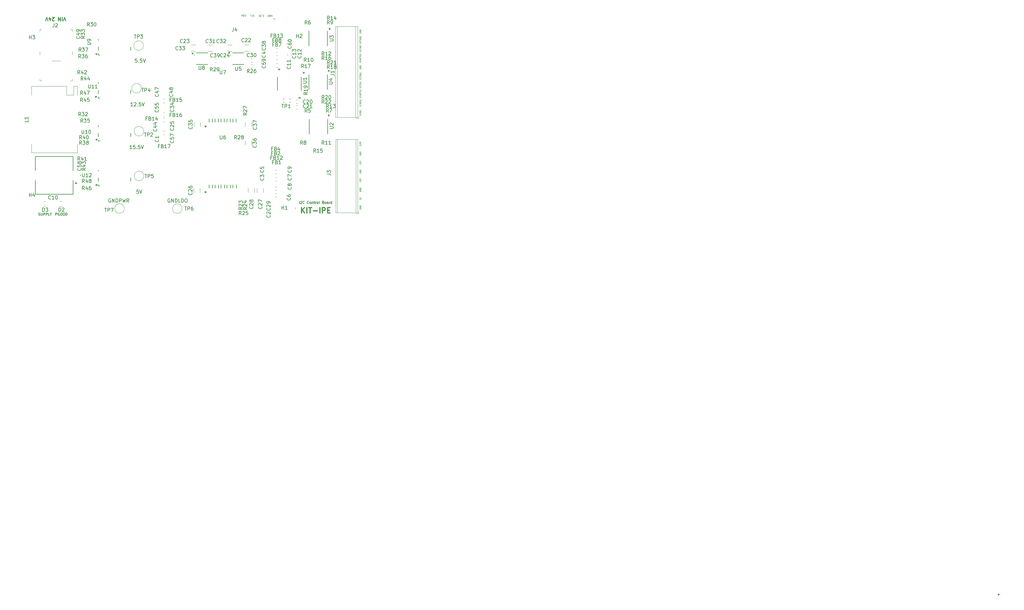
<source format=gbr>
G04 #@! TF.GenerationSoftware,KiCad,Pcbnew,5.1.5-52549c5~84~ubuntu18.04.1*
G04 #@! TF.CreationDate,2019-12-02T09:37:23+01:00*
G04 #@! TF.ProjectId,power_control_ipe_v1,706f7765-725f-4636-9f6e-74726f6c5f69,rev?*
G04 #@! TF.SameCoordinates,Original*
G04 #@! TF.FileFunction,Legend,Top*
G04 #@! TF.FilePolarity,Positive*
%FSLAX46Y46*%
G04 Gerber Fmt 4.6, Leading zero omitted, Abs format (unit mm)*
G04 Created by KiCad (PCBNEW 5.1.5-52549c5~84~ubuntu18.04.1) date 2019-12-02 09:37:23*
%MOMM*%
%LPD*%
G04 APERTURE LIST*
%ADD10C,0.150000*%
%ADD11C,0.300000*%
%ADD12C,0.175000*%
%ADD13C,0.100000*%
%ADD14C,0.250000*%
%ADD15C,0.075000*%
%ADD16C,0.120000*%
%ADD17C,0.152400*%
G04 APERTURE END LIST*
D10*
X199307723Y-156319600D02*
X199212485Y-156271980D01*
X199069628Y-156271980D01*
X198926771Y-156319600D01*
X198831533Y-156414838D01*
X198783914Y-156510076D01*
X198736295Y-156700552D01*
X198736295Y-156843409D01*
X198783914Y-157033885D01*
X198831533Y-157129123D01*
X198926771Y-157224361D01*
X199069628Y-157271980D01*
X199164866Y-157271980D01*
X199307723Y-157224361D01*
X199355342Y-157176742D01*
X199355342Y-156843409D01*
X199164866Y-156843409D01*
X199783914Y-157271980D02*
X199783914Y-156271980D01*
X200355342Y-157271980D01*
X200355342Y-156271980D01*
X200831533Y-157271980D02*
X200831533Y-156271980D01*
X201069628Y-156271980D01*
X201212485Y-156319600D01*
X201307723Y-156414838D01*
X201355342Y-156510076D01*
X201402961Y-156700552D01*
X201402961Y-156843409D01*
X201355342Y-157033885D01*
X201307723Y-157129123D01*
X201212485Y-157224361D01*
X201069628Y-157271980D01*
X200831533Y-157271980D01*
X202307723Y-157271980D02*
X201831533Y-157271980D01*
X201831533Y-156271980D01*
X202641057Y-157271980D02*
X202641057Y-156271980D01*
X202879152Y-156271980D01*
X203022009Y-156319600D01*
X203117247Y-156414838D01*
X203164866Y-156510076D01*
X203212485Y-156700552D01*
X203212485Y-156843409D01*
X203164866Y-157033885D01*
X203117247Y-157129123D01*
X203022009Y-157224361D01*
X202879152Y-157271980D01*
X202641057Y-157271980D01*
X203831533Y-156271980D02*
X204022009Y-156271980D01*
X204117247Y-156319600D01*
X204212485Y-156414838D01*
X204260104Y-156605314D01*
X204260104Y-156938647D01*
X204212485Y-157129123D01*
X204117247Y-157224361D01*
X204022009Y-157271980D01*
X203831533Y-157271980D01*
X203736295Y-157224361D01*
X203641057Y-157129123D01*
X203593438Y-156938647D01*
X203593438Y-156605314D01*
X203641057Y-156414838D01*
X203736295Y-156319600D01*
X203831533Y-156271980D01*
X182400866Y-156319600D02*
X182305628Y-156271980D01*
X182162771Y-156271980D01*
X182019914Y-156319600D01*
X181924676Y-156414838D01*
X181877057Y-156510076D01*
X181829438Y-156700552D01*
X181829438Y-156843409D01*
X181877057Y-157033885D01*
X181924676Y-157129123D01*
X182019914Y-157224361D01*
X182162771Y-157271980D01*
X182258009Y-157271980D01*
X182400866Y-157224361D01*
X182448485Y-157176742D01*
X182448485Y-156843409D01*
X182258009Y-156843409D01*
X182877057Y-157271980D02*
X182877057Y-156271980D01*
X183448485Y-157271980D01*
X183448485Y-156271980D01*
X183924676Y-157271980D02*
X183924676Y-156271980D01*
X184162771Y-156271980D01*
X184305628Y-156319600D01*
X184400866Y-156414838D01*
X184448485Y-156510076D01*
X184496104Y-156700552D01*
X184496104Y-156843409D01*
X184448485Y-157033885D01*
X184400866Y-157129123D01*
X184305628Y-157224361D01*
X184162771Y-157271980D01*
X183924676Y-157271980D01*
X184924676Y-157271980D02*
X184924676Y-156271980D01*
X185305628Y-156271980D01*
X185400866Y-156319600D01*
X185448485Y-156367219D01*
X185496104Y-156462457D01*
X185496104Y-156605314D01*
X185448485Y-156700552D01*
X185400866Y-156748171D01*
X185305628Y-156795790D01*
X184924676Y-156795790D01*
X185829438Y-156271980D02*
X186067533Y-157271980D01*
X186258009Y-156557695D01*
X186448485Y-157271980D01*
X186686580Y-156271980D01*
X187638961Y-157271980D02*
X187305628Y-156795790D01*
X187067533Y-157271980D02*
X187067533Y-156271980D01*
X187448485Y-156271980D01*
X187543723Y-156319600D01*
X187591342Y-156367219D01*
X187638961Y-156462457D01*
X187638961Y-156605314D01*
X187591342Y-156700552D01*
X187543723Y-156748171D01*
X187448485Y-156795790D01*
X187067533Y-156795790D01*
D11*
X236832485Y-160292171D02*
X236832485Y-158792171D01*
X237689628Y-160292171D02*
X237046771Y-159435028D01*
X237689628Y-158792171D02*
X236832485Y-159649314D01*
X238332485Y-160292171D02*
X238332485Y-158792171D01*
X238832485Y-158792171D02*
X239689628Y-158792171D01*
X239261057Y-160292171D02*
X239261057Y-158792171D01*
X240189628Y-159720742D02*
X241332485Y-159720742D01*
X242046771Y-160292171D02*
X242046771Y-158792171D01*
X242761057Y-160292171D02*
X242761057Y-158792171D01*
X243332485Y-158792171D01*
X243475342Y-158863600D01*
X243546771Y-158935028D01*
X243618200Y-159077885D01*
X243618200Y-159292171D01*
X243546771Y-159435028D01*
X243475342Y-159506457D01*
X243332485Y-159577885D01*
X242761057Y-159577885D01*
X244261057Y-159506457D02*
X244761057Y-159506457D01*
X244975342Y-160292171D02*
X244261057Y-160292171D01*
X244261057Y-158792171D01*
X244975342Y-158792171D01*
D12*
X236234866Y-157644266D02*
X236234866Y-156944266D01*
X236534866Y-157010933D02*
X236568200Y-156977600D01*
X236634866Y-156944266D01*
X236801533Y-156944266D01*
X236868200Y-156977600D01*
X236901533Y-157010933D01*
X236934866Y-157077600D01*
X236934866Y-157144266D01*
X236901533Y-157244266D01*
X236501533Y-157644266D01*
X236934866Y-157644266D01*
X237634866Y-157577600D02*
X237601533Y-157610933D01*
X237501533Y-157644266D01*
X237434866Y-157644266D01*
X237334866Y-157610933D01*
X237268200Y-157544266D01*
X237234866Y-157477600D01*
X237201533Y-157344266D01*
X237201533Y-157244266D01*
X237234866Y-157110933D01*
X237268200Y-157044266D01*
X237334866Y-156977600D01*
X237434866Y-156944266D01*
X237501533Y-156944266D01*
X237601533Y-156977600D01*
X237634866Y-157010933D01*
X238868200Y-157577600D02*
X238834866Y-157610933D01*
X238734866Y-157644266D01*
X238668200Y-157644266D01*
X238568200Y-157610933D01*
X238501533Y-157544266D01*
X238468200Y-157477600D01*
X238434866Y-157344266D01*
X238434866Y-157244266D01*
X238468200Y-157110933D01*
X238501533Y-157044266D01*
X238568200Y-156977600D01*
X238668200Y-156944266D01*
X238734866Y-156944266D01*
X238834866Y-156977600D01*
X238868200Y-157010933D01*
X239268200Y-157644266D02*
X239201533Y-157610933D01*
X239168200Y-157577600D01*
X239134866Y-157510933D01*
X239134866Y-157310933D01*
X239168200Y-157244266D01*
X239201533Y-157210933D01*
X239268200Y-157177600D01*
X239368200Y-157177600D01*
X239434866Y-157210933D01*
X239468200Y-157244266D01*
X239501533Y-157310933D01*
X239501533Y-157510933D01*
X239468200Y-157577600D01*
X239434866Y-157610933D01*
X239368200Y-157644266D01*
X239268200Y-157644266D01*
X239801533Y-157177600D02*
X239801533Y-157644266D01*
X239801533Y-157244266D02*
X239834866Y-157210933D01*
X239901533Y-157177600D01*
X240001533Y-157177600D01*
X240068200Y-157210933D01*
X240101533Y-157277600D01*
X240101533Y-157644266D01*
X240334866Y-157177600D02*
X240601533Y-157177600D01*
X240434866Y-156944266D02*
X240434866Y-157544266D01*
X240468200Y-157610933D01*
X240534866Y-157644266D01*
X240601533Y-157644266D01*
X240834866Y-157644266D02*
X240834866Y-157177600D01*
X240834866Y-157310933D02*
X240868200Y-157244266D01*
X240901533Y-157210933D01*
X240968200Y-157177600D01*
X241034866Y-157177600D01*
X241368200Y-157644266D02*
X241301533Y-157610933D01*
X241268200Y-157577600D01*
X241234866Y-157510933D01*
X241234866Y-157310933D01*
X241268200Y-157244266D01*
X241301533Y-157210933D01*
X241368200Y-157177600D01*
X241468200Y-157177600D01*
X241534866Y-157210933D01*
X241568200Y-157244266D01*
X241601533Y-157310933D01*
X241601533Y-157510933D01*
X241568200Y-157577600D01*
X241534866Y-157610933D01*
X241468200Y-157644266D01*
X241368200Y-157644266D01*
X242001533Y-157644266D02*
X241934866Y-157610933D01*
X241901533Y-157544266D01*
X241901533Y-156944266D01*
X243034866Y-157277600D02*
X243134866Y-157310933D01*
X243168200Y-157344266D01*
X243201533Y-157410933D01*
X243201533Y-157510933D01*
X243168200Y-157577600D01*
X243134866Y-157610933D01*
X243068200Y-157644266D01*
X242801533Y-157644266D01*
X242801533Y-156944266D01*
X243034866Y-156944266D01*
X243101533Y-156977600D01*
X243134866Y-157010933D01*
X243168200Y-157077600D01*
X243168200Y-157144266D01*
X243134866Y-157210933D01*
X243101533Y-157244266D01*
X243034866Y-157277600D01*
X242801533Y-157277600D01*
X243601533Y-157644266D02*
X243534866Y-157610933D01*
X243501533Y-157577600D01*
X243468200Y-157510933D01*
X243468200Y-157310933D01*
X243501533Y-157244266D01*
X243534866Y-157210933D01*
X243601533Y-157177600D01*
X243701533Y-157177600D01*
X243768200Y-157210933D01*
X243801533Y-157244266D01*
X243834866Y-157310933D01*
X243834866Y-157510933D01*
X243801533Y-157577600D01*
X243768200Y-157610933D01*
X243701533Y-157644266D01*
X243601533Y-157644266D01*
X244434866Y-157644266D02*
X244434866Y-157277600D01*
X244401533Y-157210933D01*
X244334866Y-157177600D01*
X244201533Y-157177600D01*
X244134866Y-157210933D01*
X244434866Y-157610933D02*
X244368200Y-157644266D01*
X244201533Y-157644266D01*
X244134866Y-157610933D01*
X244101533Y-157544266D01*
X244101533Y-157477600D01*
X244134866Y-157410933D01*
X244201533Y-157377600D01*
X244368200Y-157377600D01*
X244434866Y-157344266D01*
X244768200Y-157644266D02*
X244768200Y-157177600D01*
X244768200Y-157310933D02*
X244801533Y-157244266D01*
X244834866Y-157210933D01*
X244901533Y-157177600D01*
X244968200Y-157177600D01*
X245501533Y-157644266D02*
X245501533Y-156944266D01*
X245501533Y-157610933D02*
X245434866Y-157644266D01*
X245301533Y-157644266D01*
X245234866Y-157610933D01*
X245201533Y-157577600D01*
X245168200Y-157510933D01*
X245168200Y-157310933D01*
X245201533Y-157244266D01*
X245234866Y-157210933D01*
X245301533Y-157177600D01*
X245434866Y-157177600D01*
X245501533Y-157210933D01*
D10*
X190385723Y-153731980D02*
X189909533Y-153731980D01*
X189861914Y-154208171D01*
X189909533Y-154160552D01*
X190004771Y-154112933D01*
X190242866Y-154112933D01*
X190338104Y-154160552D01*
X190385723Y-154208171D01*
X190433342Y-154303409D01*
X190433342Y-154541504D01*
X190385723Y-154636742D01*
X190338104Y-154684361D01*
X190242866Y-154731980D01*
X190004771Y-154731980D01*
X189909533Y-154684361D01*
X189861914Y-154636742D01*
X190719057Y-153731980D02*
X191052390Y-154731980D01*
X191385723Y-153731980D01*
X188480866Y-142031980D02*
X187909438Y-142031980D01*
X188195152Y-142031980D02*
X188195152Y-141031980D01*
X188099914Y-141174838D01*
X188004676Y-141270076D01*
X187909438Y-141317695D01*
X189385628Y-141031980D02*
X188909438Y-141031980D01*
X188861819Y-141508171D01*
X188909438Y-141460552D01*
X189004676Y-141412933D01*
X189242771Y-141412933D01*
X189338009Y-141460552D01*
X189385628Y-141508171D01*
X189433247Y-141603409D01*
X189433247Y-141841504D01*
X189385628Y-141936742D01*
X189338009Y-141984361D01*
X189242771Y-142031980D01*
X189004676Y-142031980D01*
X188909438Y-141984361D01*
X188861819Y-141936742D01*
X189861819Y-141936742D02*
X189909438Y-141984361D01*
X189861819Y-142031980D01*
X189814200Y-141984361D01*
X189861819Y-141936742D01*
X189861819Y-142031980D01*
X190814200Y-141031980D02*
X190338009Y-141031980D01*
X190290390Y-141508171D01*
X190338009Y-141460552D01*
X190433247Y-141412933D01*
X190671342Y-141412933D01*
X190766580Y-141460552D01*
X190814200Y-141508171D01*
X190861819Y-141603409D01*
X190861819Y-141841504D01*
X190814200Y-141936742D01*
X190766580Y-141984361D01*
X190671342Y-142031980D01*
X190433247Y-142031980D01*
X190338009Y-141984361D01*
X190290390Y-141936742D01*
X191147533Y-141031980D02*
X191480866Y-142031980D01*
X191814200Y-141031980D01*
X188734866Y-129839980D02*
X188163438Y-129839980D01*
X188449152Y-129839980D02*
X188449152Y-128839980D01*
X188353914Y-128982838D01*
X188258676Y-129078076D01*
X188163438Y-129125695D01*
X189115819Y-128935219D02*
X189163438Y-128887600D01*
X189258676Y-128839980D01*
X189496771Y-128839980D01*
X189592009Y-128887600D01*
X189639628Y-128935219D01*
X189687247Y-129030457D01*
X189687247Y-129125695D01*
X189639628Y-129268552D01*
X189068200Y-129839980D01*
X189687247Y-129839980D01*
X190115819Y-129744742D02*
X190163438Y-129792361D01*
X190115819Y-129839980D01*
X190068200Y-129792361D01*
X190115819Y-129744742D01*
X190115819Y-129839980D01*
X191068200Y-128839980D02*
X190592009Y-128839980D01*
X190544390Y-129316171D01*
X190592009Y-129268552D01*
X190687247Y-129220933D01*
X190925342Y-129220933D01*
X191020580Y-129268552D01*
X191068200Y-129316171D01*
X191115819Y-129411409D01*
X191115819Y-129649504D01*
X191068200Y-129744742D01*
X191020580Y-129792361D01*
X190925342Y-129839980D01*
X190687247Y-129839980D01*
X190592009Y-129792361D01*
X190544390Y-129744742D01*
X191401533Y-128839980D02*
X191734866Y-129839980D01*
X192068200Y-128839980D01*
X189925438Y-116393980D02*
X189449247Y-116393980D01*
X189401628Y-116870171D01*
X189449247Y-116822552D01*
X189544485Y-116774933D01*
X189782580Y-116774933D01*
X189877819Y-116822552D01*
X189925438Y-116870171D01*
X189973057Y-116965409D01*
X189973057Y-117203504D01*
X189925438Y-117298742D01*
X189877819Y-117346361D01*
X189782580Y-117393980D01*
X189544485Y-117393980D01*
X189449247Y-117346361D01*
X189401628Y-117298742D01*
X190401628Y-117298742D02*
X190449247Y-117346361D01*
X190401628Y-117393980D01*
X190354009Y-117346361D01*
X190401628Y-117298742D01*
X190401628Y-117393980D01*
X191354009Y-116393980D02*
X190877819Y-116393980D01*
X190830200Y-116870171D01*
X190877819Y-116822552D01*
X190973057Y-116774933D01*
X191211152Y-116774933D01*
X191306390Y-116822552D01*
X191354009Y-116870171D01*
X191401628Y-116965409D01*
X191401628Y-117203504D01*
X191354009Y-117298742D01*
X191306390Y-117346361D01*
X191211152Y-117393980D01*
X190973057Y-117393980D01*
X190877819Y-117346361D01*
X190830200Y-117298742D01*
X191687342Y-116393980D02*
X192020676Y-117393980D01*
X192354009Y-116393980D01*
D12*
X161874200Y-160952933D02*
X161974200Y-160986266D01*
X162140866Y-160986266D01*
X162207533Y-160952933D01*
X162240866Y-160919600D01*
X162274200Y-160852933D01*
X162274200Y-160786266D01*
X162240866Y-160719600D01*
X162207533Y-160686266D01*
X162140866Y-160652933D01*
X162007533Y-160619600D01*
X161940866Y-160586266D01*
X161907533Y-160552933D01*
X161874200Y-160486266D01*
X161874200Y-160419600D01*
X161907533Y-160352933D01*
X161940866Y-160319600D01*
X162007533Y-160286266D01*
X162174200Y-160286266D01*
X162274200Y-160319600D01*
X162574200Y-160286266D02*
X162574200Y-160852933D01*
X162607533Y-160919600D01*
X162640866Y-160952933D01*
X162707533Y-160986266D01*
X162840866Y-160986266D01*
X162907533Y-160952933D01*
X162940866Y-160919600D01*
X162974200Y-160852933D01*
X162974200Y-160286266D01*
X163307533Y-160986266D02*
X163307533Y-160286266D01*
X163574200Y-160286266D01*
X163640866Y-160319600D01*
X163674200Y-160352933D01*
X163707533Y-160419600D01*
X163707533Y-160519600D01*
X163674200Y-160586266D01*
X163640866Y-160619600D01*
X163574200Y-160652933D01*
X163307533Y-160652933D01*
X164007533Y-160986266D02*
X164007533Y-160286266D01*
X164274200Y-160286266D01*
X164340866Y-160319600D01*
X164374200Y-160352933D01*
X164407533Y-160419600D01*
X164407533Y-160519600D01*
X164374200Y-160586266D01*
X164340866Y-160619600D01*
X164274200Y-160652933D01*
X164007533Y-160652933D01*
X165040866Y-160986266D02*
X164707533Y-160986266D01*
X164707533Y-160286266D01*
X165407533Y-160652933D02*
X165407533Y-160986266D01*
X165174200Y-160286266D02*
X165407533Y-160652933D01*
X165640866Y-160286266D01*
X166767533Y-160986266D02*
X166767533Y-160286266D01*
X167034200Y-160286266D01*
X167100866Y-160319600D01*
X167134200Y-160352933D01*
X167167533Y-160419600D01*
X167167533Y-160519600D01*
X167134200Y-160586266D01*
X167100866Y-160619600D01*
X167034200Y-160652933D01*
X166767533Y-160652933D01*
X167834200Y-160319600D02*
X167767533Y-160286266D01*
X167667533Y-160286266D01*
X167567533Y-160319600D01*
X167500866Y-160386266D01*
X167467533Y-160452933D01*
X167434200Y-160586266D01*
X167434200Y-160686266D01*
X167467533Y-160819600D01*
X167500866Y-160886266D01*
X167567533Y-160952933D01*
X167667533Y-160986266D01*
X167734200Y-160986266D01*
X167834200Y-160952933D01*
X167867533Y-160919600D01*
X167867533Y-160686266D01*
X167734200Y-160686266D01*
X168300866Y-160286266D02*
X168434200Y-160286266D01*
X168500866Y-160319600D01*
X168567533Y-160386266D01*
X168600866Y-160519600D01*
X168600866Y-160752933D01*
X168567533Y-160886266D01*
X168500866Y-160952933D01*
X168434200Y-160986266D01*
X168300866Y-160986266D01*
X168234200Y-160952933D01*
X168167533Y-160886266D01*
X168134200Y-160752933D01*
X168134200Y-160519600D01*
X168167533Y-160386266D01*
X168234200Y-160319600D01*
X168300866Y-160286266D01*
X169034200Y-160286266D02*
X169167533Y-160286266D01*
X169234200Y-160319600D01*
X169300866Y-160386266D01*
X169334200Y-160519600D01*
X169334200Y-160752933D01*
X169300866Y-160886266D01*
X169234200Y-160952933D01*
X169167533Y-160986266D01*
X169034200Y-160986266D01*
X168967533Y-160952933D01*
X168900866Y-160886266D01*
X168867533Y-160752933D01*
X168867533Y-160519600D01*
X168900866Y-160386266D01*
X168967533Y-160319600D01*
X169034200Y-160286266D01*
X169634200Y-160986266D02*
X169634200Y-160286266D01*
X169800866Y-160286266D01*
X169900866Y-160319600D01*
X169967533Y-160386266D01*
X170000866Y-160452933D01*
X170034200Y-160586266D01*
X170034200Y-160686266D01*
X170000866Y-160819600D01*
X169967533Y-160886266D01*
X169900866Y-160952933D01*
X169800866Y-160986266D01*
X169634200Y-160986266D01*
D13*
X228175152Y-104329600D02*
X228222771Y-104353409D01*
X228294200Y-104353409D01*
X228365628Y-104329600D01*
X228413247Y-104281980D01*
X228437057Y-104234361D01*
X228460866Y-104139123D01*
X228460866Y-104067695D01*
X228437057Y-103972457D01*
X228413247Y-103924838D01*
X228365628Y-103877219D01*
X228294200Y-103853409D01*
X228246580Y-103853409D01*
X228175152Y-103877219D01*
X228151342Y-103901028D01*
X228151342Y-104067695D01*
X228246580Y-104067695D01*
X227937057Y-103853409D02*
X227937057Y-104353409D01*
X227651342Y-103853409D01*
X227651342Y-104353409D01*
X227413247Y-103853409D02*
X227413247Y-104353409D01*
X227294200Y-104353409D01*
X227222771Y-104329600D01*
X227175152Y-104281980D01*
X227151342Y-104234361D01*
X227127533Y-104139123D01*
X227127533Y-104067695D01*
X227151342Y-103972457D01*
X227175152Y-103924838D01*
X227222771Y-103877219D01*
X227294200Y-103853409D01*
X227413247Y-103853409D01*
X226102295Y-104313409D02*
X225792771Y-104313409D01*
X225959438Y-104122933D01*
X225888009Y-104122933D01*
X225840390Y-104099123D01*
X225816580Y-104075314D01*
X225792771Y-104027695D01*
X225792771Y-103908647D01*
X225816580Y-103861028D01*
X225840390Y-103837219D01*
X225888009Y-103813409D01*
X226030866Y-103813409D01*
X226078485Y-103837219D01*
X226102295Y-103861028D01*
X225578485Y-103861028D02*
X225554676Y-103837219D01*
X225578485Y-103813409D01*
X225602295Y-103837219D01*
X225578485Y-103861028D01*
X225578485Y-103813409D01*
X225388009Y-104313409D02*
X225078485Y-104313409D01*
X225245152Y-104122933D01*
X225173723Y-104122933D01*
X225126104Y-104099123D01*
X225102295Y-104075314D01*
X225078485Y-104027695D01*
X225078485Y-103908647D01*
X225102295Y-103861028D01*
X225126104Y-103837219D01*
X225173723Y-103813409D01*
X225316580Y-103813409D01*
X225364200Y-103837219D01*
X225388009Y-103861028D01*
X224935628Y-104313409D02*
X224768961Y-103813409D01*
X224602295Y-104313409D01*
X223309438Y-103817219D02*
X223238009Y-103793409D01*
X223118961Y-103793409D01*
X223071342Y-103817219D01*
X223047533Y-103841028D01*
X223023723Y-103888647D01*
X223023723Y-103936266D01*
X223047533Y-103983885D01*
X223071342Y-104007695D01*
X223118961Y-104031504D01*
X223214200Y-104055314D01*
X223261819Y-104079123D01*
X223285628Y-104102933D01*
X223309438Y-104150552D01*
X223309438Y-104198171D01*
X223285628Y-104245790D01*
X223261819Y-104269600D01*
X223214200Y-104293409D01*
X223095152Y-104293409D01*
X223023723Y-104269600D01*
X222523723Y-103841028D02*
X222547533Y-103817219D01*
X222618961Y-103793409D01*
X222666580Y-103793409D01*
X222738009Y-103817219D01*
X222785628Y-103864838D01*
X222809438Y-103912457D01*
X222833247Y-104007695D01*
X222833247Y-104079123D01*
X222809438Y-104174361D01*
X222785628Y-104221980D01*
X222738009Y-104269600D01*
X222666580Y-104293409D01*
X222618961Y-104293409D01*
X222547533Y-104269600D01*
X222523723Y-104245790D01*
X222071342Y-103793409D02*
X222309438Y-103793409D01*
X222309438Y-104293409D01*
X220941342Y-103777219D02*
X220869914Y-103753409D01*
X220750866Y-103753409D01*
X220703247Y-103777219D01*
X220679438Y-103801028D01*
X220655628Y-103848647D01*
X220655628Y-103896266D01*
X220679438Y-103943885D01*
X220703247Y-103967695D01*
X220750866Y-103991504D01*
X220846104Y-104015314D01*
X220893723Y-104039123D01*
X220917533Y-104062933D01*
X220941342Y-104110552D01*
X220941342Y-104158171D01*
X220917533Y-104205790D01*
X220893723Y-104229600D01*
X220846104Y-104253409D01*
X220727057Y-104253409D01*
X220655628Y-104229600D01*
X220441342Y-103753409D02*
X220441342Y-104253409D01*
X220322295Y-104253409D01*
X220250866Y-104229600D01*
X220203247Y-104181980D01*
X220179438Y-104134361D01*
X220155628Y-104039123D01*
X220155628Y-103967695D01*
X220179438Y-103872457D01*
X220203247Y-103824838D01*
X220250866Y-103777219D01*
X220322295Y-103753409D01*
X220441342Y-103753409D01*
X219965152Y-103896266D02*
X219727057Y-103896266D01*
X220012771Y-103753409D02*
X219846104Y-104253409D01*
X219679438Y-103753409D01*
D10*
X178414200Y-152081980D02*
X178414200Y-152320076D01*
X178176104Y-152224838D02*
X178414200Y-152320076D01*
X178652295Y-152224838D01*
X178271342Y-152510552D02*
X178414200Y-152320076D01*
X178557057Y-152510552D01*
X178394200Y-139131980D02*
X178394200Y-139370076D01*
X178156104Y-139274838D02*
X178394200Y-139370076D01*
X178632295Y-139274838D01*
X178251342Y-139560552D02*
X178394200Y-139370076D01*
X178537057Y-139560552D01*
X178234200Y-126951980D02*
X178234200Y-127190076D01*
X177996104Y-127094838D02*
X178234200Y-127190076D01*
X178472295Y-127094838D01*
X178091342Y-127380552D02*
X178234200Y-127190076D01*
X178377057Y-127380552D01*
X178364200Y-114761980D02*
X178364200Y-115000076D01*
X178126104Y-114904838D02*
X178364200Y-115000076D01*
X178602295Y-114904838D01*
X178221342Y-115190552D02*
X178364200Y-115000076D01*
X178507057Y-115190552D01*
D14*
X169581342Y-105517219D02*
X169248009Y-104517219D01*
X168914676Y-105517219D01*
X168581342Y-104517219D02*
X168581342Y-105517219D01*
X168105152Y-104517219D02*
X168105152Y-105517219D01*
X167533723Y-104517219D01*
X167533723Y-105517219D01*
X166343247Y-105421980D02*
X166295628Y-105469600D01*
X166200390Y-105517219D01*
X165962295Y-105517219D01*
X165867057Y-105469600D01*
X165819438Y-105421980D01*
X165771819Y-105326742D01*
X165771819Y-105231504D01*
X165819438Y-105088647D01*
X166390866Y-104517219D01*
X165771819Y-104517219D01*
X164914676Y-105183885D02*
X164914676Y-104517219D01*
X165152771Y-105564838D02*
X165390866Y-104850552D01*
X164771819Y-104850552D01*
X164533723Y-105517219D02*
X164200390Y-104517219D01*
X163867057Y-105517219D01*
D15*
X253345152Y-156235790D02*
X253345152Y-156426266D01*
X253535628Y-156445314D01*
X253516580Y-156426266D01*
X253497533Y-156388171D01*
X253497533Y-156292933D01*
X253516580Y-156254838D01*
X253535628Y-156235790D01*
X253573723Y-156216742D01*
X253668961Y-156216742D01*
X253707057Y-156235790D01*
X253726104Y-156254838D01*
X253745152Y-156292933D01*
X253745152Y-156388171D01*
X253726104Y-156426266D01*
X253707057Y-156445314D01*
X253345152Y-156102457D02*
X253745152Y-155969123D01*
X253345152Y-155835790D01*
X253745152Y-151207219D02*
X253745152Y-151435790D01*
X253745152Y-151321504D02*
X253345152Y-151321504D01*
X253402295Y-151359600D01*
X253440390Y-151397695D01*
X253459438Y-151435790D01*
X253345152Y-150845314D02*
X253345152Y-151035790D01*
X253535628Y-151054838D01*
X253516580Y-151035790D01*
X253497533Y-150997695D01*
X253497533Y-150902457D01*
X253516580Y-150864361D01*
X253535628Y-150845314D01*
X253573723Y-150826266D01*
X253668961Y-150826266D01*
X253707057Y-150845314D01*
X253726104Y-150864361D01*
X253745152Y-150902457D01*
X253745152Y-150997695D01*
X253726104Y-151035790D01*
X253707057Y-151054838D01*
X253345152Y-150711980D02*
X253745152Y-150578647D01*
X253345152Y-150445314D01*
X253364200Y-158964361D02*
X253345152Y-159002457D01*
X253345152Y-159059600D01*
X253364200Y-159116742D01*
X253402295Y-159154838D01*
X253440390Y-159173885D01*
X253516580Y-159192933D01*
X253573723Y-159192933D01*
X253649914Y-159173885D01*
X253688009Y-159154838D01*
X253726104Y-159116742D01*
X253745152Y-159059600D01*
X253745152Y-159021504D01*
X253726104Y-158964361D01*
X253707057Y-158945314D01*
X253573723Y-158945314D01*
X253573723Y-159021504D01*
X253745152Y-158773885D02*
X253345152Y-158773885D01*
X253745152Y-158545314D01*
X253345152Y-158545314D01*
X253745152Y-158354838D02*
X253345152Y-158354838D01*
X253345152Y-158259600D01*
X253364200Y-158202457D01*
X253402295Y-158164361D01*
X253440390Y-158145314D01*
X253516580Y-158126266D01*
X253573723Y-158126266D01*
X253649914Y-158145314D01*
X253688009Y-158164361D01*
X253726104Y-158202457D01*
X253745152Y-158259600D01*
X253745152Y-158354838D01*
X253364200Y-153964361D02*
X253345152Y-154002457D01*
X253345152Y-154059600D01*
X253364200Y-154116742D01*
X253402295Y-154154838D01*
X253440390Y-154173885D01*
X253516580Y-154192933D01*
X253573723Y-154192933D01*
X253649914Y-154173885D01*
X253688009Y-154154838D01*
X253726104Y-154116742D01*
X253745152Y-154059600D01*
X253745152Y-154021504D01*
X253726104Y-153964361D01*
X253707057Y-153945314D01*
X253573723Y-153945314D01*
X253573723Y-154021504D01*
X253745152Y-153773885D02*
X253345152Y-153773885D01*
X253745152Y-153545314D01*
X253345152Y-153545314D01*
X253745152Y-153354838D02*
X253345152Y-153354838D01*
X253345152Y-153259600D01*
X253364200Y-153202457D01*
X253402295Y-153164361D01*
X253440390Y-153145314D01*
X253516580Y-153126266D01*
X253573723Y-153126266D01*
X253649914Y-153145314D01*
X253688009Y-153164361D01*
X253726104Y-153202457D01*
X253745152Y-153259600D01*
X253745152Y-153354838D01*
X253364200Y-148764361D02*
X253345152Y-148802457D01*
X253345152Y-148859600D01*
X253364200Y-148916742D01*
X253402295Y-148954838D01*
X253440390Y-148973885D01*
X253516580Y-148992933D01*
X253573723Y-148992933D01*
X253649914Y-148973885D01*
X253688009Y-148954838D01*
X253726104Y-148916742D01*
X253745152Y-148859600D01*
X253745152Y-148821504D01*
X253726104Y-148764361D01*
X253707057Y-148745314D01*
X253573723Y-148745314D01*
X253573723Y-148821504D01*
X253745152Y-148573885D02*
X253345152Y-148573885D01*
X253745152Y-148345314D01*
X253345152Y-148345314D01*
X253745152Y-148154838D02*
X253345152Y-148154838D01*
X253345152Y-148059600D01*
X253364200Y-148002457D01*
X253402295Y-147964361D01*
X253440390Y-147945314D01*
X253516580Y-147926266D01*
X253573723Y-147926266D01*
X253649914Y-147945314D01*
X253688009Y-147964361D01*
X253726104Y-148002457D01*
X253745152Y-148059600D01*
X253745152Y-148154838D01*
X253745152Y-146207219D02*
X253745152Y-146435790D01*
X253745152Y-146321504D02*
X253345152Y-146321504D01*
X253402295Y-146359600D01*
X253440390Y-146397695D01*
X253459438Y-146435790D01*
X253383247Y-146054838D02*
X253364200Y-146035790D01*
X253345152Y-145997695D01*
X253345152Y-145902457D01*
X253364200Y-145864361D01*
X253383247Y-145845314D01*
X253421342Y-145826266D01*
X253459438Y-145826266D01*
X253516580Y-145845314D01*
X253745152Y-146073885D01*
X253745152Y-145826266D01*
X253345152Y-145711980D02*
X253745152Y-145578647D01*
X253345152Y-145445314D01*
X253364200Y-143664361D02*
X253345152Y-143702457D01*
X253345152Y-143759600D01*
X253364200Y-143816742D01*
X253402295Y-143854838D01*
X253440390Y-143873885D01*
X253516580Y-143892933D01*
X253573723Y-143892933D01*
X253649914Y-143873885D01*
X253688009Y-143854838D01*
X253726104Y-143816742D01*
X253745152Y-143759600D01*
X253745152Y-143721504D01*
X253726104Y-143664361D01*
X253707057Y-143645314D01*
X253573723Y-143645314D01*
X253573723Y-143721504D01*
X253745152Y-143473885D02*
X253345152Y-143473885D01*
X253745152Y-143245314D01*
X253345152Y-143245314D01*
X253745152Y-143054838D02*
X253345152Y-143054838D01*
X253345152Y-142959600D01*
X253364200Y-142902457D01*
X253402295Y-142864361D01*
X253440390Y-142845314D01*
X253516580Y-142826266D01*
X253573723Y-142826266D01*
X253649914Y-142845314D01*
X253688009Y-142864361D01*
X253726104Y-142902457D01*
X253745152Y-142959600D01*
X253745152Y-143054838D01*
X253345152Y-141150076D02*
X253345152Y-140902457D01*
X253497533Y-141035790D01*
X253497533Y-140978647D01*
X253516580Y-140940552D01*
X253535628Y-140921504D01*
X253573723Y-140902457D01*
X253668961Y-140902457D01*
X253707057Y-140921504D01*
X253726104Y-140940552D01*
X253745152Y-140978647D01*
X253745152Y-141092933D01*
X253726104Y-141131028D01*
X253707057Y-141150076D01*
X253707057Y-140731028D02*
X253726104Y-140711980D01*
X253745152Y-140731028D01*
X253726104Y-140750076D01*
X253707057Y-140731028D01*
X253745152Y-140731028D01*
X253345152Y-140578647D02*
X253345152Y-140331028D01*
X253497533Y-140464361D01*
X253497533Y-140407219D01*
X253516580Y-140369123D01*
X253535628Y-140350076D01*
X253573723Y-140331028D01*
X253668961Y-140331028D01*
X253707057Y-140350076D01*
X253726104Y-140369123D01*
X253745152Y-140407219D01*
X253745152Y-140521504D01*
X253726104Y-140559600D01*
X253707057Y-140578647D01*
X253345152Y-140216742D02*
X253745152Y-140083409D01*
X253345152Y-139950076D01*
X253345152Y-132578647D02*
X253745152Y-132445314D01*
X253345152Y-132311980D01*
X253707057Y-131950076D02*
X253726104Y-131969123D01*
X253745152Y-132026266D01*
X253745152Y-132064361D01*
X253726104Y-132121504D01*
X253688009Y-132159600D01*
X253649914Y-132178647D01*
X253573723Y-132197695D01*
X253516580Y-132197695D01*
X253440390Y-132178647D01*
X253402295Y-132159600D01*
X253364200Y-132121504D01*
X253345152Y-132064361D01*
X253345152Y-132026266D01*
X253364200Y-131969123D01*
X253383247Y-131950076D01*
X253745152Y-131550076D02*
X253554676Y-131683409D01*
X253745152Y-131778647D02*
X253345152Y-131778647D01*
X253345152Y-131626266D01*
X253364200Y-131588171D01*
X253383247Y-131569123D01*
X253421342Y-131550076D01*
X253478485Y-131550076D01*
X253516580Y-131569123D01*
X253535628Y-131588171D01*
X253554676Y-131626266D01*
X253554676Y-131778647D01*
X253345152Y-131416742D02*
X253745152Y-131150076D01*
X253345152Y-131150076D02*
X253745152Y-131416742D01*
X253745152Y-130997695D02*
X253345152Y-130997695D01*
X253345152Y-129892933D02*
X253745152Y-129759600D01*
X253345152Y-129626266D01*
X253707057Y-129264361D02*
X253726104Y-129283409D01*
X253745152Y-129340552D01*
X253745152Y-129378647D01*
X253726104Y-129435790D01*
X253688009Y-129473885D01*
X253649914Y-129492933D01*
X253573723Y-129511980D01*
X253516580Y-129511980D01*
X253440390Y-129492933D01*
X253402295Y-129473885D01*
X253364200Y-129435790D01*
X253345152Y-129378647D01*
X253345152Y-129340552D01*
X253364200Y-129283409D01*
X253383247Y-129264361D01*
X253745152Y-128864361D02*
X253554676Y-128997695D01*
X253745152Y-129092933D02*
X253345152Y-129092933D01*
X253345152Y-128940552D01*
X253364200Y-128902457D01*
X253383247Y-128883409D01*
X253421342Y-128864361D01*
X253478485Y-128864361D01*
X253516580Y-128883409D01*
X253535628Y-128902457D01*
X253554676Y-128940552D01*
X253554676Y-129092933D01*
X253345152Y-128731028D02*
X253745152Y-128464361D01*
X253345152Y-128464361D02*
X253745152Y-128731028D01*
X253783247Y-128045314D02*
X253764200Y-128083409D01*
X253726104Y-128121504D01*
X253668961Y-128178647D01*
X253649914Y-128216742D01*
X253649914Y-128254838D01*
X253745152Y-128235790D02*
X253726104Y-128273885D01*
X253688009Y-128311980D01*
X253611819Y-128331028D01*
X253478485Y-128331028D01*
X253402295Y-128311980D01*
X253364200Y-128273885D01*
X253345152Y-128235790D01*
X253345152Y-128159600D01*
X253364200Y-128121504D01*
X253402295Y-128083409D01*
X253478485Y-128064361D01*
X253611819Y-128064361D01*
X253688009Y-128083409D01*
X253726104Y-128121504D01*
X253745152Y-128159600D01*
X253745152Y-128235790D01*
X253345152Y-127507219D02*
X253745152Y-127373885D01*
X253345152Y-127240552D01*
X253707057Y-126878647D02*
X253726104Y-126897695D01*
X253745152Y-126954838D01*
X253745152Y-126992933D01*
X253726104Y-127050076D01*
X253688009Y-127088171D01*
X253649914Y-127107219D01*
X253573723Y-127126266D01*
X253516580Y-127126266D01*
X253440390Y-127107219D01*
X253402295Y-127088171D01*
X253364200Y-127050076D01*
X253345152Y-126992933D01*
X253345152Y-126954838D01*
X253364200Y-126897695D01*
X253383247Y-126878647D01*
X253745152Y-126707219D02*
X253345152Y-126707219D01*
X253535628Y-126707219D02*
X253535628Y-126478647D01*
X253745152Y-126478647D02*
X253345152Y-126478647D01*
X253535628Y-126154838D02*
X253535628Y-126288171D01*
X253745152Y-126288171D02*
X253345152Y-126288171D01*
X253345152Y-126097695D01*
X253345152Y-126002457D02*
X253345152Y-125773885D01*
X253745152Y-125888171D02*
X253345152Y-125888171D01*
X253345152Y-125678647D02*
X253745152Y-125411980D01*
X253345152Y-125411980D02*
X253745152Y-125678647D01*
X253745152Y-125050076D02*
X253745152Y-125278647D01*
X253745152Y-125164361D02*
X253345152Y-125164361D01*
X253402295Y-125202457D01*
X253440390Y-125240552D01*
X253459438Y-125278647D01*
X253345152Y-124721504D02*
X253745152Y-124588171D01*
X253345152Y-124454838D01*
X253707057Y-124092933D02*
X253726104Y-124111980D01*
X253745152Y-124169123D01*
X253745152Y-124207219D01*
X253726104Y-124264361D01*
X253688009Y-124302457D01*
X253649914Y-124321504D01*
X253573723Y-124340552D01*
X253516580Y-124340552D01*
X253440390Y-124321504D01*
X253402295Y-124302457D01*
X253364200Y-124264361D01*
X253345152Y-124207219D01*
X253345152Y-124169123D01*
X253364200Y-124111980D01*
X253383247Y-124092933D01*
X253345152Y-123978647D02*
X253345152Y-123750076D01*
X253745152Y-123864361D02*
X253345152Y-123864361D01*
X253345152Y-123654838D02*
X253745152Y-123388171D01*
X253345152Y-123388171D02*
X253745152Y-123654838D01*
X253745152Y-123235790D02*
X253345152Y-123235790D01*
X253745152Y-122835790D02*
X253745152Y-123064361D01*
X253745152Y-122950076D02*
X253345152Y-122950076D01*
X253402295Y-122988171D01*
X253440390Y-123026266D01*
X253459438Y-123064361D01*
X253345152Y-122335790D02*
X253745152Y-122202457D01*
X253345152Y-122069123D01*
X253707057Y-121707219D02*
X253726104Y-121726266D01*
X253745152Y-121783409D01*
X253745152Y-121821504D01*
X253726104Y-121878647D01*
X253688009Y-121916742D01*
X253649914Y-121935790D01*
X253573723Y-121954838D01*
X253516580Y-121954838D01*
X253440390Y-121935790D01*
X253402295Y-121916742D01*
X253364200Y-121878647D01*
X253345152Y-121821504D01*
X253345152Y-121783409D01*
X253364200Y-121726266D01*
X253383247Y-121707219D01*
X253345152Y-121592933D02*
X253345152Y-121364361D01*
X253745152Y-121478647D02*
X253345152Y-121478647D01*
X253345152Y-121269123D02*
X253745152Y-121002457D01*
X253345152Y-121002457D02*
X253745152Y-121269123D01*
X253783247Y-120583409D02*
X253764200Y-120621504D01*
X253726104Y-120659600D01*
X253668961Y-120716742D01*
X253649914Y-120754838D01*
X253649914Y-120792933D01*
X253745152Y-120773885D02*
X253726104Y-120811980D01*
X253688009Y-120850076D01*
X253611819Y-120869123D01*
X253478485Y-120869123D01*
X253402295Y-120850076D01*
X253364200Y-120811980D01*
X253345152Y-120773885D01*
X253345152Y-120697695D01*
X253364200Y-120659600D01*
X253402295Y-120621504D01*
X253478485Y-120602457D01*
X253611819Y-120602457D01*
X253688009Y-120621504D01*
X253726104Y-120659600D01*
X253745152Y-120697695D01*
X253745152Y-120773885D01*
X253745152Y-120221504D02*
X253745152Y-120450076D01*
X253745152Y-120335790D02*
X253345152Y-120335790D01*
X253402295Y-120373885D01*
X253440390Y-120411980D01*
X253459438Y-120450076D01*
X253364200Y-119064361D02*
X253345152Y-119102457D01*
X253345152Y-119159600D01*
X253364200Y-119216742D01*
X253402295Y-119254838D01*
X253440390Y-119273885D01*
X253516580Y-119292933D01*
X253573723Y-119292933D01*
X253649914Y-119273885D01*
X253688009Y-119254838D01*
X253726104Y-119216742D01*
X253745152Y-119159600D01*
X253745152Y-119121504D01*
X253726104Y-119064361D01*
X253707057Y-119045314D01*
X253573723Y-119045314D01*
X253573723Y-119121504D01*
X253745152Y-118873885D02*
X253345152Y-118873885D01*
X253745152Y-118645314D01*
X253345152Y-118645314D01*
X253745152Y-118454838D02*
X253345152Y-118454838D01*
X253345152Y-118359600D01*
X253364200Y-118302457D01*
X253402295Y-118264361D01*
X253440390Y-118245314D01*
X253516580Y-118226266D01*
X253573723Y-118226266D01*
X253649914Y-118245314D01*
X253688009Y-118264361D01*
X253726104Y-118302457D01*
X253745152Y-118359600D01*
X253745152Y-118454838D01*
X253345152Y-117407219D02*
X253745152Y-117273885D01*
X253345152Y-117140552D01*
X253707057Y-116778647D02*
X253726104Y-116797695D01*
X253745152Y-116854838D01*
X253745152Y-116892933D01*
X253726104Y-116950076D01*
X253688009Y-116988171D01*
X253649914Y-117007219D01*
X253573723Y-117026266D01*
X253516580Y-117026266D01*
X253440390Y-117007219D01*
X253402295Y-116988171D01*
X253364200Y-116950076D01*
X253345152Y-116892933D01*
X253345152Y-116854838D01*
X253364200Y-116797695D01*
X253383247Y-116778647D01*
X253745152Y-116607219D02*
X253345152Y-116607219D01*
X253535628Y-116607219D02*
X253535628Y-116378647D01*
X253745152Y-116378647D02*
X253345152Y-116378647D01*
X253535628Y-116054838D02*
X253535628Y-116188171D01*
X253745152Y-116188171D02*
X253345152Y-116188171D01*
X253345152Y-115997695D01*
X253345152Y-115902457D02*
X253345152Y-115673885D01*
X253745152Y-115788171D02*
X253345152Y-115788171D01*
X253345152Y-115578647D02*
X253745152Y-115311980D01*
X253345152Y-115311980D02*
X253745152Y-115578647D01*
X253345152Y-115083409D02*
X253345152Y-115045314D01*
X253364200Y-115007219D01*
X253383247Y-114988171D01*
X253421342Y-114969123D01*
X253497533Y-114950076D01*
X253592771Y-114950076D01*
X253668961Y-114969123D01*
X253707057Y-114988171D01*
X253726104Y-115007219D01*
X253745152Y-115045314D01*
X253745152Y-115083409D01*
X253726104Y-115121504D01*
X253707057Y-115140552D01*
X253668961Y-115159600D01*
X253592771Y-115178647D01*
X253497533Y-115178647D01*
X253421342Y-115159600D01*
X253383247Y-115140552D01*
X253364200Y-115121504D01*
X253345152Y-115083409D01*
X253364200Y-108864361D02*
X253345152Y-108902457D01*
X253345152Y-108959600D01*
X253364200Y-109016742D01*
X253402295Y-109054838D01*
X253440390Y-109073885D01*
X253516580Y-109092933D01*
X253573723Y-109092933D01*
X253649914Y-109073885D01*
X253688009Y-109054838D01*
X253726104Y-109016742D01*
X253745152Y-108959600D01*
X253745152Y-108921504D01*
X253726104Y-108864361D01*
X253707057Y-108845314D01*
X253573723Y-108845314D01*
X253573723Y-108921504D01*
X253745152Y-108673885D02*
X253345152Y-108673885D01*
X253745152Y-108445314D01*
X253345152Y-108445314D01*
X253745152Y-108254838D02*
X253345152Y-108254838D01*
X253345152Y-108159600D01*
X253364200Y-108102457D01*
X253402295Y-108064361D01*
X253440390Y-108045314D01*
X253516580Y-108026266D01*
X253573723Y-108026266D01*
X253649914Y-108045314D01*
X253688009Y-108064361D01*
X253726104Y-108102457D01*
X253745152Y-108159600D01*
X253745152Y-108254838D01*
X253345152Y-112035790D02*
X253745152Y-111902457D01*
X253345152Y-111769123D01*
X253707057Y-111407219D02*
X253726104Y-111426266D01*
X253745152Y-111483409D01*
X253745152Y-111521504D01*
X253726104Y-111578647D01*
X253688009Y-111616742D01*
X253649914Y-111635790D01*
X253573723Y-111654838D01*
X253516580Y-111654838D01*
X253440390Y-111635790D01*
X253402295Y-111616742D01*
X253364200Y-111578647D01*
X253345152Y-111521504D01*
X253345152Y-111483409D01*
X253364200Y-111426266D01*
X253383247Y-111407219D01*
X253345152Y-111292933D02*
X253345152Y-111064361D01*
X253745152Y-111178647D02*
X253345152Y-111178647D01*
X253345152Y-110969123D02*
X253745152Y-110702457D01*
X253345152Y-110702457D02*
X253745152Y-110969123D01*
X253783247Y-110283409D02*
X253764200Y-110321504D01*
X253726104Y-110359600D01*
X253668961Y-110416742D01*
X253649914Y-110454838D01*
X253649914Y-110492933D01*
X253745152Y-110473885D02*
X253726104Y-110511980D01*
X253688009Y-110550076D01*
X253611819Y-110569123D01*
X253478485Y-110569123D01*
X253402295Y-110550076D01*
X253364200Y-110511980D01*
X253345152Y-110473885D01*
X253345152Y-110397695D01*
X253364200Y-110359600D01*
X253402295Y-110321504D01*
X253478485Y-110302457D01*
X253611819Y-110302457D01*
X253688009Y-110321504D01*
X253726104Y-110359600D01*
X253745152Y-110397695D01*
X253745152Y-110473885D01*
X253345152Y-110054838D02*
X253345152Y-110016742D01*
X253364200Y-109978647D01*
X253383247Y-109959600D01*
X253421342Y-109940552D01*
X253497533Y-109921504D01*
X253592771Y-109921504D01*
X253668961Y-109940552D01*
X253707057Y-109959600D01*
X253726104Y-109978647D01*
X253745152Y-110016742D01*
X253745152Y-110054838D01*
X253726104Y-110092933D01*
X253707057Y-110111980D01*
X253668961Y-110131028D01*
X253592771Y-110150076D01*
X253497533Y-110150076D01*
X253421342Y-110131028D01*
X253383247Y-110111980D01*
X253364200Y-110092933D01*
X253345152Y-110054838D01*
X253345152Y-114421504D02*
X253745152Y-114288171D01*
X253345152Y-114154838D01*
X253707057Y-113792933D02*
X253726104Y-113811980D01*
X253745152Y-113869123D01*
X253745152Y-113907219D01*
X253726104Y-113964361D01*
X253688009Y-114002457D01*
X253649914Y-114021504D01*
X253573723Y-114040552D01*
X253516580Y-114040552D01*
X253440390Y-114021504D01*
X253402295Y-114002457D01*
X253364200Y-113964361D01*
X253345152Y-113907219D01*
X253345152Y-113869123D01*
X253364200Y-113811980D01*
X253383247Y-113792933D01*
X253345152Y-113678647D02*
X253345152Y-113450076D01*
X253745152Y-113564361D02*
X253345152Y-113564361D01*
X253345152Y-113354838D02*
X253745152Y-113088171D01*
X253345152Y-113088171D02*
X253745152Y-113354838D01*
X253745152Y-112935790D02*
X253345152Y-112935790D01*
X253345152Y-112669123D02*
X253345152Y-112631028D01*
X253364200Y-112592933D01*
X253383247Y-112573885D01*
X253421342Y-112554838D01*
X253497533Y-112535790D01*
X253592771Y-112535790D01*
X253668961Y-112554838D01*
X253707057Y-112573885D01*
X253726104Y-112592933D01*
X253745152Y-112631028D01*
X253745152Y-112669123D01*
X253726104Y-112707219D01*
X253707057Y-112726266D01*
X253668961Y-112745314D01*
X253592771Y-112764361D01*
X253497533Y-112764361D01*
X253421342Y-112745314D01*
X253383247Y-112726266D01*
X253364200Y-112707219D01*
X253345152Y-112669123D01*
D16*
X235024200Y-158669600D02*
X235024200Y-159169600D01*
D13*
X191894200Y-149769600D02*
G75*
G03X191894200Y-149769600I-1370000J0D01*
G01*
X191169200Y-124744600D02*
G75*
G03X191169200Y-124744600I-1370000J0D01*
G01*
X191769200Y-112594600D02*
G75*
G03X191769200Y-112594600I-1370000J0D01*
G01*
X191844200Y-136994600D02*
G75*
G03X191844200Y-136994600I-1370000J0D01*
G01*
X186344200Y-159044600D02*
G75*
G03X186344200Y-159044600I-1370000J0D01*
G01*
X202794200Y-159069600D02*
G75*
G03X202794200Y-159069600I-1370000J0D01*
G01*
D16*
X253094200Y-160469600D02*
X253094200Y-159969600D01*
X252354200Y-160469600D02*
X253094200Y-160469600D01*
X246534200Y-139328600D02*
X252854200Y-139328600D01*
X246534200Y-160229600D02*
X252854200Y-160229600D01*
X252854200Y-160229600D02*
X252854200Y-139328600D01*
X246534200Y-160229600D02*
X246534200Y-139328600D01*
X246994200Y-160229600D02*
X246994200Y-139328600D01*
X252294200Y-160229600D02*
X252294200Y-139328600D01*
D17*
X173888000Y-149589600D02*
G75*
G03X173888000Y-149589600I-76200J0D01*
G01*
X160972100Y-150976440D02*
X160972100Y-154961700D01*
X171716300Y-148202760D02*
X171716300Y-144217500D01*
X171716300Y-154961700D02*
X171716300Y-150976440D01*
X160972100Y-154961700D02*
X171716300Y-154961700D01*
X160972100Y-144217500D02*
X160972100Y-148202760D01*
X171716300Y-144217500D02*
X160972100Y-144217500D01*
D16*
X253084200Y-133319600D02*
X253084200Y-132819600D01*
X252344200Y-133319600D02*
X253084200Y-133319600D01*
X246524200Y-107099600D02*
X252844200Y-107099600D01*
X246524200Y-133079600D02*
X252844200Y-133079600D01*
X252844200Y-133079600D02*
X252844200Y-107099600D01*
X246524200Y-133079600D02*
X246524200Y-107099600D01*
X246984200Y-133079600D02*
X246984200Y-107099600D01*
X252284200Y-133079600D02*
X252284200Y-107099600D01*
X229427222Y-151257201D02*
X229752780Y-151257201D01*
X229427222Y-150237201D02*
X229752780Y-150237201D01*
X229336221Y-155748000D02*
X229661779Y-155748000D01*
X229336221Y-154728000D02*
X229661779Y-154728000D01*
D17*
X244299100Y-137750500D02*
X244299100Y-133508700D01*
X239041300Y-133508700D02*
X239041300Y-137750500D01*
D16*
X229406121Y-149140000D02*
X229731679Y-149140000D01*
X229406121Y-148120000D02*
X229731679Y-148120000D01*
X229599479Y-152859600D02*
X229273921Y-152859600D01*
X229599479Y-153879600D02*
X229273921Y-153879600D01*
D13*
X233504200Y-127719600D02*
X233254200Y-127719600D01*
X233504200Y-127719600D02*
X233504200Y-127969600D01*
X231604200Y-127719600D02*
X231854200Y-127719600D01*
X231604200Y-127719600D02*
X231604200Y-127969600D01*
X231604200Y-128819600D02*
X231604200Y-128569600D01*
X231604200Y-128819600D02*
X231854200Y-128819600D01*
X233504200Y-128819600D02*
X233254200Y-128819600D01*
X233504200Y-128819600D02*
X233504200Y-128569600D01*
D17*
X218244601Y-133463141D02*
X218244601Y-134425801D01*
X216542801Y-133463141D02*
X216542801Y-134425801D01*
X214841001Y-133463141D02*
X214841001Y-134425801D01*
X213139201Y-133463141D02*
X213139201Y-134425801D01*
X211437401Y-133463141D02*
X211437401Y-134425801D01*
X217279401Y-133463141D02*
X217279401Y-134425801D01*
X215577601Y-133463141D02*
X215577601Y-134425801D01*
X213875801Y-133463141D02*
X213875801Y-134425801D01*
X212174001Y-133463141D02*
X212174001Y-134425801D01*
X210472201Y-133463141D02*
X210472201Y-134425801D01*
X178943000Y-115239800D02*
X178943000Y-114849340D01*
X179356060Y-115239800D02*
X178943000Y-115239800D01*
X188188600Y-112962341D02*
X188188600Y-113929860D01*
X178943000Y-111042860D02*
X178943000Y-110737341D01*
X178943000Y-113929860D02*
X178943000Y-112962341D01*
X206254254Y-115388564D02*
G75*
G03X206290800Y-115245500I36546J66864D01*
G01*
X210071400Y-114696100D02*
X206820200Y-114696100D01*
X206820200Y-117947300D02*
X210071400Y-117947300D01*
X178943000Y-139827000D02*
X178943000Y-139436540D01*
X179356060Y-139827000D02*
X178943000Y-139827000D01*
X188188600Y-137549541D02*
X188188600Y-138517060D01*
X178943000Y-135630060D02*
X178943000Y-135324541D01*
X178943000Y-138517060D02*
X178943000Y-137549541D01*
X178892200Y-127584200D02*
X178892200Y-127193740D01*
X179305260Y-127584200D02*
X178892200Y-127584200D01*
X188137800Y-125306741D02*
X188137800Y-126274260D01*
X178892200Y-123387260D02*
X178892200Y-123081741D01*
X178892200Y-126274260D02*
X178892200Y-125306741D01*
X178943000Y-152595200D02*
X178943000Y-152204740D01*
X179356060Y-152595200D02*
X178943000Y-152595200D01*
X188188600Y-150317741D02*
X188188600Y-151285260D01*
X178943000Y-148398260D02*
X178943000Y-148092741D01*
X178943000Y-151285260D02*
X178943000Y-150317741D01*
X218276701Y-152233741D02*
X218276701Y-153196401D01*
X216574901Y-152233741D02*
X216574901Y-153196401D01*
X214873101Y-152233741D02*
X214873101Y-153196401D01*
X213171301Y-152233741D02*
X213171301Y-153196401D01*
X211469501Y-152233741D02*
X211469501Y-153196401D01*
X217311501Y-152233741D02*
X217311501Y-153196401D01*
X215609701Y-152233741D02*
X215609701Y-153196401D01*
X213907901Y-152233741D02*
X213907901Y-153196401D01*
X212206101Y-152233741D02*
X212206101Y-153196401D01*
X210504301Y-152233741D02*
X210504301Y-153196401D01*
D16*
X197799479Y-136919600D02*
X197473921Y-136919600D01*
X197799479Y-137939600D02*
X197473921Y-137939600D01*
X197761679Y-127887000D02*
X197436121Y-127887000D01*
X197761679Y-128907000D02*
X197436121Y-128907000D01*
X197431421Y-132666200D02*
X197756979Y-132666200D01*
X197431421Y-131646200D02*
X197756979Y-131646200D01*
X197756979Y-133299600D02*
X197431421Y-133299600D01*
X197756979Y-134319600D02*
X197431421Y-134319600D01*
X229611421Y-118729600D02*
X229936979Y-118729600D01*
X229611421Y-117709600D02*
X229936979Y-117709600D01*
X229936979Y-115459600D02*
X229611421Y-115459600D01*
X229936979Y-116479600D02*
X229611421Y-116479600D01*
X233834200Y-115332379D02*
X233834200Y-115006821D01*
X232814200Y-115332379D02*
X232814200Y-115006821D01*
X235633479Y-128033000D02*
X235307921Y-128033000D01*
X235633479Y-129053000D02*
X235307921Y-129053000D01*
X235633479Y-129633200D02*
X235307921Y-129633200D01*
X235633479Y-130653200D02*
X235307921Y-130653200D01*
X222444821Y-117291200D02*
X222770379Y-117291200D01*
X222444821Y-116271200D02*
X222770379Y-116271200D01*
X212191421Y-117339600D02*
X212516979Y-117339600D01*
X212191421Y-116319600D02*
X212516979Y-116319600D01*
X163882778Y-156969600D02*
X163365622Y-156969600D01*
X163882778Y-158389600D02*
X163365622Y-158389600D01*
X168542778Y-156989600D02*
X168025622Y-156989600D01*
X168542778Y-158409600D02*
X168025622Y-158409600D01*
D13*
X229214200Y-104819600D02*
X228714200Y-104819600D01*
X229214200Y-104819600D02*
X229214200Y-105319600D01*
X229214200Y-111419600D02*
X228714200Y-111419600D01*
X229214200Y-111419600D02*
X229214200Y-110919600D01*
D16*
X222770379Y-117922200D02*
X222444821Y-117922200D01*
X222770379Y-118942200D02*
X222444821Y-118942200D01*
D17*
X236465298Y-127347198D02*
X236465298Y-127601198D01*
X236084298Y-127347198D02*
X236465298Y-127347198D01*
X236084298Y-127601198D02*
X236084298Y-127347198D01*
X236465298Y-127601198D02*
X236084298Y-127601198D01*
X230615302Y-119528002D02*
X230615302Y-119274002D01*
X230234302Y-119528002D02*
X230615302Y-119528002D01*
X230234302Y-119274002D02*
X230234302Y-119528002D01*
X230615302Y-119274002D02*
X230234302Y-119274002D01*
X236726801Y-125347048D02*
X236726801Y-121528156D01*
X229972799Y-121528152D02*
X229972799Y-125347044D01*
X244220500Y-125050500D02*
X244220500Y-120808700D01*
X238962700Y-120808700D02*
X238962700Y-125050500D01*
X244195100Y-112655300D02*
X244195100Y-108413500D01*
X238937300Y-108413500D02*
X238937300Y-112655300D01*
X216604754Y-115373064D02*
G75*
G03X216641300Y-115230000I36546J66864D01*
G01*
X220421900Y-114680600D02*
X217170700Y-114680600D01*
X217170700Y-117931800D02*
X220421900Y-117931800D01*
D16*
X207978600Y-135688264D02*
X207978600Y-134484136D01*
X206158600Y-135688264D02*
X206158600Y-134484136D01*
X207914600Y-154484264D02*
X207914600Y-153280136D01*
X206094600Y-154484264D02*
X206094600Y-153280136D01*
X220774200Y-139737536D02*
X220774200Y-140941664D01*
X222594200Y-139737536D02*
X222594200Y-140941664D01*
X225923200Y-154484264D02*
X225923200Y-153280136D01*
X224103200Y-154484264D02*
X224103200Y-153280136D01*
X222609000Y-135688264D02*
X222609000Y-134484136D01*
X220789000Y-135688264D02*
X220789000Y-134484136D01*
X223408600Y-154484264D02*
X223408600Y-153280136D01*
X221588600Y-154484264D02*
X221588600Y-153280136D01*
X215781236Y-114168200D02*
X216985364Y-114168200D01*
X215781236Y-112348200D02*
X216985364Y-112348200D01*
X205427736Y-114168200D02*
X206631864Y-114168200D01*
X205427736Y-112348200D02*
X206631864Y-112348200D01*
X221811364Y-112348200D02*
X220607236Y-112348200D01*
X221811364Y-114168200D02*
X220607236Y-114168200D01*
X211460864Y-112348200D02*
X210256736Y-112348200D01*
X211460864Y-114168200D02*
X210256736Y-114168200D01*
X229926979Y-113439600D02*
X229601421Y-113439600D01*
X229926979Y-114459600D02*
X229601421Y-114459600D01*
D13*
X171478000Y-122595800D02*
X170978000Y-122595800D01*
X171478000Y-122595800D02*
X171478000Y-122095800D01*
X162278000Y-122595800D02*
X162778000Y-122595800D01*
X162278000Y-122595800D02*
X162278000Y-122095800D01*
X165678000Y-116995800D02*
X168078000Y-116995800D01*
X162278000Y-107995800D02*
X162278000Y-108495800D01*
X162278000Y-107995800D02*
X162778000Y-107995800D01*
X171478000Y-107995800D02*
X170978000Y-107995800D01*
X171478000Y-107995800D02*
X171478000Y-108495800D01*
X162278000Y-115295800D02*
X162278000Y-114295800D01*
X171478000Y-115295800D02*
X171478000Y-114295800D01*
D16*
X171870000Y-124154800D02*
X172870000Y-124154800D01*
X169870000Y-124154800D02*
X169870000Y-126654800D01*
X169870000Y-124154800D02*
X169870000Y-126654800D01*
X171870000Y-126654800D02*
X171870000Y-124154800D01*
X169870000Y-126654800D02*
X171870000Y-126654800D01*
X169870000Y-124154800D02*
X169870000Y-126654800D01*
X172870000Y-140654800D02*
X172870000Y-143154800D01*
X172870000Y-143154800D02*
X159870000Y-143154800D01*
X159870000Y-143154800D02*
X159870000Y-140654800D01*
X172870000Y-124154800D02*
X172870000Y-126654800D01*
X159870000Y-124154800D02*
X169870000Y-124154800D01*
X159870000Y-126654800D02*
X159870000Y-124154800D01*
D10*
X435526400Y-268857580D02*
X435526400Y-269095676D01*
X435288304Y-269000438D02*
X435526400Y-269095676D01*
X435764495Y-269000438D01*
X435383542Y-269286152D02*
X435526400Y-269095676D01*
X435669257Y-269286152D01*
X435516400Y-268847580D02*
X435516400Y-269085676D01*
X435278304Y-268990438D02*
X435516400Y-269085676D01*
X435754495Y-268990438D01*
X435373542Y-269276152D02*
X435516400Y-269085676D01*
X435659257Y-269276152D01*
X192162295Y-149271980D02*
X192733723Y-149271980D01*
X192448009Y-150271980D02*
X192448009Y-149271980D01*
X193067057Y-150271980D02*
X193067057Y-149271980D01*
X193448009Y-149271980D01*
X193543247Y-149319600D01*
X193590866Y-149367219D01*
X193638485Y-149462457D01*
X193638485Y-149605314D01*
X193590866Y-149700552D01*
X193543247Y-149748171D01*
X193448009Y-149795790D01*
X193067057Y-149795790D01*
X194543247Y-149271980D02*
X194067057Y-149271980D01*
X194019438Y-149748171D01*
X194067057Y-149700552D01*
X194162295Y-149652933D01*
X194400390Y-149652933D01*
X194495628Y-149700552D01*
X194543247Y-149748171D01*
X194590866Y-149843409D01*
X194590866Y-150081504D01*
X194543247Y-150176742D01*
X194495628Y-150224361D01*
X194400390Y-150271980D01*
X194162295Y-150271980D01*
X194067057Y-150224361D01*
X194019438Y-150176742D01*
X191262295Y-124775980D02*
X191833723Y-124775980D01*
X191548009Y-125775980D02*
X191548009Y-124775980D01*
X192167057Y-125775980D02*
X192167057Y-124775980D01*
X192548009Y-124775980D01*
X192643247Y-124823600D01*
X192690866Y-124871219D01*
X192738485Y-124966457D01*
X192738485Y-125109314D01*
X192690866Y-125204552D01*
X192643247Y-125252171D01*
X192548009Y-125299790D01*
X192167057Y-125299790D01*
X193595628Y-125109314D02*
X193595628Y-125775980D01*
X193357533Y-124728361D02*
X193119438Y-125442647D01*
X193738485Y-125442647D01*
X189137295Y-109496980D02*
X189708723Y-109496980D01*
X189423009Y-110496980D02*
X189423009Y-109496980D01*
X190042057Y-110496980D02*
X190042057Y-109496980D01*
X190423009Y-109496980D01*
X190518247Y-109544600D01*
X190565866Y-109592219D01*
X190613485Y-109687457D01*
X190613485Y-109830314D01*
X190565866Y-109925552D01*
X190518247Y-109973171D01*
X190423009Y-110020790D01*
X190042057Y-110020790D01*
X190946819Y-109496980D02*
X191565866Y-109496980D01*
X191232533Y-109877933D01*
X191375390Y-109877933D01*
X191470628Y-109925552D01*
X191518247Y-109973171D01*
X191565866Y-110068409D01*
X191565866Y-110306504D01*
X191518247Y-110401742D01*
X191470628Y-110449361D01*
X191375390Y-110496980D01*
X191089676Y-110496980D01*
X190994438Y-110449361D01*
X190946819Y-110401742D01*
X191987295Y-137475980D02*
X192558723Y-137475980D01*
X192273009Y-138475980D02*
X192273009Y-137475980D01*
X192892057Y-138475980D02*
X192892057Y-137475980D01*
X193273009Y-137475980D01*
X193368247Y-137523600D01*
X193415866Y-137571219D01*
X193463485Y-137666457D01*
X193463485Y-137809314D01*
X193415866Y-137904552D01*
X193368247Y-137952171D01*
X193273009Y-137999790D01*
X192892057Y-137999790D01*
X193844438Y-137571219D02*
X193892057Y-137523600D01*
X193987295Y-137475980D01*
X194225390Y-137475980D01*
X194320628Y-137523600D01*
X194368247Y-137571219D01*
X194415866Y-137666457D01*
X194415866Y-137761695D01*
X194368247Y-137904552D01*
X193796819Y-138475980D01*
X194415866Y-138475980D01*
X180737295Y-158921980D02*
X181308723Y-158921980D01*
X181023009Y-159921980D02*
X181023009Y-158921980D01*
X181642057Y-159921980D02*
X181642057Y-158921980D01*
X182023009Y-158921980D01*
X182118247Y-158969600D01*
X182165866Y-159017219D01*
X182213485Y-159112457D01*
X182213485Y-159255314D01*
X182165866Y-159350552D01*
X182118247Y-159398171D01*
X182023009Y-159445790D01*
X181642057Y-159445790D01*
X182546819Y-158921980D02*
X183213485Y-158921980D01*
X182784914Y-159921980D01*
X203538295Y-158557980D02*
X204109723Y-158557980D01*
X203824009Y-159557980D02*
X203824009Y-158557980D01*
X204443057Y-159557980D02*
X204443057Y-158557980D01*
X204824009Y-158557980D01*
X204919247Y-158605600D01*
X204966866Y-158653219D01*
X205014485Y-158748457D01*
X205014485Y-158891314D01*
X204966866Y-158986552D01*
X204919247Y-159034171D01*
X204824009Y-159081790D01*
X204443057Y-159081790D01*
X205871628Y-158557980D02*
X205681152Y-158557980D01*
X205585914Y-158605600D01*
X205538295Y-158653219D01*
X205443057Y-158796076D01*
X205395438Y-158986552D01*
X205395438Y-159367504D01*
X205443057Y-159462742D01*
X205490676Y-159510361D01*
X205585914Y-159557980D01*
X205776390Y-159557980D01*
X205871628Y-159510361D01*
X205919247Y-159462742D01*
X205966866Y-159367504D01*
X205966866Y-159129409D01*
X205919247Y-159034171D01*
X205871628Y-158986552D01*
X205776390Y-158938933D01*
X205585914Y-158938933D01*
X205490676Y-158986552D01*
X205443057Y-159034171D01*
X205395438Y-159129409D01*
X244130580Y-149194933D02*
X244844866Y-149194933D01*
X244987723Y-149242552D01*
X245082961Y-149337790D01*
X245130580Y-149480647D01*
X245130580Y-149575885D01*
X244130580Y-148813980D02*
X244130580Y-148194933D01*
X244511533Y-148528266D01*
X244511533Y-148385409D01*
X244559152Y-148290171D01*
X244606771Y-148242552D01*
X244702009Y-148194933D01*
X244940104Y-148194933D01*
X245035342Y-148242552D01*
X245082961Y-148290171D01*
X245130580Y-148385409D01*
X245130580Y-148671123D01*
X245082961Y-148766361D01*
X245035342Y-148813980D01*
X165371342Y-156276742D02*
X165323723Y-156324361D01*
X165180866Y-156371980D01*
X165085628Y-156371980D01*
X164942771Y-156324361D01*
X164847533Y-156229123D01*
X164799914Y-156133885D01*
X164752295Y-155943409D01*
X164752295Y-155800552D01*
X164799914Y-155610076D01*
X164847533Y-155514838D01*
X164942771Y-155419600D01*
X165085628Y-155371980D01*
X165180866Y-155371980D01*
X165323723Y-155419600D01*
X165371342Y-155467219D01*
X166323723Y-156371980D02*
X165752295Y-156371980D01*
X166038009Y-156371980D02*
X166038009Y-155371980D01*
X165942771Y-155514838D01*
X165847533Y-155610076D01*
X165752295Y-155657695D01*
X166942771Y-155371980D02*
X167038009Y-155371980D01*
X167133247Y-155419600D01*
X167180866Y-155467219D01*
X167228485Y-155562457D01*
X167276104Y-155752933D01*
X167276104Y-155991028D01*
X167228485Y-156181504D01*
X167180866Y-156276742D01*
X167133247Y-156324361D01*
X167038009Y-156371980D01*
X166942771Y-156371980D01*
X166847533Y-156324361D01*
X166799914Y-156276742D01*
X166752295Y-156181504D01*
X166704676Y-155991028D01*
X166704676Y-155752933D01*
X166752295Y-155562457D01*
X166799914Y-155467219D01*
X166847533Y-155419600D01*
X166942771Y-155371980D01*
X172567200Y-151585180D02*
X172567200Y-151823276D01*
X172329104Y-151728038D02*
X172567200Y-151823276D01*
X172805295Y-151728038D01*
X172424342Y-152013752D02*
X172567200Y-151823276D01*
X172710057Y-152013752D01*
X172567200Y-151585180D02*
X172567200Y-151823276D01*
X172329104Y-151728038D02*
X172567200Y-151823276D01*
X172805295Y-151728038D01*
X172424342Y-152013752D02*
X172567200Y-151823276D01*
X172710057Y-152013752D01*
X233859342Y-112758457D02*
X233906961Y-112806076D01*
X233954580Y-112948933D01*
X233954580Y-113044171D01*
X233906961Y-113187028D01*
X233811723Y-113282266D01*
X233716485Y-113329885D01*
X233526009Y-113377504D01*
X233383152Y-113377504D01*
X233192676Y-113329885D01*
X233097438Y-113282266D01*
X233002200Y-113187028D01*
X232954580Y-113044171D01*
X232954580Y-112948933D01*
X233002200Y-112806076D01*
X233049819Y-112758457D01*
X232954580Y-111901314D02*
X232954580Y-112091790D01*
X233002200Y-112187028D01*
X233049819Y-112234647D01*
X233192676Y-112329885D01*
X233383152Y-112377504D01*
X233764104Y-112377504D01*
X233859342Y-112329885D01*
X233906961Y-112282266D01*
X233954580Y-112187028D01*
X233954580Y-111996552D01*
X233906961Y-111901314D01*
X233859342Y-111853695D01*
X233764104Y-111806076D01*
X233526009Y-111806076D01*
X233430771Y-111853695D01*
X233383152Y-111901314D01*
X233335533Y-111996552D01*
X233335533Y-112187028D01*
X233383152Y-112282266D01*
X233430771Y-112329885D01*
X233526009Y-112377504D01*
X232954580Y-111187028D02*
X232954580Y-111091790D01*
X233002200Y-110996552D01*
X233049819Y-110948933D01*
X233145057Y-110901314D01*
X233335533Y-110853695D01*
X233573628Y-110853695D01*
X233764104Y-110901314D01*
X233859342Y-110948933D01*
X233906961Y-110996552D01*
X233954580Y-111091790D01*
X233954580Y-111187028D01*
X233906961Y-111282266D01*
X233859342Y-111329885D01*
X233764104Y-111377504D01*
X233573628Y-111425123D01*
X233335533Y-111425123D01*
X233145057Y-111377504D01*
X233049819Y-111329885D01*
X233002200Y-111282266D01*
X232954580Y-111187028D01*
X245116580Y-120772933D02*
X245830866Y-120772933D01*
X245973723Y-120820552D01*
X246068961Y-120915790D01*
X246116580Y-121058647D01*
X246116580Y-121153885D01*
X246116580Y-119772933D02*
X246116580Y-120344361D01*
X246116580Y-120058647D02*
X245116580Y-120058647D01*
X245259438Y-120153885D01*
X245354676Y-120249123D01*
X245402295Y-120344361D01*
X159237295Y-155621980D02*
X159237295Y-154621980D01*
X159237295Y-155098171D02*
X159808723Y-155098171D01*
X159808723Y-155621980D02*
X159808723Y-154621980D01*
X160713485Y-154955314D02*
X160713485Y-155621980D01*
X160475390Y-154574361D02*
X160237295Y-155288647D01*
X160856342Y-155288647D01*
X159256295Y-110710980D02*
X159256295Y-109710980D01*
X159256295Y-110187171D02*
X159827723Y-110187171D01*
X159827723Y-110710980D02*
X159827723Y-109710980D01*
X160208676Y-109710980D02*
X160827723Y-109710980D01*
X160494390Y-110091933D01*
X160637247Y-110091933D01*
X160732485Y-110139552D01*
X160780104Y-110187171D01*
X160827723Y-110282409D01*
X160827723Y-110520504D01*
X160780104Y-110615742D01*
X160732485Y-110663361D01*
X160637247Y-110710980D01*
X160351533Y-110710980D01*
X160256295Y-110663361D01*
X160208676Y-110615742D01*
X235402295Y-110327980D02*
X235402295Y-109327980D01*
X235402295Y-109804171D02*
X235973723Y-109804171D01*
X235973723Y-110327980D02*
X235973723Y-109327980D01*
X236402295Y-109423219D02*
X236449914Y-109375600D01*
X236545152Y-109327980D01*
X236783247Y-109327980D01*
X236878485Y-109375600D01*
X236926104Y-109423219D01*
X236973723Y-109518457D01*
X236973723Y-109613695D01*
X236926104Y-109756552D01*
X236354676Y-110327980D01*
X236973723Y-110327980D01*
X231216295Y-159303980D02*
X231216295Y-158303980D01*
X231216295Y-158780171D02*
X231787723Y-158780171D01*
X231787723Y-159303980D02*
X231787723Y-158303980D01*
X232787723Y-159303980D02*
X232216295Y-159303980D01*
X232502009Y-159303980D02*
X232502009Y-158303980D01*
X232406771Y-158446838D01*
X232311533Y-158542076D01*
X232216295Y-158589695D01*
X240891342Y-143047980D02*
X240558009Y-142571790D01*
X240319914Y-143047980D02*
X240319914Y-142047980D01*
X240700866Y-142047980D01*
X240796104Y-142095600D01*
X240843723Y-142143219D01*
X240891342Y-142238457D01*
X240891342Y-142381314D01*
X240843723Y-142476552D01*
X240796104Y-142524171D01*
X240700866Y-142571790D01*
X240319914Y-142571790D01*
X241843723Y-143047980D02*
X241272295Y-143047980D01*
X241558009Y-143047980D02*
X241558009Y-142047980D01*
X241462771Y-142190838D01*
X241367533Y-142286076D01*
X241272295Y-142333695D01*
X242748485Y-142047980D02*
X242272295Y-142047980D01*
X242224676Y-142524171D01*
X242272295Y-142476552D01*
X242367533Y-142428933D01*
X242605628Y-142428933D01*
X242700866Y-142476552D01*
X242748485Y-142524171D01*
X242796104Y-142619409D01*
X242796104Y-142857504D01*
X242748485Y-142952742D01*
X242700866Y-143000361D01*
X242605628Y-143047980D01*
X242367533Y-143047980D01*
X242272295Y-143000361D01*
X242224676Y-142952742D01*
X237145533Y-140761980D02*
X236812200Y-140285790D01*
X236574104Y-140761980D02*
X236574104Y-139761980D01*
X236955057Y-139761980D01*
X237050295Y-139809600D01*
X237097914Y-139857219D01*
X237145533Y-139952457D01*
X237145533Y-140095314D01*
X237097914Y-140190552D01*
X237050295Y-140238171D01*
X236955057Y-140285790D01*
X236574104Y-140285790D01*
X237716961Y-140190552D02*
X237621723Y-140142933D01*
X237574104Y-140095314D01*
X237526485Y-140000076D01*
X237526485Y-139952457D01*
X237574104Y-139857219D01*
X237621723Y-139809600D01*
X237716961Y-139761980D01*
X237907438Y-139761980D01*
X238002676Y-139809600D01*
X238050295Y-139857219D01*
X238097914Y-139952457D01*
X238097914Y-140000076D01*
X238050295Y-140095314D01*
X238002676Y-140142933D01*
X237907438Y-140190552D01*
X237716961Y-140190552D01*
X237621723Y-140238171D01*
X237574104Y-140285790D01*
X237526485Y-140381028D01*
X237526485Y-140571504D01*
X237574104Y-140666742D01*
X237621723Y-140714361D01*
X237716961Y-140761980D01*
X237907438Y-140761980D01*
X238002676Y-140714361D01*
X238050295Y-140666742D01*
X238097914Y-140571504D01*
X238097914Y-140381028D01*
X238050295Y-140285790D01*
X238002676Y-140238171D01*
X237907438Y-140190552D01*
X243273342Y-140761980D02*
X242940009Y-140285790D01*
X242701914Y-140761980D02*
X242701914Y-139761980D01*
X243082866Y-139761980D01*
X243178104Y-139809600D01*
X243225723Y-139857219D01*
X243273342Y-139952457D01*
X243273342Y-140095314D01*
X243225723Y-140190552D01*
X243178104Y-140238171D01*
X243082866Y-140285790D01*
X242701914Y-140285790D01*
X244225723Y-140761980D02*
X243654295Y-140761980D01*
X243940009Y-140761980D02*
X243940009Y-139761980D01*
X243844771Y-139904838D01*
X243749533Y-140000076D01*
X243654295Y-140047695D01*
X245178104Y-140761980D02*
X244606676Y-140761980D01*
X244892390Y-140761980D02*
X244892390Y-139761980D01*
X244797152Y-139904838D01*
X244701914Y-140000076D01*
X244606676Y-140047695D01*
X228604866Y-143286171D02*
X228271533Y-143286171D01*
X228271533Y-143809980D02*
X228271533Y-142809980D01*
X228747723Y-142809980D01*
X229462009Y-143286171D02*
X229604866Y-143333790D01*
X229652485Y-143381409D01*
X229700104Y-143476647D01*
X229700104Y-143619504D01*
X229652485Y-143714742D01*
X229604866Y-143762361D01*
X229509628Y-143809980D01*
X229128676Y-143809980D01*
X229128676Y-142809980D01*
X229462009Y-142809980D01*
X229557247Y-142857600D01*
X229604866Y-142905219D01*
X229652485Y-143000457D01*
X229652485Y-143095695D01*
X229604866Y-143190933D01*
X229557247Y-143238552D01*
X229462009Y-143286171D01*
X229128676Y-143286171D01*
X230081057Y-142905219D02*
X230128676Y-142857600D01*
X230223914Y-142809980D01*
X230462009Y-142809980D01*
X230557247Y-142857600D01*
X230604866Y-142905219D01*
X230652485Y-143000457D01*
X230652485Y-143095695D01*
X230604866Y-143238552D01*
X230033438Y-143809980D01*
X230652485Y-143809980D01*
X225985342Y-150382266D02*
X226032961Y-150429885D01*
X226080580Y-150572742D01*
X226080580Y-150667980D01*
X226032961Y-150810838D01*
X225937723Y-150906076D01*
X225842485Y-150953695D01*
X225652009Y-151001314D01*
X225509152Y-151001314D01*
X225318676Y-150953695D01*
X225223438Y-150906076D01*
X225128200Y-150810838D01*
X225080580Y-150667980D01*
X225080580Y-150572742D01*
X225128200Y-150429885D01*
X225175819Y-150382266D01*
X225080580Y-150048933D02*
X225080580Y-149429885D01*
X225461533Y-149763219D01*
X225461533Y-149620361D01*
X225509152Y-149525123D01*
X225556771Y-149477504D01*
X225652009Y-149429885D01*
X225890104Y-149429885D01*
X225985342Y-149477504D01*
X226032961Y-149525123D01*
X226080580Y-149620361D01*
X226080580Y-149906076D01*
X226032961Y-150001314D01*
X225985342Y-150048933D01*
X233859342Y-150336266D02*
X233906961Y-150383885D01*
X233954580Y-150526742D01*
X233954580Y-150621980D01*
X233906961Y-150764838D01*
X233811723Y-150860076D01*
X233716485Y-150907695D01*
X233526009Y-150955314D01*
X233383152Y-150955314D01*
X233192676Y-150907695D01*
X233097438Y-150860076D01*
X233002200Y-150764838D01*
X232954580Y-150621980D01*
X232954580Y-150526742D01*
X233002200Y-150383885D01*
X233049819Y-150336266D01*
X232954580Y-150002933D02*
X232954580Y-149336266D01*
X233954580Y-149764838D01*
X233859342Y-152922266D02*
X233906961Y-152969885D01*
X233954580Y-153112742D01*
X233954580Y-153207980D01*
X233906961Y-153350838D01*
X233811723Y-153446076D01*
X233716485Y-153493695D01*
X233526009Y-153541314D01*
X233383152Y-153541314D01*
X233192676Y-153493695D01*
X233097438Y-153446076D01*
X233002200Y-153350838D01*
X232954580Y-153207980D01*
X232954580Y-153112742D01*
X233002200Y-152969885D01*
X233049819Y-152922266D01*
X233383152Y-152350838D02*
X233335533Y-152446076D01*
X233287914Y-152493695D01*
X233192676Y-152541314D01*
X233145057Y-152541314D01*
X233049819Y-152493695D01*
X233002200Y-152446076D01*
X232954580Y-152350838D01*
X232954580Y-152160361D01*
X233002200Y-152065123D01*
X233049819Y-152017504D01*
X233145057Y-151969885D01*
X233192676Y-151969885D01*
X233287914Y-152017504D01*
X233335533Y-152065123D01*
X233383152Y-152160361D01*
X233383152Y-152350838D01*
X233430771Y-152446076D01*
X233478390Y-152493695D01*
X233573628Y-152541314D01*
X233764104Y-152541314D01*
X233859342Y-152493695D01*
X233906961Y-152446076D01*
X233954580Y-152350838D01*
X233954580Y-152160361D01*
X233906961Y-152065123D01*
X233859342Y-152017504D01*
X233764104Y-151969885D01*
X233573628Y-151969885D01*
X233478390Y-152017504D01*
X233430771Y-152065123D01*
X233383152Y-152160361D01*
X225985342Y-148096266D02*
X226032961Y-148143885D01*
X226080580Y-148286742D01*
X226080580Y-148381980D01*
X226032961Y-148524838D01*
X225937723Y-148620076D01*
X225842485Y-148667695D01*
X225652009Y-148715314D01*
X225509152Y-148715314D01*
X225318676Y-148667695D01*
X225223438Y-148620076D01*
X225128200Y-148524838D01*
X225080580Y-148381980D01*
X225080580Y-148286742D01*
X225128200Y-148143885D01*
X225175819Y-148096266D01*
X225080580Y-147191504D02*
X225080580Y-147667695D01*
X225556771Y-147715314D01*
X225509152Y-147667695D01*
X225461533Y-147572457D01*
X225461533Y-147334361D01*
X225509152Y-147239123D01*
X225556771Y-147191504D01*
X225652009Y-147143885D01*
X225890104Y-147143885D01*
X225985342Y-147191504D01*
X226032961Y-147239123D01*
X226080580Y-147334361D01*
X226080580Y-147572457D01*
X226032961Y-147667695D01*
X225985342Y-147715314D01*
X233859342Y-148096266D02*
X233906961Y-148143885D01*
X233954580Y-148286742D01*
X233954580Y-148381980D01*
X233906961Y-148524838D01*
X233811723Y-148620076D01*
X233716485Y-148667695D01*
X233526009Y-148715314D01*
X233383152Y-148715314D01*
X233192676Y-148667695D01*
X233097438Y-148620076D01*
X233002200Y-148524838D01*
X232954580Y-148381980D01*
X232954580Y-148286742D01*
X233002200Y-148143885D01*
X233049819Y-148096266D01*
X233954580Y-147620076D02*
X233954580Y-147429600D01*
X233906961Y-147334361D01*
X233859342Y-147286742D01*
X233716485Y-147191504D01*
X233526009Y-147143885D01*
X233145057Y-147143885D01*
X233049819Y-147191504D01*
X233002200Y-147239123D01*
X232954580Y-147334361D01*
X232954580Y-147524838D01*
X233002200Y-147620076D01*
X233049819Y-147667695D01*
X233145057Y-147715314D01*
X233383152Y-147715314D01*
X233478390Y-147667695D01*
X233526009Y-147620076D01*
X233573628Y-147524838D01*
X233573628Y-147334361D01*
X233526009Y-147239123D01*
X233478390Y-147191504D01*
X233383152Y-147143885D01*
X228858866Y-145826171D02*
X228525533Y-145826171D01*
X228525533Y-146349980D02*
X228525533Y-145349980D01*
X229001723Y-145349980D01*
X229716009Y-145826171D02*
X229858866Y-145873790D01*
X229906485Y-145921409D01*
X229954104Y-146016647D01*
X229954104Y-146159504D01*
X229906485Y-146254742D01*
X229858866Y-146302361D01*
X229763628Y-146349980D01*
X229382676Y-146349980D01*
X229382676Y-145349980D01*
X229716009Y-145349980D01*
X229811247Y-145397600D01*
X229858866Y-145445219D01*
X229906485Y-145540457D01*
X229906485Y-145635695D01*
X229858866Y-145730933D01*
X229811247Y-145778552D01*
X229716009Y-145826171D01*
X229382676Y-145826171D01*
X230906485Y-146349980D02*
X230335057Y-146349980D01*
X230620771Y-146349980D02*
X230620771Y-145349980D01*
X230525533Y-145492838D01*
X230430295Y-145588076D01*
X230335057Y-145635695D01*
X233605342Y-156016266D02*
X233652961Y-156063885D01*
X233700580Y-156206742D01*
X233700580Y-156301980D01*
X233652961Y-156444838D01*
X233557723Y-156540076D01*
X233462485Y-156587695D01*
X233272009Y-156635314D01*
X233129152Y-156635314D01*
X232938676Y-156587695D01*
X232843438Y-156540076D01*
X232748200Y-156444838D01*
X232700580Y-156301980D01*
X232700580Y-156206742D01*
X232748200Y-156063885D01*
X232795819Y-156016266D01*
X232700580Y-155159123D02*
X232700580Y-155349600D01*
X232748200Y-155444838D01*
X232795819Y-155492457D01*
X232938676Y-155587695D01*
X233129152Y-155635314D01*
X233510104Y-155635314D01*
X233605342Y-155587695D01*
X233652961Y-155540076D01*
X233700580Y-155444838D01*
X233700580Y-155254361D01*
X233652961Y-155159123D01*
X233605342Y-155111504D01*
X233510104Y-155063885D01*
X233272009Y-155063885D01*
X233176771Y-155111504D01*
X233129152Y-155159123D01*
X233081533Y-155254361D01*
X233081533Y-155444838D01*
X233129152Y-155540076D01*
X233176771Y-155587695D01*
X233272009Y-155635314D01*
X244892580Y-136245504D02*
X245702104Y-136245504D01*
X245797342Y-136197885D01*
X245844961Y-136150266D01*
X245892580Y-136055028D01*
X245892580Y-135864552D01*
X245844961Y-135769314D01*
X245797342Y-135721695D01*
X245702104Y-135674076D01*
X244892580Y-135674076D01*
X244987819Y-135245504D02*
X244940200Y-135197885D01*
X244892580Y-135102647D01*
X244892580Y-134864552D01*
X244940200Y-134769314D01*
X244987819Y-134721695D01*
X245083057Y-134674076D01*
X245178295Y-134674076D01*
X245321152Y-134721695D01*
X245892580Y-135293123D01*
X245892580Y-134674076D01*
X244384580Y-132435600D02*
X244622676Y-132435600D01*
X244527438Y-132673695D02*
X244622676Y-132435600D01*
X244527438Y-132197504D01*
X244813152Y-132578457D02*
X244622676Y-132435600D01*
X244813152Y-132292742D01*
X244384580Y-132435600D02*
X244622676Y-132435600D01*
X244527438Y-132673695D02*
X244622676Y-132435600D01*
X244527438Y-132197504D01*
X244813152Y-132578457D02*
X244622676Y-132435600D01*
X244813152Y-132292742D01*
X244386580Y-132429600D02*
X244624676Y-132429600D01*
X244529438Y-132667695D02*
X244624676Y-132429600D01*
X244529438Y-132191504D01*
X244815152Y-132572457D02*
X244624676Y-132429600D01*
X244815152Y-132286742D01*
X228604866Y-142016171D02*
X228271533Y-142016171D01*
X228271533Y-142539980D02*
X228271533Y-141539980D01*
X228747723Y-141539980D01*
X229462009Y-142016171D02*
X229604866Y-142063790D01*
X229652485Y-142111409D01*
X229700104Y-142206647D01*
X229700104Y-142349504D01*
X229652485Y-142444742D01*
X229604866Y-142492361D01*
X229509628Y-142539980D01*
X229128676Y-142539980D01*
X229128676Y-141539980D01*
X229462009Y-141539980D01*
X229557247Y-141587600D01*
X229604866Y-141635219D01*
X229652485Y-141730457D01*
X229652485Y-141825695D01*
X229604866Y-141920933D01*
X229557247Y-141968552D01*
X229462009Y-142016171D01*
X229128676Y-142016171D01*
X230557247Y-141873314D02*
X230557247Y-142539980D01*
X230319152Y-141492361D02*
X230081057Y-142206647D01*
X230700104Y-142206647D01*
X227811342Y-158932457D02*
X227858961Y-158980076D01*
X227906580Y-159122933D01*
X227906580Y-159218171D01*
X227858961Y-159361028D01*
X227763723Y-159456266D01*
X227668485Y-159503885D01*
X227478009Y-159551504D01*
X227335152Y-159551504D01*
X227144676Y-159503885D01*
X227049438Y-159456266D01*
X226954200Y-159361028D01*
X226906580Y-159218171D01*
X226906580Y-159122933D01*
X226954200Y-158980076D01*
X227001819Y-158932457D01*
X227001819Y-158551504D02*
X226954200Y-158503885D01*
X226906580Y-158408647D01*
X226906580Y-158170552D01*
X226954200Y-158075314D01*
X227001819Y-158027695D01*
X227097057Y-157980076D01*
X227192295Y-157980076D01*
X227335152Y-158027695D01*
X227906580Y-158599123D01*
X227906580Y-157980076D01*
X227906580Y-157503885D02*
X227906580Y-157313409D01*
X227858961Y-157218171D01*
X227811342Y-157170552D01*
X227668485Y-157075314D01*
X227478009Y-157027695D01*
X227097057Y-157027695D01*
X227001819Y-157075314D01*
X226954200Y-157122933D01*
X226906580Y-157218171D01*
X226906580Y-157408647D01*
X226954200Y-157503885D01*
X227001819Y-157551504D01*
X227097057Y-157599123D01*
X227335152Y-157599123D01*
X227430390Y-157551504D01*
X227478009Y-157503885D01*
X227525628Y-157408647D01*
X227525628Y-157218171D01*
X227478009Y-157122933D01*
X227430390Y-157075314D01*
X227335152Y-157027695D01*
X228382676Y-144556171D02*
X228049342Y-144556171D01*
X228049342Y-145079980D02*
X228049342Y-144079980D01*
X228525533Y-144079980D01*
X229239819Y-144556171D02*
X229382676Y-144603790D01*
X229430295Y-144651409D01*
X229477914Y-144746647D01*
X229477914Y-144889504D01*
X229430295Y-144984742D01*
X229382676Y-145032361D01*
X229287438Y-145079980D01*
X228906485Y-145079980D01*
X228906485Y-144079980D01*
X229239819Y-144079980D01*
X229335057Y-144127600D01*
X229382676Y-144175219D01*
X229430295Y-144270457D01*
X229430295Y-144365695D01*
X229382676Y-144460933D01*
X229335057Y-144508552D01*
X229239819Y-144556171D01*
X228906485Y-144556171D01*
X230430295Y-145079980D02*
X229858866Y-145079980D01*
X230144580Y-145079980D02*
X230144580Y-144079980D01*
X230049342Y-144222838D01*
X229954104Y-144318076D01*
X229858866Y-144365695D01*
X230811247Y-144175219D02*
X230858866Y-144127600D01*
X230954104Y-144079980D01*
X231192200Y-144079980D01*
X231287438Y-144127600D01*
X231335057Y-144175219D01*
X231382676Y-144270457D01*
X231382676Y-144365695D01*
X231335057Y-144508552D01*
X230763628Y-145079980D01*
X231382676Y-145079980D01*
X226493342Y-118346457D02*
X226540961Y-118394076D01*
X226588580Y-118536933D01*
X226588580Y-118632171D01*
X226540961Y-118775028D01*
X226445723Y-118870266D01*
X226350485Y-118917885D01*
X226160009Y-118965504D01*
X226017152Y-118965504D01*
X225826676Y-118917885D01*
X225731438Y-118870266D01*
X225636200Y-118775028D01*
X225588580Y-118632171D01*
X225588580Y-118536933D01*
X225636200Y-118394076D01*
X225683819Y-118346457D01*
X225588580Y-117441695D02*
X225588580Y-117917885D01*
X226064771Y-117965504D01*
X226017152Y-117917885D01*
X225969533Y-117822647D01*
X225969533Y-117584552D01*
X226017152Y-117489314D01*
X226064771Y-117441695D01*
X226160009Y-117394076D01*
X226398104Y-117394076D01*
X226493342Y-117441695D01*
X226540961Y-117489314D01*
X226588580Y-117584552D01*
X226588580Y-117822647D01*
X226540961Y-117917885D01*
X226493342Y-117965504D01*
X226588580Y-116917885D02*
X226588580Y-116727409D01*
X226540961Y-116632171D01*
X226493342Y-116584552D01*
X226350485Y-116489314D01*
X226160009Y-116441695D01*
X225779057Y-116441695D01*
X225683819Y-116489314D01*
X225636200Y-116536933D01*
X225588580Y-116632171D01*
X225588580Y-116822647D01*
X225636200Y-116917885D01*
X225683819Y-116965504D01*
X225779057Y-117013123D01*
X226017152Y-117013123D01*
X226112390Y-116965504D01*
X226160009Y-116917885D01*
X226207628Y-116822647D01*
X226207628Y-116632171D01*
X226160009Y-116536933D01*
X226112390Y-116489314D01*
X226017152Y-116441695D01*
X226493342Y-115330266D02*
X226540961Y-115377885D01*
X226588580Y-115520742D01*
X226588580Y-115615980D01*
X226540961Y-115758838D01*
X226445723Y-115854076D01*
X226350485Y-115901695D01*
X226160009Y-115949314D01*
X226017152Y-115949314D01*
X225826676Y-115901695D01*
X225731438Y-115854076D01*
X225636200Y-115758838D01*
X225588580Y-115615980D01*
X225588580Y-115520742D01*
X225636200Y-115377885D01*
X225683819Y-115330266D01*
X225921914Y-114473123D02*
X226588580Y-114473123D01*
X225540961Y-114711219D02*
X226255247Y-114949314D01*
X226255247Y-114330266D01*
X231224295Y-129347980D02*
X231795723Y-129347980D01*
X231510009Y-130347980D02*
X231510009Y-129347980D01*
X232129057Y-130347980D02*
X232129057Y-129347980D01*
X232510009Y-129347980D01*
X232605247Y-129395600D01*
X232652866Y-129443219D01*
X232700485Y-129538457D01*
X232700485Y-129681314D01*
X232652866Y-129776552D01*
X232605247Y-129824171D01*
X232510009Y-129871790D01*
X232129057Y-129871790D01*
X233652866Y-130347980D02*
X233081438Y-130347980D01*
X233367152Y-130347980D02*
X233367152Y-129347980D01*
X233271914Y-129490838D01*
X233176676Y-129586076D01*
X233081438Y-129633695D01*
X213596496Y-119695980D02*
X213596496Y-120505504D01*
X213644115Y-120600742D01*
X213691734Y-120648361D01*
X213786972Y-120695980D01*
X213977448Y-120695980D01*
X214072686Y-120648361D01*
X214120305Y-120600742D01*
X214167924Y-120505504D01*
X214167924Y-119695980D01*
X214548877Y-119695980D02*
X215215543Y-119695980D01*
X214786972Y-120695980D01*
X209468901Y-135376781D02*
X209468901Y-135614877D01*
X209230805Y-135519639D02*
X209468901Y-135614877D01*
X209706996Y-135519639D01*
X209326043Y-135805353D02*
X209468901Y-135614877D01*
X209611758Y-135805353D01*
X209468901Y-135376781D02*
X209468901Y-135614877D01*
X209230805Y-135519639D02*
X209468901Y-135614877D01*
X209706996Y-135519639D01*
X209326043Y-135805353D02*
X209468901Y-135614877D01*
X209611758Y-135805353D01*
X200077342Y-126474457D02*
X200124961Y-126522076D01*
X200172580Y-126664933D01*
X200172580Y-126760171D01*
X200124961Y-126903028D01*
X200029723Y-126998266D01*
X199934485Y-127045885D01*
X199744009Y-127093504D01*
X199601152Y-127093504D01*
X199410676Y-127045885D01*
X199315438Y-126998266D01*
X199220200Y-126903028D01*
X199172580Y-126760171D01*
X199172580Y-126664933D01*
X199220200Y-126522076D01*
X199267819Y-126474457D01*
X199505914Y-125617314D02*
X200172580Y-125617314D01*
X199124961Y-125855409D02*
X199839247Y-126093504D01*
X199839247Y-125474457D01*
X199601152Y-124950647D02*
X199553533Y-125045885D01*
X199505914Y-125093504D01*
X199410676Y-125141123D01*
X199363057Y-125141123D01*
X199267819Y-125093504D01*
X199220200Y-125045885D01*
X199172580Y-124950647D01*
X199172580Y-124760171D01*
X199220200Y-124664933D01*
X199267819Y-124617314D01*
X199363057Y-124569695D01*
X199410676Y-124569695D01*
X199505914Y-124617314D01*
X199553533Y-124664933D01*
X199601152Y-124760171D01*
X199601152Y-124950647D01*
X199648771Y-125045885D01*
X199696390Y-125093504D01*
X199791628Y-125141123D01*
X199982104Y-125141123D01*
X200077342Y-125093504D01*
X200124961Y-125045885D01*
X200172580Y-124950647D01*
X200172580Y-124760171D01*
X200124961Y-124664933D01*
X200077342Y-124617314D01*
X199982104Y-124569695D01*
X199791628Y-124569695D01*
X199696390Y-124617314D01*
X199648771Y-124664933D01*
X199601152Y-124760171D01*
X196013342Y-139384066D02*
X196060961Y-139431685D01*
X196108580Y-139574542D01*
X196108580Y-139669780D01*
X196060961Y-139812638D01*
X195965723Y-139907876D01*
X195870485Y-139955495D01*
X195680009Y-140003114D01*
X195537152Y-140003114D01*
X195346676Y-139955495D01*
X195251438Y-139907876D01*
X195156200Y-139812638D01*
X195108580Y-139669780D01*
X195108580Y-139574542D01*
X195156200Y-139431685D01*
X195203819Y-139384066D01*
X196108580Y-138431685D02*
X196108580Y-139003114D01*
X196108580Y-138717400D02*
X195108580Y-138717400D01*
X195251438Y-138812638D01*
X195346676Y-138907876D01*
X195394295Y-139003114D01*
X175776580Y-112331504D02*
X176586104Y-112331504D01*
X176681342Y-112283885D01*
X176728961Y-112236266D01*
X176776580Y-112141028D01*
X176776580Y-111950552D01*
X176728961Y-111855314D01*
X176681342Y-111807695D01*
X176586104Y-111760076D01*
X175776580Y-111760076D01*
X176776580Y-111236266D02*
X176776580Y-111045790D01*
X176728961Y-110950552D01*
X176681342Y-110902933D01*
X176538485Y-110807695D01*
X176348009Y-110760076D01*
X175967057Y-110760076D01*
X175871819Y-110807695D01*
X175824200Y-110855314D01*
X175776580Y-110950552D01*
X175776580Y-111141028D01*
X175824200Y-111236266D01*
X175871819Y-111283885D01*
X175967057Y-111331504D01*
X176205152Y-111331504D01*
X176300390Y-111283885D01*
X176348009Y-111236266D01*
X176395628Y-111141028D01*
X176395628Y-110950552D01*
X176348009Y-110855314D01*
X176300390Y-110807695D01*
X176205152Y-110760076D01*
X207594295Y-118425980D02*
X207594295Y-119235504D01*
X207641914Y-119330742D01*
X207689533Y-119378361D01*
X207784771Y-119425980D01*
X207975247Y-119425980D01*
X208070485Y-119378361D01*
X208118104Y-119330742D01*
X208165723Y-119235504D01*
X208165723Y-118425980D01*
X208784771Y-118854552D02*
X208689533Y-118806933D01*
X208641914Y-118759314D01*
X208594295Y-118664076D01*
X208594295Y-118616457D01*
X208641914Y-118521219D01*
X208689533Y-118473600D01*
X208784771Y-118425980D01*
X208975247Y-118425980D01*
X209070485Y-118473600D01*
X209118104Y-118521219D01*
X209165723Y-118616457D01*
X209165723Y-118664076D01*
X209118104Y-118759314D01*
X209070485Y-118806933D01*
X208975247Y-118854552D01*
X208784771Y-118854552D01*
X208689533Y-118902171D01*
X208641914Y-118949790D01*
X208594295Y-119045028D01*
X208594295Y-119235504D01*
X208641914Y-119330742D01*
X208689533Y-119378361D01*
X208784771Y-119425980D01*
X208975247Y-119425980D01*
X209070485Y-119378361D01*
X209118104Y-119330742D01*
X209165723Y-119235504D01*
X209165723Y-119045028D01*
X209118104Y-118949790D01*
X209070485Y-118902171D01*
X208975247Y-118854552D01*
X205816200Y-114615980D02*
X205816200Y-114854076D01*
X205578104Y-114758838D02*
X205816200Y-114854076D01*
X206054295Y-114758838D01*
X205673342Y-115044552D02*
X205816200Y-114854076D01*
X205959057Y-115044552D01*
X205816200Y-114615980D02*
X205816200Y-114854076D01*
X205578104Y-114758838D02*
X205816200Y-114854076D01*
X206054295Y-114758838D01*
X205673342Y-115044552D02*
X205816200Y-114854076D01*
X205959057Y-115044552D01*
X174236104Y-136671980D02*
X174236104Y-137481504D01*
X174283723Y-137576742D01*
X174331342Y-137624361D01*
X174426580Y-137671980D01*
X174617057Y-137671980D01*
X174712295Y-137624361D01*
X174759914Y-137576742D01*
X174807533Y-137481504D01*
X174807533Y-136671980D01*
X175807533Y-137671980D02*
X175236104Y-137671980D01*
X175521819Y-137671980D02*
X175521819Y-136671980D01*
X175426580Y-136814838D01*
X175331342Y-136910076D01*
X175236104Y-136957695D01*
X176426580Y-136671980D02*
X176521819Y-136671980D01*
X176617057Y-136719600D01*
X176664676Y-136767219D01*
X176712295Y-136862457D01*
X176759914Y-137052933D01*
X176759914Y-137291028D01*
X176712295Y-137481504D01*
X176664676Y-137576742D01*
X176617057Y-137624361D01*
X176521819Y-137671980D01*
X176426580Y-137671980D01*
X176331342Y-137624361D01*
X176283723Y-137576742D01*
X176236104Y-137481504D01*
X176188485Y-137291028D01*
X176188485Y-137052933D01*
X176236104Y-136862457D01*
X176283723Y-136767219D01*
X176331342Y-136719600D01*
X176426580Y-136671980D01*
X176086104Y-123746980D02*
X176086104Y-124556504D01*
X176133723Y-124651742D01*
X176181342Y-124699361D01*
X176276580Y-124746980D01*
X176467057Y-124746980D01*
X176562295Y-124699361D01*
X176609914Y-124651742D01*
X176657533Y-124556504D01*
X176657533Y-123746980D01*
X177657533Y-124746980D02*
X177086104Y-124746980D01*
X177371819Y-124746980D02*
X177371819Y-123746980D01*
X177276580Y-123889838D01*
X177181342Y-123985076D01*
X177086104Y-124032695D01*
X178609914Y-124746980D02*
X178038485Y-124746980D01*
X178324200Y-124746980D02*
X178324200Y-123746980D01*
X178228961Y-123889838D01*
X178133723Y-123985076D01*
X178038485Y-124032695D01*
X174386104Y-149021980D02*
X174386104Y-149831504D01*
X174433723Y-149926742D01*
X174481342Y-149974361D01*
X174576580Y-150021980D01*
X174767057Y-150021980D01*
X174862295Y-149974361D01*
X174909914Y-149926742D01*
X174957533Y-149831504D01*
X174957533Y-149021980D01*
X175957533Y-150021980D02*
X175386104Y-150021980D01*
X175671819Y-150021980D02*
X175671819Y-149021980D01*
X175576580Y-149164838D01*
X175481342Y-149260076D01*
X175386104Y-149307695D01*
X176338485Y-149117219D02*
X176386104Y-149069600D01*
X176481342Y-149021980D01*
X176719438Y-149021980D01*
X176814676Y-149069600D01*
X176862295Y-149117219D01*
X176909914Y-149212457D01*
X176909914Y-149307695D01*
X176862295Y-149450552D01*
X176290866Y-150021980D01*
X176909914Y-150021980D01*
X174185342Y-140761980D02*
X173852009Y-140285790D01*
X173613914Y-140761980D02*
X173613914Y-139761980D01*
X173994866Y-139761980D01*
X174090104Y-139809600D01*
X174137723Y-139857219D01*
X174185342Y-139952457D01*
X174185342Y-140095314D01*
X174137723Y-140190552D01*
X174090104Y-140238171D01*
X173994866Y-140285790D01*
X173613914Y-140285790D01*
X174518676Y-139761980D02*
X175137723Y-139761980D01*
X174804390Y-140142933D01*
X174947247Y-140142933D01*
X175042485Y-140190552D01*
X175090104Y-140238171D01*
X175137723Y-140333409D01*
X175137723Y-140571504D01*
X175090104Y-140666742D01*
X175042485Y-140714361D01*
X174947247Y-140761980D01*
X174661533Y-140761980D01*
X174566295Y-140714361D01*
X174518676Y-140666742D01*
X175709152Y-140190552D02*
X175613914Y-140142933D01*
X175566295Y-140095314D01*
X175518676Y-140000076D01*
X175518676Y-139952457D01*
X175566295Y-139857219D01*
X175613914Y-139809600D01*
X175709152Y-139761980D01*
X175899628Y-139761980D01*
X175994866Y-139809600D01*
X176042485Y-139857219D01*
X176090104Y-139952457D01*
X176090104Y-140000076D01*
X176042485Y-140095314D01*
X175994866Y-140142933D01*
X175899628Y-140190552D01*
X175709152Y-140190552D01*
X175613914Y-140238171D01*
X175566295Y-140285790D01*
X175518676Y-140381028D01*
X175518676Y-140571504D01*
X175566295Y-140666742D01*
X175613914Y-140714361D01*
X175709152Y-140761980D01*
X175899628Y-140761980D01*
X175994866Y-140714361D01*
X176042485Y-140666742D01*
X176090104Y-140571504D01*
X176090104Y-140381028D01*
X176042485Y-140285790D01*
X175994866Y-140238171D01*
X175899628Y-140190552D01*
X173931342Y-132633980D02*
X173598009Y-132157790D01*
X173359914Y-132633980D02*
X173359914Y-131633980D01*
X173740866Y-131633980D01*
X173836104Y-131681600D01*
X173883723Y-131729219D01*
X173931342Y-131824457D01*
X173931342Y-131967314D01*
X173883723Y-132062552D01*
X173836104Y-132110171D01*
X173740866Y-132157790D01*
X173359914Y-132157790D01*
X174264676Y-131633980D02*
X174883723Y-131633980D01*
X174550390Y-132014933D01*
X174693247Y-132014933D01*
X174788485Y-132062552D01*
X174836104Y-132110171D01*
X174883723Y-132205409D01*
X174883723Y-132443504D01*
X174836104Y-132538742D01*
X174788485Y-132586361D01*
X174693247Y-132633980D01*
X174407533Y-132633980D01*
X174312295Y-132586361D01*
X174264676Y-132538742D01*
X175264676Y-131729219D02*
X175312295Y-131681600D01*
X175407533Y-131633980D01*
X175645628Y-131633980D01*
X175740866Y-131681600D01*
X175788485Y-131729219D01*
X175836104Y-131824457D01*
X175836104Y-131919695D01*
X175788485Y-132062552D01*
X175217057Y-132633980D01*
X175836104Y-132633980D01*
X174501342Y-134451980D02*
X174168009Y-133975790D01*
X173929914Y-134451980D02*
X173929914Y-133451980D01*
X174310866Y-133451980D01*
X174406104Y-133499600D01*
X174453723Y-133547219D01*
X174501342Y-133642457D01*
X174501342Y-133785314D01*
X174453723Y-133880552D01*
X174406104Y-133928171D01*
X174310866Y-133975790D01*
X173929914Y-133975790D01*
X174834676Y-133451980D02*
X175453723Y-133451980D01*
X175120390Y-133832933D01*
X175263247Y-133832933D01*
X175358485Y-133880552D01*
X175406104Y-133928171D01*
X175453723Y-134023409D01*
X175453723Y-134261504D01*
X175406104Y-134356742D01*
X175358485Y-134404361D01*
X175263247Y-134451980D01*
X174977533Y-134451980D01*
X174882295Y-134404361D01*
X174834676Y-134356742D01*
X176358485Y-133451980D02*
X175882295Y-133451980D01*
X175834676Y-133928171D01*
X175882295Y-133880552D01*
X175977533Y-133832933D01*
X176215628Y-133832933D01*
X176310866Y-133880552D01*
X176358485Y-133928171D01*
X176406104Y-134023409D01*
X176406104Y-134261504D01*
X176358485Y-134356742D01*
X176310866Y-134404361D01*
X176215628Y-134451980D01*
X175977533Y-134451980D01*
X175882295Y-134404361D01*
X175834676Y-134356742D01*
X174185342Y-139237980D02*
X173852009Y-138761790D01*
X173613914Y-139237980D02*
X173613914Y-138237980D01*
X173994866Y-138237980D01*
X174090104Y-138285600D01*
X174137723Y-138333219D01*
X174185342Y-138428457D01*
X174185342Y-138571314D01*
X174137723Y-138666552D01*
X174090104Y-138714171D01*
X173994866Y-138761790D01*
X173613914Y-138761790D01*
X175042485Y-138571314D02*
X175042485Y-139237980D01*
X174804390Y-138190361D02*
X174566295Y-138904647D01*
X175185342Y-138904647D01*
X175756771Y-138237980D02*
X175852009Y-138237980D01*
X175947247Y-138285600D01*
X175994866Y-138333219D01*
X176042485Y-138428457D01*
X176090104Y-138618933D01*
X176090104Y-138857028D01*
X176042485Y-139047504D01*
X175994866Y-139142742D01*
X175947247Y-139190361D01*
X175852009Y-139237980D01*
X175756771Y-139237980D01*
X175661533Y-139190361D01*
X175613914Y-139142742D01*
X175566295Y-139047504D01*
X175518676Y-138857028D01*
X175518676Y-138618933D01*
X175566295Y-138428457D01*
X175613914Y-138333219D01*
X175661533Y-138285600D01*
X175756771Y-138237980D01*
X213628596Y-138237980D02*
X213628596Y-139047504D01*
X213676215Y-139142742D01*
X213723834Y-139190361D01*
X213819072Y-139237980D01*
X214009548Y-139237980D01*
X214104786Y-139190361D01*
X214152405Y-139142742D01*
X214200024Y-139047504D01*
X214200024Y-138237980D01*
X215104786Y-138237980D02*
X214914310Y-138237980D01*
X214819072Y-138285600D01*
X214771453Y-138333219D01*
X214676215Y-138476076D01*
X214628596Y-138666552D01*
X214628596Y-139047504D01*
X214676215Y-139142742D01*
X214723834Y-139190361D01*
X214819072Y-139237980D01*
X215009548Y-139237980D01*
X215104786Y-139190361D01*
X215152405Y-139142742D01*
X215200024Y-139047504D01*
X215200024Y-138809409D01*
X215152405Y-138714171D01*
X215104786Y-138666552D01*
X215009548Y-138618933D01*
X214819072Y-138618933D01*
X214723834Y-138666552D01*
X214676215Y-138714171D01*
X214628596Y-138809409D01*
X209501001Y-154147381D02*
X209501001Y-154385477D01*
X209262905Y-154290239D02*
X209501001Y-154385477D01*
X209739096Y-154290239D01*
X209358143Y-154575953D02*
X209501001Y-154385477D01*
X209643858Y-154575953D01*
X209501001Y-154147381D02*
X209501001Y-154385477D01*
X209262905Y-154290239D02*
X209501001Y-154385477D01*
X209739096Y-154290239D01*
X209358143Y-154575953D02*
X209501001Y-154385477D01*
X209643858Y-154575953D01*
X196327176Y-141254171D02*
X195993842Y-141254171D01*
X195993842Y-141777980D02*
X195993842Y-140777980D01*
X196470033Y-140777980D01*
X197184319Y-141254171D02*
X197327176Y-141301790D01*
X197374795Y-141349409D01*
X197422414Y-141444647D01*
X197422414Y-141587504D01*
X197374795Y-141682742D01*
X197327176Y-141730361D01*
X197231938Y-141777980D01*
X196850985Y-141777980D01*
X196850985Y-140777980D01*
X197184319Y-140777980D01*
X197279557Y-140825600D01*
X197327176Y-140873219D01*
X197374795Y-140968457D01*
X197374795Y-141063695D01*
X197327176Y-141158933D01*
X197279557Y-141206552D01*
X197184319Y-141254171D01*
X196850985Y-141254171D01*
X198374795Y-141777980D02*
X197803366Y-141777980D01*
X198089080Y-141777980D02*
X198089080Y-140777980D01*
X197993842Y-140920838D01*
X197898604Y-141016076D01*
X197803366Y-141063695D01*
X198708128Y-140777980D02*
X199374795Y-140777980D01*
X198946223Y-141777980D01*
X199680676Y-128046171D02*
X199347342Y-128046171D01*
X199347342Y-128569980D02*
X199347342Y-127569980D01*
X199823533Y-127569980D01*
X200537819Y-128046171D02*
X200680676Y-128093790D01*
X200728295Y-128141409D01*
X200775914Y-128236647D01*
X200775914Y-128379504D01*
X200728295Y-128474742D01*
X200680676Y-128522361D01*
X200585438Y-128569980D01*
X200204485Y-128569980D01*
X200204485Y-127569980D01*
X200537819Y-127569980D01*
X200633057Y-127617600D01*
X200680676Y-127665219D01*
X200728295Y-127760457D01*
X200728295Y-127855695D01*
X200680676Y-127950933D01*
X200633057Y-127998552D01*
X200537819Y-128046171D01*
X200204485Y-128046171D01*
X201728295Y-128569980D02*
X201156866Y-128569980D01*
X201442580Y-128569980D02*
X201442580Y-127569980D01*
X201347342Y-127712838D01*
X201252104Y-127808076D01*
X201156866Y-127855695D01*
X202633057Y-127569980D02*
X202156866Y-127569980D01*
X202109247Y-128046171D01*
X202156866Y-127998552D01*
X202252104Y-127950933D01*
X202490200Y-127950933D01*
X202585438Y-127998552D01*
X202633057Y-128046171D01*
X202680676Y-128141409D01*
X202680676Y-128379504D01*
X202633057Y-128474742D01*
X202585438Y-128522361D01*
X202490200Y-128569980D01*
X202252104Y-128569980D01*
X202156866Y-128522361D01*
X202109247Y-128474742D01*
X199680676Y-132364171D02*
X199347342Y-132364171D01*
X199347342Y-132887980D02*
X199347342Y-131887980D01*
X199823533Y-131887980D01*
X200537819Y-132364171D02*
X200680676Y-132411790D01*
X200728295Y-132459409D01*
X200775914Y-132554647D01*
X200775914Y-132697504D01*
X200728295Y-132792742D01*
X200680676Y-132840361D01*
X200585438Y-132887980D01*
X200204485Y-132887980D01*
X200204485Y-131887980D01*
X200537819Y-131887980D01*
X200633057Y-131935600D01*
X200680676Y-131983219D01*
X200728295Y-132078457D01*
X200728295Y-132173695D01*
X200680676Y-132268933D01*
X200633057Y-132316552D01*
X200537819Y-132364171D01*
X200204485Y-132364171D01*
X201728295Y-132887980D02*
X201156866Y-132887980D01*
X201442580Y-132887980D02*
X201442580Y-131887980D01*
X201347342Y-132030838D01*
X201252104Y-132126076D01*
X201156866Y-132173695D01*
X202585438Y-131887980D02*
X202394961Y-131887980D01*
X202299723Y-131935600D01*
X202252104Y-131983219D01*
X202156866Y-132126076D01*
X202109247Y-132316552D01*
X202109247Y-132697504D01*
X202156866Y-132792742D01*
X202204485Y-132840361D01*
X202299723Y-132887980D01*
X202490200Y-132887980D01*
X202585438Y-132840361D01*
X202633057Y-132792742D01*
X202680676Y-132697504D01*
X202680676Y-132459409D01*
X202633057Y-132364171D01*
X202585438Y-132316552D01*
X202490200Y-132268933D01*
X202299723Y-132268933D01*
X202204485Y-132316552D01*
X202156866Y-132364171D01*
X202109247Y-132459409D01*
X192822676Y-133380171D02*
X192489342Y-133380171D01*
X192489342Y-133903980D02*
X192489342Y-132903980D01*
X192965533Y-132903980D01*
X193679819Y-133380171D02*
X193822676Y-133427790D01*
X193870295Y-133475409D01*
X193917914Y-133570647D01*
X193917914Y-133713504D01*
X193870295Y-133808742D01*
X193822676Y-133856361D01*
X193727438Y-133903980D01*
X193346485Y-133903980D01*
X193346485Y-132903980D01*
X193679819Y-132903980D01*
X193775057Y-132951600D01*
X193822676Y-132999219D01*
X193870295Y-133094457D01*
X193870295Y-133189695D01*
X193822676Y-133284933D01*
X193775057Y-133332552D01*
X193679819Y-133380171D01*
X193346485Y-133380171D01*
X194870295Y-133903980D02*
X194298866Y-133903980D01*
X194584580Y-133903980D02*
X194584580Y-132903980D01*
X194489342Y-133046838D01*
X194394104Y-133142076D01*
X194298866Y-133189695D01*
X195727438Y-133237314D02*
X195727438Y-133903980D01*
X195489342Y-132856361D02*
X195251247Y-133570647D01*
X195870295Y-133570647D01*
X228940866Y-112298171D02*
X228607533Y-112298171D01*
X228607533Y-112821980D02*
X228607533Y-111821980D01*
X229083723Y-111821980D01*
X229798009Y-112298171D02*
X229940866Y-112345790D01*
X229988485Y-112393409D01*
X230036104Y-112488647D01*
X230036104Y-112631504D01*
X229988485Y-112726742D01*
X229940866Y-112774361D01*
X229845628Y-112821980D01*
X229464676Y-112821980D01*
X229464676Y-111821980D01*
X229798009Y-111821980D01*
X229893247Y-111869600D01*
X229940866Y-111917219D01*
X229988485Y-112012457D01*
X229988485Y-112107695D01*
X229940866Y-112202933D01*
X229893247Y-112250552D01*
X229798009Y-112298171D01*
X229464676Y-112298171D01*
X230369438Y-111821980D02*
X231036104Y-111821980D01*
X230607533Y-112821980D01*
X228940866Y-111028171D02*
X228607533Y-111028171D01*
X228607533Y-111551980D02*
X228607533Y-110551980D01*
X229083723Y-110551980D01*
X229798009Y-111028171D02*
X229940866Y-111075790D01*
X229988485Y-111123409D01*
X230036104Y-111218647D01*
X230036104Y-111361504D01*
X229988485Y-111456742D01*
X229940866Y-111504361D01*
X229845628Y-111551980D01*
X229464676Y-111551980D01*
X229464676Y-110551980D01*
X229798009Y-110551980D01*
X229893247Y-110599600D01*
X229940866Y-110647219D01*
X229988485Y-110742457D01*
X229988485Y-110837695D01*
X229940866Y-110932933D01*
X229893247Y-110980552D01*
X229798009Y-111028171D01*
X229464676Y-111028171D01*
X230607533Y-110980552D02*
X230512295Y-110932933D01*
X230464676Y-110885314D01*
X230417057Y-110790076D01*
X230417057Y-110742457D01*
X230464676Y-110647219D01*
X230512295Y-110599600D01*
X230607533Y-110551980D01*
X230798009Y-110551980D01*
X230893247Y-110599600D01*
X230940866Y-110647219D01*
X230988485Y-110742457D01*
X230988485Y-110790076D01*
X230940866Y-110885314D01*
X230893247Y-110932933D01*
X230798009Y-110980552D01*
X230607533Y-110980552D01*
X230512295Y-111028171D01*
X230464676Y-111075790D01*
X230417057Y-111171028D01*
X230417057Y-111361504D01*
X230464676Y-111456742D01*
X230512295Y-111504361D01*
X230607533Y-111551980D01*
X230798009Y-111551980D01*
X230893247Y-111504361D01*
X230940866Y-111456742D01*
X230988485Y-111361504D01*
X230988485Y-111171028D01*
X230940866Y-111075790D01*
X230893247Y-111028171D01*
X230798009Y-110980552D01*
X227811342Y-160946266D02*
X227858961Y-160993885D01*
X227906580Y-161136742D01*
X227906580Y-161231980D01*
X227858961Y-161374838D01*
X227763723Y-161470076D01*
X227668485Y-161517695D01*
X227478009Y-161565314D01*
X227335152Y-161565314D01*
X227144676Y-161517695D01*
X227049438Y-161470076D01*
X226954200Y-161374838D01*
X226906580Y-161231980D01*
X226906580Y-161136742D01*
X226954200Y-160993885D01*
X227001819Y-160946266D01*
X227001819Y-160565314D02*
X226954200Y-160517695D01*
X226906580Y-160422457D01*
X226906580Y-160184361D01*
X226954200Y-160089123D01*
X227001819Y-160041504D01*
X227097057Y-159993885D01*
X227192295Y-159993885D01*
X227335152Y-160041504D01*
X227906580Y-160612933D01*
X227906580Y-159993885D01*
X236653342Y-115552457D02*
X236700961Y-115600076D01*
X236748580Y-115742933D01*
X236748580Y-115838171D01*
X236700961Y-115981028D01*
X236605723Y-116076266D01*
X236510485Y-116123885D01*
X236320009Y-116171504D01*
X236177152Y-116171504D01*
X235986676Y-116123885D01*
X235891438Y-116076266D01*
X235796200Y-115981028D01*
X235748580Y-115838171D01*
X235748580Y-115742933D01*
X235796200Y-115600076D01*
X235843819Y-115552457D01*
X236748580Y-114600076D02*
X236748580Y-115171504D01*
X236748580Y-114885790D02*
X235748580Y-114885790D01*
X235891438Y-114981028D01*
X235986676Y-115076266D01*
X236034295Y-115171504D01*
X235843819Y-114219123D02*
X235796200Y-114171504D01*
X235748580Y-114076266D01*
X235748580Y-113838171D01*
X235796200Y-113742933D01*
X235843819Y-113695314D01*
X235939057Y-113647695D01*
X236034295Y-113647695D01*
X236177152Y-113695314D01*
X236748580Y-114266742D01*
X236748580Y-113647695D01*
X235129342Y-115552457D02*
X235176961Y-115600076D01*
X235224580Y-115742933D01*
X235224580Y-115838171D01*
X235176961Y-115981028D01*
X235081723Y-116076266D01*
X234986485Y-116123885D01*
X234796009Y-116171504D01*
X234653152Y-116171504D01*
X234462676Y-116123885D01*
X234367438Y-116076266D01*
X234272200Y-115981028D01*
X234224580Y-115838171D01*
X234224580Y-115742933D01*
X234272200Y-115600076D01*
X234319819Y-115552457D01*
X235224580Y-114600076D02*
X235224580Y-115171504D01*
X235224580Y-114885790D02*
X234224580Y-114885790D01*
X234367438Y-114981028D01*
X234462676Y-115076266D01*
X234510295Y-115171504D01*
X234224580Y-114266742D02*
X234224580Y-113647695D01*
X234605533Y-113981028D01*
X234605533Y-113838171D01*
X234653152Y-113742933D01*
X234700771Y-113695314D01*
X234796009Y-113647695D01*
X235034104Y-113647695D01*
X235129342Y-113695314D01*
X235176961Y-113742933D01*
X235224580Y-113838171D01*
X235224580Y-114123885D01*
X235176961Y-114219123D01*
X235129342Y-114266742D01*
X233605342Y-118600457D02*
X233652961Y-118648076D01*
X233700580Y-118790933D01*
X233700580Y-118886171D01*
X233652961Y-119029028D01*
X233557723Y-119124266D01*
X233462485Y-119171885D01*
X233272009Y-119219504D01*
X233129152Y-119219504D01*
X232938676Y-119171885D01*
X232843438Y-119124266D01*
X232748200Y-119029028D01*
X232700580Y-118886171D01*
X232700580Y-118790933D01*
X232748200Y-118648076D01*
X232795819Y-118600457D01*
X233700580Y-117648076D02*
X233700580Y-118219504D01*
X233700580Y-117933790D02*
X232700580Y-117933790D01*
X232843438Y-118029028D01*
X232938676Y-118124266D01*
X232986295Y-118219504D01*
X233700580Y-116695695D02*
X233700580Y-117267123D01*
X233700580Y-116981409D02*
X232700580Y-116981409D01*
X232843438Y-117076647D01*
X232938676Y-117171885D01*
X232986295Y-117267123D01*
X237939342Y-128982742D02*
X237891723Y-129030361D01*
X237748866Y-129077980D01*
X237653628Y-129077980D01*
X237510771Y-129030361D01*
X237415533Y-128935123D01*
X237367914Y-128839885D01*
X237320295Y-128649409D01*
X237320295Y-128506552D01*
X237367914Y-128316076D01*
X237415533Y-128220838D01*
X237510771Y-128125600D01*
X237653628Y-128077980D01*
X237748866Y-128077980D01*
X237891723Y-128125600D01*
X237939342Y-128173219D01*
X238320295Y-128173219D02*
X238367914Y-128125600D01*
X238463152Y-128077980D01*
X238701247Y-128077980D01*
X238796485Y-128125600D01*
X238844104Y-128173219D01*
X238891723Y-128268457D01*
X238891723Y-128363695D01*
X238844104Y-128506552D01*
X238272676Y-129077980D01*
X238891723Y-129077980D01*
X239510771Y-128077980D02*
X239606009Y-128077980D01*
X239701247Y-128125600D01*
X239748866Y-128173219D01*
X239796485Y-128268457D01*
X239844104Y-128458933D01*
X239844104Y-128697028D01*
X239796485Y-128887504D01*
X239748866Y-128982742D01*
X239701247Y-129030361D01*
X239606009Y-129077980D01*
X239510771Y-129077980D01*
X239415533Y-129030361D01*
X239367914Y-128982742D01*
X239320295Y-128887504D01*
X239272676Y-128697028D01*
X239272676Y-128458933D01*
X239320295Y-128268457D01*
X239367914Y-128173219D01*
X239415533Y-128125600D01*
X239510771Y-128077980D01*
X237939342Y-130252742D02*
X237891723Y-130300361D01*
X237748866Y-130347980D01*
X237653628Y-130347980D01*
X237510771Y-130300361D01*
X237415533Y-130205123D01*
X237367914Y-130109885D01*
X237320295Y-129919409D01*
X237320295Y-129776552D01*
X237367914Y-129586076D01*
X237415533Y-129490838D01*
X237510771Y-129395600D01*
X237653628Y-129347980D01*
X237748866Y-129347980D01*
X237891723Y-129395600D01*
X237939342Y-129443219D01*
X238320295Y-129443219D02*
X238367914Y-129395600D01*
X238463152Y-129347980D01*
X238701247Y-129347980D01*
X238796485Y-129395600D01*
X238844104Y-129443219D01*
X238891723Y-129538457D01*
X238891723Y-129633695D01*
X238844104Y-129776552D01*
X238272676Y-130347980D01*
X238891723Y-130347980D01*
X239844104Y-130347980D02*
X239272676Y-130347980D01*
X239558390Y-130347980D02*
X239558390Y-129347980D01*
X239463152Y-129490838D01*
X239367914Y-129586076D01*
X239272676Y-129633695D01*
X200331342Y-136126457D02*
X200378961Y-136174076D01*
X200426580Y-136316933D01*
X200426580Y-136412171D01*
X200378961Y-136555028D01*
X200283723Y-136650266D01*
X200188485Y-136697885D01*
X199998009Y-136745504D01*
X199855152Y-136745504D01*
X199664676Y-136697885D01*
X199569438Y-136650266D01*
X199474200Y-136555028D01*
X199426580Y-136412171D01*
X199426580Y-136316933D01*
X199474200Y-136174076D01*
X199521819Y-136126457D01*
X199521819Y-135745504D02*
X199474200Y-135697885D01*
X199426580Y-135602647D01*
X199426580Y-135364552D01*
X199474200Y-135269314D01*
X199521819Y-135221695D01*
X199617057Y-135174076D01*
X199712295Y-135174076D01*
X199855152Y-135221695D01*
X200426580Y-135793123D01*
X200426580Y-135174076D01*
X199426580Y-134269314D02*
X199426580Y-134745504D01*
X199902771Y-134793123D01*
X199855152Y-134745504D01*
X199807533Y-134650266D01*
X199807533Y-134412171D01*
X199855152Y-134316933D01*
X199902771Y-134269314D01*
X199998009Y-134221695D01*
X200236104Y-134221695D01*
X200331342Y-134269314D01*
X200378961Y-134316933D01*
X200426580Y-134412171D01*
X200426580Y-134650266D01*
X200378961Y-134745504D01*
X200331342Y-134793123D01*
X202887342Y-111710742D02*
X202839723Y-111758361D01*
X202696866Y-111805980D01*
X202601628Y-111805980D01*
X202458771Y-111758361D01*
X202363533Y-111663123D01*
X202315914Y-111567885D01*
X202268295Y-111377409D01*
X202268295Y-111234552D01*
X202315914Y-111044076D01*
X202363533Y-110948838D01*
X202458771Y-110853600D01*
X202601628Y-110805980D01*
X202696866Y-110805980D01*
X202839723Y-110853600D01*
X202887342Y-110901219D01*
X203268295Y-110901219D02*
X203315914Y-110853600D01*
X203411152Y-110805980D01*
X203649247Y-110805980D01*
X203744485Y-110853600D01*
X203792104Y-110901219D01*
X203839723Y-110996457D01*
X203839723Y-111091695D01*
X203792104Y-111234552D01*
X203220676Y-111805980D01*
X203839723Y-111805980D01*
X204173057Y-110805980D02*
X204792104Y-110805980D01*
X204458771Y-111186933D01*
X204601628Y-111186933D01*
X204696866Y-111234552D01*
X204744485Y-111282171D01*
X204792104Y-111377409D01*
X204792104Y-111615504D01*
X204744485Y-111710742D01*
X204696866Y-111758361D01*
X204601628Y-111805980D01*
X204315914Y-111805980D01*
X204220676Y-111758361D01*
X204173057Y-111710742D01*
X213301342Y-111710742D02*
X213253723Y-111758361D01*
X213110866Y-111805980D01*
X213015628Y-111805980D01*
X212872771Y-111758361D01*
X212777533Y-111663123D01*
X212729914Y-111567885D01*
X212682295Y-111377409D01*
X212682295Y-111234552D01*
X212729914Y-111044076D01*
X212777533Y-110948838D01*
X212872771Y-110853600D01*
X213015628Y-110805980D01*
X213110866Y-110805980D01*
X213253723Y-110853600D01*
X213301342Y-110901219D01*
X213634676Y-110805980D02*
X214253723Y-110805980D01*
X213920390Y-111186933D01*
X214063247Y-111186933D01*
X214158485Y-111234552D01*
X214206104Y-111282171D01*
X214253723Y-111377409D01*
X214253723Y-111615504D01*
X214206104Y-111710742D01*
X214158485Y-111758361D01*
X214063247Y-111805980D01*
X213777533Y-111805980D01*
X213682295Y-111758361D01*
X213634676Y-111710742D01*
X214634676Y-110901219D02*
X214682295Y-110853600D01*
X214777533Y-110805980D01*
X215015628Y-110805980D01*
X215110866Y-110853600D01*
X215158485Y-110901219D01*
X215206104Y-110996457D01*
X215206104Y-111091695D01*
X215158485Y-111234552D01*
X214587057Y-111805980D01*
X215206104Y-111805980D01*
X221964742Y-115708342D02*
X221917123Y-115755961D01*
X221774266Y-115803580D01*
X221679028Y-115803580D01*
X221536171Y-115755961D01*
X221440933Y-115660723D01*
X221393314Y-115565485D01*
X221345695Y-115375009D01*
X221345695Y-115232152D01*
X221393314Y-115041676D01*
X221440933Y-114946438D01*
X221536171Y-114851200D01*
X221679028Y-114803580D01*
X221774266Y-114803580D01*
X221917123Y-114851200D01*
X221964742Y-114898819D01*
X222298076Y-114803580D02*
X222917123Y-114803580D01*
X222583790Y-115184533D01*
X222726647Y-115184533D01*
X222821885Y-115232152D01*
X222869504Y-115279771D01*
X222917123Y-115375009D01*
X222917123Y-115613104D01*
X222869504Y-115708342D01*
X222821885Y-115755961D01*
X222726647Y-115803580D01*
X222440933Y-115803580D01*
X222345695Y-115755961D01*
X222298076Y-115708342D01*
X223536171Y-114803580D02*
X223631409Y-114803580D01*
X223726647Y-114851200D01*
X223774266Y-114898819D01*
X223821885Y-114994057D01*
X223869504Y-115184533D01*
X223869504Y-115422628D01*
X223821885Y-115613104D01*
X223774266Y-115708342D01*
X223726647Y-115755961D01*
X223631409Y-115803580D01*
X223536171Y-115803580D01*
X223440933Y-115755961D01*
X223393314Y-115708342D01*
X223345695Y-115613104D01*
X223298076Y-115422628D01*
X223298076Y-115184533D01*
X223345695Y-114994057D01*
X223393314Y-114898819D01*
X223440933Y-114851200D01*
X223536171Y-114803580D01*
X211523342Y-115774742D02*
X211475723Y-115822361D01*
X211332866Y-115869980D01*
X211237628Y-115869980D01*
X211094771Y-115822361D01*
X210999533Y-115727123D01*
X210951914Y-115631885D01*
X210904295Y-115441409D01*
X210904295Y-115298552D01*
X210951914Y-115108076D01*
X210999533Y-115012838D01*
X211094771Y-114917600D01*
X211237628Y-114869980D01*
X211332866Y-114869980D01*
X211475723Y-114917600D01*
X211523342Y-114965219D01*
X211856676Y-114869980D02*
X212475723Y-114869980D01*
X212142390Y-115250933D01*
X212285247Y-115250933D01*
X212380485Y-115298552D01*
X212428104Y-115346171D01*
X212475723Y-115441409D01*
X212475723Y-115679504D01*
X212428104Y-115774742D01*
X212380485Y-115822361D01*
X212285247Y-115869980D01*
X211999533Y-115869980D01*
X211904295Y-115822361D01*
X211856676Y-115774742D01*
X212951914Y-115869980D02*
X213142390Y-115869980D01*
X213237628Y-115822361D01*
X213285247Y-115774742D01*
X213380485Y-115631885D01*
X213428104Y-115441409D01*
X213428104Y-115060457D01*
X213380485Y-114965219D01*
X213332866Y-114917600D01*
X213237628Y-114869980D01*
X213047152Y-114869980D01*
X212951914Y-114917600D01*
X212904295Y-114965219D01*
X212856676Y-115060457D01*
X212856676Y-115298552D01*
X212904295Y-115393790D01*
X212951914Y-115441409D01*
X213047152Y-115489028D01*
X213237628Y-115489028D01*
X213332866Y-115441409D01*
X213380485Y-115393790D01*
X213428104Y-115298552D01*
X195505342Y-136380457D02*
X195552961Y-136428076D01*
X195600580Y-136570933D01*
X195600580Y-136666171D01*
X195552961Y-136809028D01*
X195457723Y-136904266D01*
X195362485Y-136951885D01*
X195172009Y-136999504D01*
X195029152Y-136999504D01*
X194838676Y-136951885D01*
X194743438Y-136904266D01*
X194648200Y-136809028D01*
X194600580Y-136666171D01*
X194600580Y-136570933D01*
X194648200Y-136428076D01*
X194695819Y-136380457D01*
X194933914Y-135523314D02*
X195600580Y-135523314D01*
X194552961Y-135761409D02*
X195267247Y-135999504D01*
X195267247Y-135380457D01*
X194933914Y-134570933D02*
X195600580Y-134570933D01*
X194552961Y-134809028D02*
X195267247Y-135047123D01*
X195267247Y-134428076D01*
X195965722Y-130904357D02*
X196013341Y-130951976D01*
X196060960Y-131094833D01*
X196060960Y-131190071D01*
X196013341Y-131332928D01*
X195918103Y-131428166D01*
X195822865Y-131475785D01*
X195632389Y-131523404D01*
X195489532Y-131523404D01*
X195299056Y-131475785D01*
X195203818Y-131428166D01*
X195108580Y-131332928D01*
X195060960Y-131190071D01*
X195060960Y-131094833D01*
X195108580Y-130951976D01*
X195156199Y-130904357D01*
X195060960Y-129999595D02*
X195060960Y-130475785D01*
X195537151Y-130523404D01*
X195489532Y-130475785D01*
X195441913Y-130380547D01*
X195441913Y-130142452D01*
X195489532Y-130047214D01*
X195537151Y-129999595D01*
X195632389Y-129951976D01*
X195870484Y-129951976D01*
X195965722Y-129999595D01*
X196013341Y-130047214D01*
X196060960Y-130142452D01*
X196060960Y-130380547D01*
X196013341Y-130475785D01*
X195965722Y-130523404D01*
X195060960Y-129047214D02*
X195060960Y-129523404D01*
X195537151Y-129571023D01*
X195489532Y-129523404D01*
X195441913Y-129428166D01*
X195441913Y-129190071D01*
X195489532Y-129094833D01*
X195537151Y-129047214D01*
X195632389Y-128999595D01*
X195870484Y-128999595D01*
X195965722Y-129047214D01*
X196013341Y-129094833D01*
X196060960Y-129190071D01*
X196060960Y-129428166D01*
X196013341Y-129523404D01*
X195965722Y-129571023D01*
X163046104Y-159901980D02*
X163046104Y-158901980D01*
X163284200Y-158901980D01*
X163427057Y-158949600D01*
X163522295Y-159044838D01*
X163569914Y-159140076D01*
X163617533Y-159330552D01*
X163617533Y-159473409D01*
X163569914Y-159663885D01*
X163522295Y-159759123D01*
X163427057Y-159854361D01*
X163284200Y-159901980D01*
X163046104Y-159901980D01*
X163950866Y-158901980D02*
X164569914Y-158901980D01*
X164236580Y-159282933D01*
X164379438Y-159282933D01*
X164474676Y-159330552D01*
X164522295Y-159378171D01*
X164569914Y-159473409D01*
X164569914Y-159711504D01*
X164522295Y-159806742D01*
X164474676Y-159854361D01*
X164379438Y-159901980D01*
X164093723Y-159901980D01*
X163998485Y-159854361D01*
X163950866Y-159806742D01*
X167646104Y-159841980D02*
X167646104Y-158841980D01*
X167884200Y-158841980D01*
X168027057Y-158889600D01*
X168122295Y-158984838D01*
X168169914Y-159080076D01*
X168217533Y-159270552D01*
X168217533Y-159413409D01*
X168169914Y-159603885D01*
X168122295Y-159699123D01*
X168027057Y-159794361D01*
X167884200Y-159841980D01*
X167646104Y-159841980D01*
X168598485Y-158937219D02*
X168646104Y-158889600D01*
X168741342Y-158841980D01*
X168979438Y-158841980D01*
X169074676Y-158889600D01*
X169122295Y-158937219D01*
X169169914Y-159032457D01*
X169169914Y-159127695D01*
X169122295Y-159270552D01*
X168550866Y-159841980D01*
X169169914Y-159841980D01*
X217420866Y-107503980D02*
X217420866Y-108218266D01*
X217373247Y-108361123D01*
X217278009Y-108456361D01*
X217135152Y-108503980D01*
X217039914Y-108503980D01*
X218325628Y-107837314D02*
X218325628Y-108503980D01*
X218087533Y-107456361D02*
X217849438Y-108170647D01*
X218468485Y-108170647D01*
X237431342Y-118917980D02*
X237098009Y-118441790D01*
X236859914Y-118917980D02*
X236859914Y-117917980D01*
X237240866Y-117917980D01*
X237336104Y-117965600D01*
X237383723Y-118013219D01*
X237431342Y-118108457D01*
X237431342Y-118251314D01*
X237383723Y-118346552D01*
X237336104Y-118394171D01*
X237240866Y-118441790D01*
X236859914Y-118441790D01*
X238383723Y-118917980D02*
X237812295Y-118917980D01*
X238098009Y-118917980D02*
X238098009Y-117917980D01*
X238002771Y-118060838D01*
X237907533Y-118156076D01*
X237812295Y-118203695D01*
X238717057Y-117917980D02*
X239383723Y-117917980D01*
X238955152Y-118917980D01*
X238415533Y-106471980D02*
X238082200Y-105995790D01*
X237844104Y-106471980D02*
X237844104Y-105471980D01*
X238225057Y-105471980D01*
X238320295Y-105519600D01*
X238367914Y-105567219D01*
X238415533Y-105662457D01*
X238415533Y-105805314D01*
X238367914Y-105900552D01*
X238320295Y-105948171D01*
X238225057Y-105995790D01*
X237844104Y-105995790D01*
X239272676Y-105471980D02*
X239082200Y-105471980D01*
X238986961Y-105519600D01*
X238939342Y-105567219D01*
X238844104Y-105710076D01*
X238796485Y-105900552D01*
X238796485Y-106281504D01*
X238844104Y-106376742D01*
X238891723Y-106424361D01*
X238986961Y-106471980D01*
X239177438Y-106471980D01*
X239272676Y-106424361D01*
X239320295Y-106376742D01*
X239367914Y-106281504D01*
X239367914Y-106043409D01*
X239320295Y-105948171D01*
X239272676Y-105900552D01*
X239177438Y-105852933D01*
X238986961Y-105852933D01*
X238891723Y-105900552D01*
X238844104Y-105948171D01*
X238796485Y-106043409D01*
X244797342Y-119171980D02*
X244464009Y-118695790D01*
X244225914Y-119171980D02*
X244225914Y-118171980D01*
X244606866Y-118171980D01*
X244702104Y-118219600D01*
X244749723Y-118267219D01*
X244797342Y-118362457D01*
X244797342Y-118505314D01*
X244749723Y-118600552D01*
X244702104Y-118648171D01*
X244606866Y-118695790D01*
X244225914Y-118695790D01*
X245749723Y-119171980D02*
X245178295Y-119171980D01*
X245464009Y-119171980D02*
X245464009Y-118171980D01*
X245368771Y-118314838D01*
X245273533Y-118410076D01*
X245178295Y-118457695D01*
X246321152Y-118600552D02*
X246225914Y-118552933D01*
X246178295Y-118505314D01*
X246130676Y-118410076D01*
X246130676Y-118362457D01*
X246178295Y-118267219D01*
X246225914Y-118219600D01*
X246321152Y-118171980D01*
X246511628Y-118171980D01*
X246606866Y-118219600D01*
X246654485Y-118267219D01*
X246702104Y-118362457D01*
X246702104Y-118410076D01*
X246654485Y-118505314D01*
X246606866Y-118552933D01*
X246511628Y-118600552D01*
X246321152Y-118600552D01*
X246225914Y-118648171D01*
X246178295Y-118695790D01*
X246130676Y-118791028D01*
X246130676Y-118981504D01*
X246178295Y-119076742D01*
X246225914Y-119124361D01*
X246321152Y-119171980D01*
X246511628Y-119171980D01*
X246606866Y-119124361D01*
X246654485Y-119076742D01*
X246702104Y-118981504D01*
X246702104Y-118791028D01*
X246654485Y-118695790D01*
X246606866Y-118648171D01*
X246511628Y-118600552D01*
X244765533Y-106471980D02*
X244432200Y-105995790D01*
X244194104Y-106471980D02*
X244194104Y-105471980D01*
X244575057Y-105471980D01*
X244670295Y-105519600D01*
X244717914Y-105567219D01*
X244765533Y-105662457D01*
X244765533Y-105805314D01*
X244717914Y-105900552D01*
X244670295Y-105948171D01*
X244575057Y-105995790D01*
X244194104Y-105995790D01*
X245241723Y-106471980D02*
X245432200Y-106471980D01*
X245527438Y-106424361D01*
X245575057Y-106376742D01*
X245670295Y-106233885D01*
X245717914Y-106043409D01*
X245717914Y-105662457D01*
X245670295Y-105567219D01*
X245622676Y-105519600D01*
X245527438Y-105471980D01*
X245336961Y-105471980D01*
X245241723Y-105519600D01*
X245194104Y-105567219D01*
X245146485Y-105662457D01*
X245146485Y-105900552D01*
X245194104Y-105995790D01*
X245241723Y-106043409D01*
X245336961Y-106091028D01*
X245527438Y-106091028D01*
X245622676Y-106043409D01*
X245670295Y-105995790D01*
X245717914Y-105900552D01*
X244797342Y-117901980D02*
X244464009Y-117425790D01*
X244225914Y-117901980D02*
X244225914Y-116901980D01*
X244606866Y-116901980D01*
X244702104Y-116949600D01*
X244749723Y-116997219D01*
X244797342Y-117092457D01*
X244797342Y-117235314D01*
X244749723Y-117330552D01*
X244702104Y-117378171D01*
X244606866Y-117425790D01*
X244225914Y-117425790D01*
X245178295Y-116997219D02*
X245225914Y-116949600D01*
X245321152Y-116901980D01*
X245559247Y-116901980D01*
X245654485Y-116949600D01*
X245702104Y-116997219D01*
X245749723Y-117092457D01*
X245749723Y-117187695D01*
X245702104Y-117330552D01*
X245130676Y-117901980D01*
X245749723Y-117901980D01*
X246702104Y-117901980D02*
X246130676Y-117901980D01*
X246416390Y-117901980D02*
X246416390Y-116901980D01*
X246321152Y-117044838D01*
X246225914Y-117140076D01*
X246130676Y-117187695D01*
X244797342Y-105201980D02*
X244464009Y-104725790D01*
X244225914Y-105201980D02*
X244225914Y-104201980D01*
X244606866Y-104201980D01*
X244702104Y-104249600D01*
X244749723Y-104297219D01*
X244797342Y-104392457D01*
X244797342Y-104535314D01*
X244749723Y-104630552D01*
X244702104Y-104678171D01*
X244606866Y-104725790D01*
X244225914Y-104725790D01*
X245749723Y-105201980D02*
X245178295Y-105201980D01*
X245464009Y-105201980D02*
X245464009Y-104201980D01*
X245368771Y-104344838D01*
X245273533Y-104440076D01*
X245178295Y-104487695D01*
X246606866Y-104535314D02*
X246606866Y-105201980D01*
X246368771Y-104154361D02*
X246130676Y-104868647D01*
X246749723Y-104868647D01*
X243273342Y-129077980D02*
X242940009Y-128601790D01*
X242701914Y-129077980D02*
X242701914Y-128077980D01*
X243082866Y-128077980D01*
X243178104Y-128125600D01*
X243225723Y-128173219D01*
X243273342Y-128268457D01*
X243273342Y-128411314D01*
X243225723Y-128506552D01*
X243178104Y-128554171D01*
X243082866Y-128601790D01*
X242701914Y-128601790D01*
X243654295Y-128173219D02*
X243701914Y-128125600D01*
X243797152Y-128077980D01*
X244035247Y-128077980D01*
X244130485Y-128125600D01*
X244178104Y-128173219D01*
X244225723Y-128268457D01*
X244225723Y-128363695D01*
X244178104Y-128506552D01*
X243606676Y-129077980D01*
X244225723Y-129077980D01*
X244606676Y-128173219D02*
X244654295Y-128125600D01*
X244749533Y-128077980D01*
X244987628Y-128077980D01*
X245082866Y-128125600D01*
X245130485Y-128173219D01*
X245178104Y-128268457D01*
X245178104Y-128363695D01*
X245130485Y-128506552D01*
X244559057Y-129077980D01*
X245178104Y-129077980D01*
X243273342Y-116631980D02*
X242940009Y-116155790D01*
X242701914Y-116631980D02*
X242701914Y-115631980D01*
X243082866Y-115631980D01*
X243178104Y-115679600D01*
X243225723Y-115727219D01*
X243273342Y-115822457D01*
X243273342Y-115965314D01*
X243225723Y-116060552D01*
X243178104Y-116108171D01*
X243082866Y-116155790D01*
X242701914Y-116155790D01*
X244225723Y-116631980D02*
X243654295Y-116631980D01*
X243940009Y-116631980D02*
X243940009Y-115631980D01*
X243844771Y-115774838D01*
X243749533Y-115870076D01*
X243654295Y-115917695D01*
X245082866Y-115631980D02*
X244892390Y-115631980D01*
X244797152Y-115679600D01*
X244749533Y-115727219D01*
X244654295Y-115870076D01*
X244606676Y-116060552D01*
X244606676Y-116441504D01*
X244654295Y-116536742D01*
X244701914Y-116584361D01*
X244797152Y-116631980D01*
X244987628Y-116631980D01*
X245082866Y-116584361D01*
X245130485Y-116536742D01*
X245178104Y-116441504D01*
X245178104Y-116203409D01*
X245130485Y-116108171D01*
X245082866Y-116060552D01*
X244987628Y-116012933D01*
X244797152Y-116012933D01*
X244701914Y-116060552D01*
X244654295Y-116108171D01*
X244606676Y-116203409D01*
X238526580Y-125966457D02*
X238050390Y-126299790D01*
X238526580Y-126537885D02*
X237526580Y-126537885D01*
X237526580Y-126156933D01*
X237574200Y-126061695D01*
X237621819Y-126014076D01*
X237717057Y-125966457D01*
X237859914Y-125966457D01*
X237955152Y-126014076D01*
X238002771Y-126061695D01*
X238050390Y-126156933D01*
X238050390Y-126537885D01*
X238526580Y-125014076D02*
X238526580Y-125585504D01*
X238526580Y-125299790D02*
X237526580Y-125299790D01*
X237669438Y-125395028D01*
X237764676Y-125490266D01*
X237812295Y-125585504D01*
X238526580Y-124537885D02*
X238526580Y-124347409D01*
X238478961Y-124252171D01*
X238431342Y-124204552D01*
X238288485Y-124109314D01*
X238098009Y-124061695D01*
X237717057Y-124061695D01*
X237621819Y-124109314D01*
X237574200Y-124156933D01*
X237526580Y-124252171D01*
X237526580Y-124442647D01*
X237574200Y-124537885D01*
X237621819Y-124585504D01*
X237717057Y-124633123D01*
X237955152Y-124633123D01*
X238050390Y-124585504D01*
X238098009Y-124537885D01*
X238145628Y-124442647D01*
X238145628Y-124252171D01*
X238098009Y-124156933D01*
X238050390Y-124109314D01*
X237955152Y-124061695D01*
X238193342Y-117139980D02*
X237860009Y-116663790D01*
X237621914Y-117139980D02*
X237621914Y-116139980D01*
X238002866Y-116139980D01*
X238098104Y-116187600D01*
X238145723Y-116235219D01*
X238193342Y-116330457D01*
X238193342Y-116473314D01*
X238145723Y-116568552D01*
X238098104Y-116616171D01*
X238002866Y-116663790D01*
X237621914Y-116663790D01*
X239145723Y-117139980D02*
X238574295Y-117139980D01*
X238860009Y-117139980D02*
X238860009Y-116139980D01*
X238764771Y-116282838D01*
X238669533Y-116378076D01*
X238574295Y-116425695D01*
X239764771Y-116139980D02*
X239860009Y-116139980D01*
X239955247Y-116187600D01*
X240002866Y-116235219D01*
X240050485Y-116330457D01*
X240098104Y-116520933D01*
X240098104Y-116759028D01*
X240050485Y-116949504D01*
X240002866Y-117044742D01*
X239955247Y-117092361D01*
X239860009Y-117139980D01*
X239764771Y-117139980D01*
X239669533Y-117092361D01*
X239621914Y-117044742D01*
X239574295Y-116949504D01*
X239526676Y-116759028D01*
X239526676Y-116520933D01*
X239574295Y-116330457D01*
X239621914Y-116235219D01*
X239669533Y-116187600D01*
X239764771Y-116139980D01*
X243273342Y-127807980D02*
X242940009Y-127331790D01*
X242701914Y-127807980D02*
X242701914Y-126807980D01*
X243082866Y-126807980D01*
X243178104Y-126855600D01*
X243225723Y-126903219D01*
X243273342Y-126998457D01*
X243273342Y-127141314D01*
X243225723Y-127236552D01*
X243178104Y-127284171D01*
X243082866Y-127331790D01*
X242701914Y-127331790D01*
X243654295Y-126903219D02*
X243701914Y-126855600D01*
X243797152Y-126807980D01*
X244035247Y-126807980D01*
X244130485Y-126855600D01*
X244178104Y-126903219D01*
X244225723Y-126998457D01*
X244225723Y-127093695D01*
X244178104Y-127236552D01*
X243606676Y-127807980D01*
X244225723Y-127807980D01*
X244844771Y-126807980D02*
X244940009Y-126807980D01*
X245035247Y-126855600D01*
X245082866Y-126903219D01*
X245130485Y-126998457D01*
X245178104Y-127188933D01*
X245178104Y-127427028D01*
X245130485Y-127617504D01*
X245082866Y-127712742D01*
X245035247Y-127760361D01*
X244940009Y-127807980D01*
X244844771Y-127807980D01*
X244749533Y-127760361D01*
X244701914Y-127712742D01*
X244654295Y-127617504D01*
X244606676Y-127427028D01*
X244606676Y-127188933D01*
X244654295Y-126998457D01*
X244701914Y-126903219D01*
X244749533Y-126855600D01*
X244844771Y-126807980D01*
X243273342Y-115361980D02*
X242940009Y-114885790D01*
X242701914Y-115361980D02*
X242701914Y-114361980D01*
X243082866Y-114361980D01*
X243178104Y-114409600D01*
X243225723Y-114457219D01*
X243273342Y-114552457D01*
X243273342Y-114695314D01*
X243225723Y-114790552D01*
X243178104Y-114838171D01*
X243082866Y-114885790D01*
X242701914Y-114885790D01*
X244225723Y-115361980D02*
X243654295Y-115361980D01*
X243940009Y-115361980D02*
X243940009Y-114361980D01*
X243844771Y-114504838D01*
X243749533Y-114600076D01*
X243654295Y-114647695D01*
X244606676Y-114457219D02*
X244654295Y-114409600D01*
X244749533Y-114361980D01*
X244987628Y-114361980D01*
X245082866Y-114409600D01*
X245130485Y-114457219D01*
X245178104Y-114552457D01*
X245178104Y-114647695D01*
X245130485Y-114790552D01*
X244559057Y-115361980D01*
X245178104Y-115361980D01*
X238415533Y-131617980D02*
X238082200Y-131141790D01*
X237844104Y-131617980D02*
X237844104Y-130617980D01*
X238225057Y-130617980D01*
X238320295Y-130665600D01*
X238367914Y-130713219D01*
X238415533Y-130808457D01*
X238415533Y-130951314D01*
X238367914Y-131046552D01*
X238320295Y-131094171D01*
X238225057Y-131141790D01*
X237844104Y-131141790D01*
X239320295Y-130617980D02*
X238844104Y-130617980D01*
X238796485Y-131094171D01*
X238844104Y-131046552D01*
X238939342Y-130998933D01*
X239177438Y-130998933D01*
X239272676Y-131046552D01*
X239320295Y-131094171D01*
X239367914Y-131189409D01*
X239367914Y-131427504D01*
X239320295Y-131522742D01*
X239272676Y-131570361D01*
X239177438Y-131617980D01*
X238939342Y-131617980D01*
X238844104Y-131570361D01*
X238796485Y-131522742D01*
X244511533Y-131617980D02*
X244178200Y-131141790D01*
X243940104Y-131617980D02*
X243940104Y-130617980D01*
X244321057Y-130617980D01*
X244416295Y-130665600D01*
X244463914Y-130713219D01*
X244511533Y-130808457D01*
X244511533Y-130951314D01*
X244463914Y-131046552D01*
X244416295Y-131094171D01*
X244321057Y-131141790D01*
X243940104Y-131141790D01*
X244844866Y-130617980D02*
X245511533Y-130617980D01*
X245082961Y-131617980D01*
X244543342Y-130347980D02*
X244210009Y-129871790D01*
X243971914Y-130347980D02*
X243971914Y-129347980D01*
X244352866Y-129347980D01*
X244448104Y-129395600D01*
X244495723Y-129443219D01*
X244543342Y-129538457D01*
X244543342Y-129681314D01*
X244495723Y-129776552D01*
X244448104Y-129824171D01*
X244352866Y-129871790D01*
X243971914Y-129871790D01*
X245495723Y-130347980D02*
X244924295Y-130347980D01*
X245210009Y-130347980D02*
X245210009Y-129347980D01*
X245114771Y-129490838D01*
X245019533Y-129586076D01*
X244924295Y-129633695D01*
X245829057Y-129347980D02*
X246448104Y-129347980D01*
X246114771Y-129728933D01*
X246257628Y-129728933D01*
X246352866Y-129776552D01*
X246400485Y-129824171D01*
X246448104Y-129919409D01*
X246448104Y-130157504D01*
X246400485Y-130252742D01*
X246352866Y-130300361D01*
X246257628Y-130347980D01*
X245971914Y-130347980D01*
X245876676Y-130300361D01*
X245829057Y-130252742D01*
X219984580Y-158732457D02*
X219508390Y-159065790D01*
X219984580Y-159303885D02*
X218984580Y-159303885D01*
X218984580Y-158922933D01*
X219032200Y-158827695D01*
X219079819Y-158780076D01*
X219175057Y-158732457D01*
X219317914Y-158732457D01*
X219413152Y-158780076D01*
X219460771Y-158827695D01*
X219508390Y-158922933D01*
X219508390Y-159303885D01*
X219079819Y-158351504D02*
X219032200Y-158303885D01*
X218984580Y-158208647D01*
X218984580Y-157970552D01*
X219032200Y-157875314D01*
X219079819Y-157827695D01*
X219175057Y-157780076D01*
X219270295Y-157780076D01*
X219413152Y-157827695D01*
X219984580Y-158399123D01*
X219984580Y-157780076D01*
X218984580Y-157446742D02*
X218984580Y-156827695D01*
X219365533Y-157161028D01*
X219365533Y-157018171D01*
X219413152Y-156922933D01*
X219460771Y-156875314D01*
X219556009Y-156827695D01*
X219794104Y-156827695D01*
X219889342Y-156875314D01*
X219936961Y-156922933D01*
X219984580Y-157018171D01*
X219984580Y-157303885D01*
X219936961Y-157399123D01*
X219889342Y-157446742D01*
X221254580Y-158732457D02*
X220778390Y-159065790D01*
X221254580Y-159303885D02*
X220254580Y-159303885D01*
X220254580Y-158922933D01*
X220302200Y-158827695D01*
X220349819Y-158780076D01*
X220445057Y-158732457D01*
X220587914Y-158732457D01*
X220683152Y-158780076D01*
X220730771Y-158827695D01*
X220778390Y-158922933D01*
X220778390Y-159303885D01*
X220349819Y-158351504D02*
X220302200Y-158303885D01*
X220254580Y-158208647D01*
X220254580Y-157970552D01*
X220302200Y-157875314D01*
X220349819Y-157827695D01*
X220445057Y-157780076D01*
X220540295Y-157780076D01*
X220683152Y-157827695D01*
X221254580Y-158399123D01*
X221254580Y-157780076D01*
X220587914Y-156922933D02*
X221254580Y-156922933D01*
X220206961Y-157161028D02*
X220921247Y-157399123D01*
X220921247Y-156780076D01*
X219651342Y-160827980D02*
X219318009Y-160351790D01*
X219079914Y-160827980D02*
X219079914Y-159827980D01*
X219460866Y-159827980D01*
X219556104Y-159875600D01*
X219603723Y-159923219D01*
X219651342Y-160018457D01*
X219651342Y-160161314D01*
X219603723Y-160256552D01*
X219556104Y-160304171D01*
X219460866Y-160351790D01*
X219079914Y-160351790D01*
X220032295Y-159923219D02*
X220079914Y-159875600D01*
X220175152Y-159827980D01*
X220413247Y-159827980D01*
X220508485Y-159875600D01*
X220556104Y-159923219D01*
X220603723Y-160018457D01*
X220603723Y-160113695D01*
X220556104Y-160256552D01*
X219984676Y-160827980D01*
X220603723Y-160827980D01*
X221508485Y-159827980D02*
X221032295Y-159827980D01*
X220984676Y-160304171D01*
X221032295Y-160256552D01*
X221127533Y-160208933D01*
X221365628Y-160208933D01*
X221460866Y-160256552D01*
X221508485Y-160304171D01*
X221556104Y-160399409D01*
X221556104Y-160637504D01*
X221508485Y-160732742D01*
X221460866Y-160780361D01*
X221365628Y-160827980D01*
X221127533Y-160827980D01*
X221032295Y-160780361D01*
X220984676Y-160732742D01*
X221964742Y-120314580D02*
X221631409Y-119838390D01*
X221393314Y-120314580D02*
X221393314Y-119314580D01*
X221774266Y-119314580D01*
X221869504Y-119362200D01*
X221917123Y-119409819D01*
X221964742Y-119505057D01*
X221964742Y-119647914D01*
X221917123Y-119743152D01*
X221869504Y-119790771D01*
X221774266Y-119838390D01*
X221393314Y-119838390D01*
X222345695Y-119409819D02*
X222393314Y-119362200D01*
X222488552Y-119314580D01*
X222726647Y-119314580D01*
X222821885Y-119362200D01*
X222869504Y-119409819D01*
X222917123Y-119505057D01*
X222917123Y-119600295D01*
X222869504Y-119743152D01*
X222298076Y-120314580D01*
X222917123Y-120314580D01*
X223774266Y-119314580D02*
X223583790Y-119314580D01*
X223488552Y-119362200D01*
X223440933Y-119409819D01*
X223345695Y-119552676D01*
X223298076Y-119743152D01*
X223298076Y-120124104D01*
X223345695Y-120219342D01*
X223393314Y-120266961D01*
X223488552Y-120314580D01*
X223679028Y-120314580D01*
X223774266Y-120266961D01*
X223821885Y-120219342D01*
X223869504Y-120124104D01*
X223869504Y-119886009D01*
X223821885Y-119790771D01*
X223774266Y-119743152D01*
X223679028Y-119695533D01*
X223488552Y-119695533D01*
X223393314Y-119743152D01*
X223345695Y-119790771D01*
X223298076Y-119886009D01*
X211411342Y-119871980D02*
X211078009Y-119395790D01*
X210839914Y-119871980D02*
X210839914Y-118871980D01*
X211220866Y-118871980D01*
X211316104Y-118919600D01*
X211363723Y-118967219D01*
X211411342Y-119062457D01*
X211411342Y-119205314D01*
X211363723Y-119300552D01*
X211316104Y-119348171D01*
X211220866Y-119395790D01*
X210839914Y-119395790D01*
X211792295Y-118967219D02*
X211839914Y-118919600D01*
X211935152Y-118871980D01*
X212173247Y-118871980D01*
X212268485Y-118919600D01*
X212316104Y-118967219D01*
X212363723Y-119062457D01*
X212363723Y-119157695D01*
X212316104Y-119300552D01*
X211744676Y-119871980D01*
X212363723Y-119871980D01*
X212839914Y-119871980D02*
X213030390Y-119871980D01*
X213125628Y-119824361D01*
X213173247Y-119776742D01*
X213268485Y-119633885D01*
X213316104Y-119443409D01*
X213316104Y-119062457D01*
X213268485Y-118967219D01*
X213220866Y-118919600D01*
X213125628Y-118871980D01*
X212935152Y-118871980D01*
X212839914Y-118919600D01*
X212792295Y-118967219D01*
X212744676Y-119062457D01*
X212744676Y-119300552D01*
X212792295Y-119395790D01*
X212839914Y-119443409D01*
X212935152Y-119491028D01*
X213125628Y-119491028D01*
X213220866Y-119443409D01*
X213268485Y-119395790D01*
X213316104Y-119300552D01*
X174439342Y-128569980D02*
X174106009Y-128093790D01*
X173867914Y-128569980D02*
X173867914Y-127569980D01*
X174248866Y-127569980D01*
X174344104Y-127617600D01*
X174391723Y-127665219D01*
X174439342Y-127760457D01*
X174439342Y-127903314D01*
X174391723Y-127998552D01*
X174344104Y-128046171D01*
X174248866Y-128093790D01*
X173867914Y-128093790D01*
X175296485Y-127903314D02*
X175296485Y-128569980D01*
X175058390Y-127522361D02*
X174820295Y-128236647D01*
X175439342Y-128236647D01*
X176296485Y-127569980D02*
X175820295Y-127569980D01*
X175772676Y-128046171D01*
X175820295Y-127998552D01*
X175915533Y-127950933D01*
X176153628Y-127950933D01*
X176248866Y-127998552D01*
X176296485Y-128046171D01*
X176344104Y-128141409D01*
X176344104Y-128379504D01*
X176296485Y-128474742D01*
X176248866Y-128522361D01*
X176153628Y-128569980D01*
X175915533Y-128569980D01*
X175820295Y-128522361D01*
X175772676Y-128474742D01*
X173677342Y-120695980D02*
X173344009Y-120219790D01*
X173105914Y-120695980D02*
X173105914Y-119695980D01*
X173486866Y-119695980D01*
X173582104Y-119743600D01*
X173629723Y-119791219D01*
X173677342Y-119886457D01*
X173677342Y-120029314D01*
X173629723Y-120124552D01*
X173582104Y-120172171D01*
X173486866Y-120219790D01*
X173105914Y-120219790D01*
X174534485Y-120029314D02*
X174534485Y-120695980D01*
X174296390Y-119648361D02*
X174058295Y-120362647D01*
X174677342Y-120362647D01*
X175010676Y-119791219D02*
X175058295Y-119743600D01*
X175153533Y-119695980D01*
X175391628Y-119695980D01*
X175486866Y-119743600D01*
X175534485Y-119791219D01*
X175582104Y-119886457D01*
X175582104Y-119981695D01*
X175534485Y-120124552D01*
X174963057Y-120695980D01*
X175582104Y-120695980D01*
X174439342Y-126537980D02*
X174106009Y-126061790D01*
X173867914Y-126537980D02*
X173867914Y-125537980D01*
X174248866Y-125537980D01*
X174344104Y-125585600D01*
X174391723Y-125633219D01*
X174439342Y-125728457D01*
X174439342Y-125871314D01*
X174391723Y-125966552D01*
X174344104Y-126014171D01*
X174248866Y-126061790D01*
X173867914Y-126061790D01*
X175296485Y-125871314D02*
X175296485Y-126537980D01*
X175058390Y-125490361D02*
X174820295Y-126204647D01*
X175439342Y-126204647D01*
X175725057Y-125537980D02*
X176391723Y-125537980D01*
X175963152Y-126537980D01*
X173931342Y-116123980D02*
X173598009Y-115647790D01*
X173359914Y-116123980D02*
X173359914Y-115123980D01*
X173740866Y-115123980D01*
X173836104Y-115171600D01*
X173883723Y-115219219D01*
X173931342Y-115314457D01*
X173931342Y-115457314D01*
X173883723Y-115552552D01*
X173836104Y-115600171D01*
X173740866Y-115647790D01*
X173359914Y-115647790D01*
X174264676Y-115123980D02*
X174883723Y-115123980D01*
X174550390Y-115504933D01*
X174693247Y-115504933D01*
X174788485Y-115552552D01*
X174836104Y-115600171D01*
X174883723Y-115695409D01*
X174883723Y-115933504D01*
X174836104Y-116028742D01*
X174788485Y-116076361D01*
X174693247Y-116123980D01*
X174407533Y-116123980D01*
X174312295Y-116076361D01*
X174264676Y-116028742D01*
X175740866Y-115123980D02*
X175550390Y-115123980D01*
X175455152Y-115171600D01*
X175407533Y-115219219D01*
X175312295Y-115362076D01*
X175264676Y-115552552D01*
X175264676Y-115933504D01*
X175312295Y-116028742D01*
X175359914Y-116076361D01*
X175455152Y-116123980D01*
X175645628Y-116123980D01*
X175740866Y-116076361D01*
X175788485Y-116028742D01*
X175836104Y-115933504D01*
X175836104Y-115695409D01*
X175788485Y-115600171D01*
X175740866Y-115552552D01*
X175645628Y-115504933D01*
X175455152Y-115504933D01*
X175359914Y-115552552D01*
X175312295Y-115600171D01*
X175264676Y-115695409D01*
X174947342Y-153715980D02*
X174614009Y-153239790D01*
X174375914Y-153715980D02*
X174375914Y-152715980D01*
X174756866Y-152715980D01*
X174852104Y-152763600D01*
X174899723Y-152811219D01*
X174947342Y-152906457D01*
X174947342Y-153049314D01*
X174899723Y-153144552D01*
X174852104Y-153192171D01*
X174756866Y-153239790D01*
X174375914Y-153239790D01*
X175804485Y-153049314D02*
X175804485Y-153715980D01*
X175566390Y-152668361D02*
X175328295Y-153382647D01*
X175947342Y-153382647D01*
X176756866Y-152715980D02*
X176566390Y-152715980D01*
X176471152Y-152763600D01*
X176423533Y-152811219D01*
X176328295Y-152954076D01*
X176280676Y-153144552D01*
X176280676Y-153525504D01*
X176328295Y-153620742D01*
X176375914Y-153668361D01*
X176471152Y-153715980D01*
X176661628Y-153715980D01*
X176756866Y-153668361D01*
X176804485Y-153620742D01*
X176852104Y-153525504D01*
X176852104Y-153287409D01*
X176804485Y-153192171D01*
X176756866Y-153144552D01*
X176661628Y-153096933D01*
X176471152Y-153096933D01*
X176375914Y-153144552D01*
X176328295Y-153192171D01*
X176280676Y-153287409D01*
X176357142Y-107032380D02*
X176023809Y-106556190D01*
X175785714Y-107032380D02*
X175785714Y-106032380D01*
X176166666Y-106032380D01*
X176261904Y-106080000D01*
X176309523Y-106127619D01*
X176357142Y-106222857D01*
X176357142Y-106365714D01*
X176309523Y-106460952D01*
X176261904Y-106508571D01*
X176166666Y-106556190D01*
X175785714Y-106556190D01*
X176690476Y-106032380D02*
X177309523Y-106032380D01*
X176976190Y-106413333D01*
X177119047Y-106413333D01*
X177214285Y-106460952D01*
X177261904Y-106508571D01*
X177309523Y-106603809D01*
X177309523Y-106841904D01*
X177261904Y-106937142D01*
X177214285Y-106984761D01*
X177119047Y-107032380D01*
X176833333Y-107032380D01*
X176738095Y-106984761D01*
X176690476Y-106937142D01*
X177928571Y-106032380D02*
X178023809Y-106032380D01*
X178119047Y-106080000D01*
X178166666Y-106127619D01*
X178214285Y-106222857D01*
X178261904Y-106413333D01*
X178261904Y-106651428D01*
X178214285Y-106841904D01*
X178166666Y-106937142D01*
X178119047Y-106984761D01*
X178023809Y-107032380D01*
X177928571Y-107032380D01*
X177833333Y-106984761D01*
X177785714Y-106937142D01*
X177738095Y-106841904D01*
X177690476Y-106651428D01*
X177690476Y-106413333D01*
X177738095Y-106222857D01*
X177785714Y-106127619D01*
X177833333Y-106080000D01*
X177928571Y-106032380D01*
X175026580Y-109912457D02*
X174550390Y-110245790D01*
X175026580Y-110483885D02*
X174026580Y-110483885D01*
X174026580Y-110102933D01*
X174074200Y-110007695D01*
X174121819Y-109960076D01*
X174217057Y-109912457D01*
X174359914Y-109912457D01*
X174455152Y-109960076D01*
X174502771Y-110007695D01*
X174550390Y-110102933D01*
X174550390Y-110483885D01*
X174026580Y-109579123D02*
X174026580Y-108960076D01*
X174407533Y-109293409D01*
X174407533Y-109150552D01*
X174455152Y-109055314D01*
X174502771Y-109007695D01*
X174598009Y-108960076D01*
X174836104Y-108960076D01*
X174931342Y-109007695D01*
X174978961Y-109055314D01*
X175026580Y-109150552D01*
X175026580Y-109436266D01*
X174978961Y-109531504D01*
X174931342Y-109579123D01*
X174026580Y-108626742D02*
X174026580Y-108007695D01*
X174407533Y-108341028D01*
X174407533Y-108198171D01*
X174455152Y-108102933D01*
X174502771Y-108055314D01*
X174598009Y-108007695D01*
X174836104Y-108007695D01*
X174931342Y-108055314D01*
X174978961Y-108102933D01*
X175026580Y-108198171D01*
X175026580Y-108483885D01*
X174978961Y-108579123D01*
X174931342Y-108626742D01*
X173981342Y-114221980D02*
X173648009Y-113745790D01*
X173409914Y-114221980D02*
X173409914Y-113221980D01*
X173790866Y-113221980D01*
X173886104Y-113269600D01*
X173933723Y-113317219D01*
X173981342Y-113412457D01*
X173981342Y-113555314D01*
X173933723Y-113650552D01*
X173886104Y-113698171D01*
X173790866Y-113745790D01*
X173409914Y-113745790D01*
X174314676Y-113221980D02*
X174933723Y-113221980D01*
X174600390Y-113602933D01*
X174743247Y-113602933D01*
X174838485Y-113650552D01*
X174886104Y-113698171D01*
X174933723Y-113793409D01*
X174933723Y-114031504D01*
X174886104Y-114126742D01*
X174838485Y-114174361D01*
X174743247Y-114221980D01*
X174457533Y-114221980D01*
X174362295Y-114174361D01*
X174314676Y-114126742D01*
X175267057Y-113221980D02*
X175933723Y-113221980D01*
X175505152Y-114221980D01*
X173677342Y-145333980D02*
X173344009Y-144857790D01*
X173105914Y-145333980D02*
X173105914Y-144333980D01*
X173486866Y-144333980D01*
X173582104Y-144381600D01*
X173629723Y-144429219D01*
X173677342Y-144524457D01*
X173677342Y-144667314D01*
X173629723Y-144762552D01*
X173582104Y-144810171D01*
X173486866Y-144857790D01*
X173105914Y-144857790D01*
X174534485Y-144667314D02*
X174534485Y-145333980D01*
X174296390Y-144286361D02*
X174058295Y-145000647D01*
X174677342Y-145000647D01*
X175582104Y-145333980D02*
X175010676Y-145333980D01*
X175296390Y-145333980D02*
X175296390Y-144333980D01*
X175201152Y-144476838D01*
X175105914Y-144572076D01*
X175010676Y-144619695D01*
X175280580Y-147556457D02*
X174804390Y-147889790D01*
X175280580Y-148127885D02*
X174280580Y-148127885D01*
X174280580Y-147746933D01*
X174328200Y-147651695D01*
X174375819Y-147604076D01*
X174471057Y-147556457D01*
X174613914Y-147556457D01*
X174709152Y-147604076D01*
X174756771Y-147651695D01*
X174804390Y-147746933D01*
X174804390Y-148127885D01*
X174613914Y-146699314D02*
X175280580Y-146699314D01*
X174232961Y-146937409D02*
X174947247Y-147175504D01*
X174947247Y-146556457D01*
X174280580Y-146270742D02*
X174280580Y-145651695D01*
X174661533Y-145985028D01*
X174661533Y-145842171D01*
X174709152Y-145746933D01*
X174756771Y-145699314D01*
X174852009Y-145651695D01*
X175090104Y-145651695D01*
X175185342Y-145699314D01*
X175232961Y-145746933D01*
X175280580Y-145842171D01*
X175280580Y-146127885D01*
X175232961Y-146223123D01*
X175185342Y-146270742D01*
X174947342Y-151683980D02*
X174614009Y-151207790D01*
X174375914Y-151683980D02*
X174375914Y-150683980D01*
X174756866Y-150683980D01*
X174852104Y-150731600D01*
X174899723Y-150779219D01*
X174947342Y-150874457D01*
X174947342Y-151017314D01*
X174899723Y-151112552D01*
X174852104Y-151160171D01*
X174756866Y-151207790D01*
X174375914Y-151207790D01*
X175804485Y-151017314D02*
X175804485Y-151683980D01*
X175566390Y-150636361D02*
X175328295Y-151350647D01*
X175947342Y-151350647D01*
X176471152Y-151112552D02*
X176375914Y-151064933D01*
X176328295Y-151017314D01*
X176280676Y-150922076D01*
X176280676Y-150874457D01*
X176328295Y-150779219D01*
X176375914Y-150731600D01*
X176471152Y-150683980D01*
X176661628Y-150683980D01*
X176756866Y-150731600D01*
X176804485Y-150779219D01*
X176852104Y-150874457D01*
X176852104Y-150922076D01*
X176804485Y-151017314D01*
X176756866Y-151064933D01*
X176661628Y-151112552D01*
X176471152Y-151112552D01*
X176375914Y-151160171D01*
X176328295Y-151207790D01*
X176280676Y-151303028D01*
X176280676Y-151493504D01*
X176328295Y-151588742D01*
X176375914Y-151636361D01*
X176471152Y-151683980D01*
X176661628Y-151683980D01*
X176756866Y-151636361D01*
X176804485Y-151588742D01*
X176852104Y-151493504D01*
X176852104Y-151303028D01*
X176804485Y-151207790D01*
X176756866Y-151160171D01*
X176661628Y-151112552D01*
X237272580Y-123291504D02*
X238082104Y-123291504D01*
X238177342Y-123243885D01*
X238224961Y-123196266D01*
X238272580Y-123101028D01*
X238272580Y-122910552D01*
X238224961Y-122815314D01*
X238177342Y-122767695D01*
X238082104Y-122720076D01*
X237272580Y-122720076D01*
X238272580Y-121720076D02*
X238272580Y-122291504D01*
X238272580Y-122005790D02*
X237272580Y-122005790D01*
X237415438Y-122101028D01*
X237510676Y-122196266D01*
X237558295Y-122291504D01*
X237220980Y-120308601D02*
X237459076Y-120308601D01*
X237363838Y-120546696D02*
X237459076Y-120308601D01*
X237363838Y-120070505D01*
X237649552Y-120451458D02*
X237459076Y-120308601D01*
X237649552Y-120165743D01*
X237220980Y-120308601D02*
X237459076Y-120308601D01*
X237363838Y-120546696D02*
X237459076Y-120308601D01*
X237363838Y-120070505D01*
X237649552Y-120451458D02*
X237459076Y-120308601D01*
X237649552Y-120165743D01*
X237220980Y-120308601D02*
X237459076Y-120308601D01*
X237363838Y-120546696D02*
X237459076Y-120308601D01*
X237363838Y-120070505D01*
X237649552Y-120451458D02*
X237459076Y-120308601D01*
X237649552Y-120165743D01*
X244638580Y-123545504D02*
X245448104Y-123545504D01*
X245543342Y-123497885D01*
X245590961Y-123450266D01*
X245638580Y-123355028D01*
X245638580Y-123164552D01*
X245590961Y-123069314D01*
X245543342Y-123021695D01*
X245448104Y-122974076D01*
X244638580Y-122974076D01*
X244971914Y-122069314D02*
X245638580Y-122069314D01*
X244590961Y-122307409D02*
X245305247Y-122545504D01*
X245305247Y-121926457D01*
X244384580Y-119735600D02*
X244622676Y-119735600D01*
X244527438Y-119973695D02*
X244622676Y-119735600D01*
X244527438Y-119497504D01*
X244813152Y-119878457D02*
X244622676Y-119735600D01*
X244813152Y-119592742D01*
X244384580Y-119735600D02*
X244622676Y-119735600D01*
X244527438Y-119973695D02*
X244622676Y-119735600D01*
X244527438Y-119497504D01*
X244813152Y-119878457D02*
X244622676Y-119735600D01*
X244813152Y-119592742D01*
X244384580Y-119735600D02*
X244622676Y-119735600D01*
X244527438Y-119973695D02*
X244622676Y-119735600D01*
X244527438Y-119497504D01*
X244813152Y-119878457D02*
X244622676Y-119735600D01*
X244813152Y-119592742D01*
X244892580Y-111296304D02*
X245702104Y-111296304D01*
X245797342Y-111248685D01*
X245844961Y-111201066D01*
X245892580Y-111105828D01*
X245892580Y-110915352D01*
X245844961Y-110820114D01*
X245797342Y-110772495D01*
X245702104Y-110724876D01*
X244892580Y-110724876D01*
X244892580Y-110343923D02*
X244892580Y-109724876D01*
X245273533Y-110058209D01*
X245273533Y-109915352D01*
X245321152Y-109820114D01*
X245368771Y-109772495D01*
X245464009Y-109724876D01*
X245702104Y-109724876D01*
X245797342Y-109772495D01*
X245844961Y-109820114D01*
X245892580Y-109915352D01*
X245892580Y-110201066D01*
X245844961Y-110296304D01*
X245797342Y-110343923D01*
X244599980Y-107816600D02*
X244838076Y-107816600D01*
X244742838Y-108054695D02*
X244838076Y-107816600D01*
X244742838Y-107578504D01*
X245028552Y-107959457D02*
X244838076Y-107816600D01*
X245028552Y-107673742D01*
X244599980Y-107816600D02*
X244838076Y-107816600D01*
X244742838Y-108054695D02*
X244838076Y-107816600D01*
X244742838Y-107578504D01*
X245028552Y-107959457D02*
X244838076Y-107816600D01*
X245028552Y-107673742D01*
X244599980Y-107816600D02*
X244838076Y-107816600D01*
X244742838Y-108054695D02*
X244838076Y-107816600D01*
X244742838Y-107578504D01*
X245028552Y-107959457D02*
X244838076Y-107816600D01*
X245028552Y-107673742D01*
X218034395Y-118679980D02*
X218034395Y-119489504D01*
X218082014Y-119584742D01*
X218129633Y-119632361D01*
X218224871Y-119679980D01*
X218415347Y-119679980D01*
X218510585Y-119632361D01*
X218558204Y-119584742D01*
X218605823Y-119489504D01*
X218605823Y-118679980D01*
X219558204Y-118679980D02*
X219082014Y-118679980D01*
X219034395Y-119156171D01*
X219082014Y-119108552D01*
X219177252Y-119060933D01*
X219415347Y-119060933D01*
X219510585Y-119108552D01*
X219558204Y-119156171D01*
X219605823Y-119251409D01*
X219605823Y-119489504D01*
X219558204Y-119584742D01*
X219510585Y-119632361D01*
X219415347Y-119679980D01*
X219177252Y-119679980D01*
X219082014Y-119632361D01*
X219034395Y-119584742D01*
X216230200Y-114361980D02*
X216230200Y-114600076D01*
X215992104Y-114504838D02*
X216230200Y-114600076D01*
X216468295Y-114504838D01*
X216087342Y-114790552D02*
X216230200Y-114600076D01*
X216373057Y-114790552D01*
X216230200Y-114361980D02*
X216230200Y-114600076D01*
X215992104Y-114504838D02*
X216230200Y-114600076D01*
X216468295Y-114504838D01*
X216087342Y-114790552D02*
X216230200Y-114600076D01*
X216373057Y-114790552D01*
X200331342Y-130792457D02*
X200378961Y-130840076D01*
X200426580Y-130982933D01*
X200426580Y-131078171D01*
X200378961Y-131221028D01*
X200283723Y-131316266D01*
X200188485Y-131363885D01*
X199998009Y-131411504D01*
X199855152Y-131411504D01*
X199664676Y-131363885D01*
X199569438Y-131316266D01*
X199474200Y-131221028D01*
X199426580Y-131078171D01*
X199426580Y-130982933D01*
X199474200Y-130840076D01*
X199521819Y-130792457D01*
X199426580Y-130459123D02*
X199426580Y-129840076D01*
X199807533Y-130173409D01*
X199807533Y-130030552D01*
X199855152Y-129935314D01*
X199902771Y-129887695D01*
X199998009Y-129840076D01*
X200236104Y-129840076D01*
X200331342Y-129887695D01*
X200378961Y-129935314D01*
X200426580Y-130030552D01*
X200426580Y-130316266D01*
X200378961Y-130411504D01*
X200331342Y-130459123D01*
X199759914Y-128982933D02*
X200426580Y-128982933D01*
X199378961Y-129221028D02*
X200093247Y-129459123D01*
X200093247Y-128840076D01*
X205605742Y-135729057D02*
X205653361Y-135776676D01*
X205700980Y-135919533D01*
X205700980Y-136014771D01*
X205653361Y-136157628D01*
X205558123Y-136252866D01*
X205462885Y-136300485D01*
X205272409Y-136348104D01*
X205129552Y-136348104D01*
X204939076Y-136300485D01*
X204843838Y-136252866D01*
X204748600Y-136157628D01*
X204700980Y-136014771D01*
X204700980Y-135919533D01*
X204748600Y-135776676D01*
X204796219Y-135729057D01*
X204700980Y-135395723D02*
X204700980Y-134776676D01*
X205081933Y-135110009D01*
X205081933Y-134967152D01*
X205129552Y-134871914D01*
X205177171Y-134824295D01*
X205272409Y-134776676D01*
X205510504Y-134776676D01*
X205605742Y-134824295D01*
X205653361Y-134871914D01*
X205700980Y-134967152D01*
X205700980Y-135252866D01*
X205653361Y-135348104D01*
X205605742Y-135395723D01*
X204700980Y-133871914D02*
X204700980Y-134348104D01*
X205177171Y-134395723D01*
X205129552Y-134348104D01*
X205081933Y-134252866D01*
X205081933Y-134014771D01*
X205129552Y-133919533D01*
X205177171Y-133871914D01*
X205272409Y-133824295D01*
X205510504Y-133824295D01*
X205605742Y-133871914D01*
X205653361Y-133919533D01*
X205700980Y-134014771D01*
X205700980Y-134252866D01*
X205653361Y-134348104D01*
X205605742Y-134395723D01*
X205541742Y-154525057D02*
X205589361Y-154572676D01*
X205636980Y-154715533D01*
X205636980Y-154810771D01*
X205589361Y-154953628D01*
X205494123Y-155048866D01*
X205398885Y-155096485D01*
X205208409Y-155144104D01*
X205065552Y-155144104D01*
X204875076Y-155096485D01*
X204779838Y-155048866D01*
X204684600Y-154953628D01*
X204636980Y-154810771D01*
X204636980Y-154715533D01*
X204684600Y-154572676D01*
X204732219Y-154525057D01*
X204732219Y-154144104D02*
X204684600Y-154096485D01*
X204636980Y-154001247D01*
X204636980Y-153763152D01*
X204684600Y-153667914D01*
X204732219Y-153620295D01*
X204827457Y-153572676D01*
X204922695Y-153572676D01*
X205065552Y-153620295D01*
X205636980Y-154191723D01*
X205636980Y-153572676D01*
X204636980Y-152715533D02*
X204636980Y-152906009D01*
X204684600Y-153001247D01*
X204732219Y-153048866D01*
X204875076Y-153144104D01*
X205065552Y-153191723D01*
X205446504Y-153191723D01*
X205541742Y-153144104D01*
X205589361Y-153096485D01*
X205636980Y-153001247D01*
X205636980Y-152810771D01*
X205589361Y-152715533D01*
X205541742Y-152667914D01*
X205446504Y-152620295D01*
X205208409Y-152620295D01*
X205113171Y-152667914D01*
X205065552Y-152715533D01*
X205017933Y-152810771D01*
X205017933Y-153001247D01*
X205065552Y-153096485D01*
X205113171Y-153144104D01*
X205208409Y-153191723D01*
X223861342Y-140982457D02*
X223908961Y-141030076D01*
X223956580Y-141172933D01*
X223956580Y-141268171D01*
X223908961Y-141411028D01*
X223813723Y-141506266D01*
X223718485Y-141553885D01*
X223528009Y-141601504D01*
X223385152Y-141601504D01*
X223194676Y-141553885D01*
X223099438Y-141506266D01*
X223004200Y-141411028D01*
X222956580Y-141268171D01*
X222956580Y-141172933D01*
X223004200Y-141030076D01*
X223051819Y-140982457D01*
X222956580Y-140649123D02*
X222956580Y-140030076D01*
X223337533Y-140363409D01*
X223337533Y-140220552D01*
X223385152Y-140125314D01*
X223432771Y-140077695D01*
X223528009Y-140030076D01*
X223766104Y-140030076D01*
X223861342Y-140077695D01*
X223908961Y-140125314D01*
X223956580Y-140220552D01*
X223956580Y-140506266D01*
X223908961Y-140601504D01*
X223861342Y-140649123D01*
X222956580Y-139172933D02*
X222956580Y-139363409D01*
X223004200Y-139458647D01*
X223051819Y-139506266D01*
X223194676Y-139601504D01*
X223385152Y-139649123D01*
X223766104Y-139649123D01*
X223861342Y-139601504D01*
X223908961Y-139553885D01*
X223956580Y-139458647D01*
X223956580Y-139268171D01*
X223908961Y-139172933D01*
X223861342Y-139125314D01*
X223766104Y-139077695D01*
X223528009Y-139077695D01*
X223432771Y-139125314D01*
X223385152Y-139172933D01*
X223337533Y-139268171D01*
X223337533Y-139458647D01*
X223385152Y-139553885D01*
X223432771Y-139601504D01*
X223528009Y-139649123D01*
X225477342Y-158478457D02*
X225524961Y-158526076D01*
X225572580Y-158668933D01*
X225572580Y-158764171D01*
X225524961Y-158907028D01*
X225429723Y-159002266D01*
X225334485Y-159049885D01*
X225144009Y-159097504D01*
X225001152Y-159097504D01*
X224810676Y-159049885D01*
X224715438Y-159002266D01*
X224620200Y-158907028D01*
X224572580Y-158764171D01*
X224572580Y-158668933D01*
X224620200Y-158526076D01*
X224667819Y-158478457D01*
X224667819Y-158097504D02*
X224620200Y-158049885D01*
X224572580Y-157954647D01*
X224572580Y-157716552D01*
X224620200Y-157621314D01*
X224667819Y-157573695D01*
X224763057Y-157526076D01*
X224858295Y-157526076D01*
X225001152Y-157573695D01*
X225572580Y-158145123D01*
X225572580Y-157526076D01*
X224572580Y-157192742D02*
X224572580Y-156526076D01*
X225572580Y-156954647D01*
X223953342Y-135872457D02*
X224000961Y-135920076D01*
X224048580Y-136062933D01*
X224048580Y-136158171D01*
X224000961Y-136301028D01*
X223905723Y-136396266D01*
X223810485Y-136443885D01*
X223620009Y-136491504D01*
X223477152Y-136491504D01*
X223286676Y-136443885D01*
X223191438Y-136396266D01*
X223096200Y-136301028D01*
X223048580Y-136158171D01*
X223048580Y-136062933D01*
X223096200Y-135920076D01*
X223143819Y-135872457D01*
X223048580Y-135539123D02*
X223048580Y-134920076D01*
X223429533Y-135253409D01*
X223429533Y-135110552D01*
X223477152Y-135015314D01*
X223524771Y-134967695D01*
X223620009Y-134920076D01*
X223858104Y-134920076D01*
X223953342Y-134967695D01*
X224000961Y-135015314D01*
X224048580Y-135110552D01*
X224048580Y-135396266D01*
X224000961Y-135491504D01*
X223953342Y-135539123D01*
X223048580Y-134586742D02*
X223048580Y-133920076D01*
X224048580Y-134348647D01*
X222937342Y-158478457D02*
X222984961Y-158526076D01*
X223032580Y-158668933D01*
X223032580Y-158764171D01*
X222984961Y-158907028D01*
X222889723Y-159002266D01*
X222794485Y-159049885D01*
X222604009Y-159097504D01*
X222461152Y-159097504D01*
X222270676Y-159049885D01*
X222175438Y-159002266D01*
X222080200Y-158907028D01*
X222032580Y-158764171D01*
X222032580Y-158668933D01*
X222080200Y-158526076D01*
X222127819Y-158478457D01*
X222127819Y-158097504D02*
X222080200Y-158049885D01*
X222032580Y-157954647D01*
X222032580Y-157716552D01*
X222080200Y-157621314D01*
X222127819Y-157573695D01*
X222223057Y-157526076D01*
X222318295Y-157526076D01*
X222461152Y-157573695D01*
X223032580Y-158145123D01*
X223032580Y-157526076D01*
X222461152Y-156954647D02*
X222413533Y-157049885D01*
X222365914Y-157097504D01*
X222270676Y-157145123D01*
X222223057Y-157145123D01*
X222127819Y-157097504D01*
X222080200Y-157049885D01*
X222032580Y-156954647D01*
X222032580Y-156764171D01*
X222080200Y-156668933D01*
X222127819Y-156621314D01*
X222223057Y-156573695D01*
X222270676Y-156573695D01*
X222365914Y-156621314D01*
X222413533Y-156668933D01*
X222461152Y-156764171D01*
X222461152Y-156954647D01*
X222508771Y-157049885D01*
X222556390Y-157097504D01*
X222651628Y-157145123D01*
X222842104Y-157145123D01*
X222937342Y-157097504D01*
X222984961Y-157049885D01*
X223032580Y-156954647D01*
X223032580Y-156764171D01*
X222984961Y-156668933D01*
X222937342Y-156621314D01*
X222842104Y-156573695D01*
X222651628Y-156573695D01*
X222556390Y-156621314D01*
X222508771Y-156668933D01*
X222461152Y-156764171D01*
X226493342Y-113266457D02*
X226540961Y-113314076D01*
X226588580Y-113456933D01*
X226588580Y-113552171D01*
X226540961Y-113695028D01*
X226445723Y-113790266D01*
X226350485Y-113837885D01*
X226160009Y-113885504D01*
X226017152Y-113885504D01*
X225826676Y-113837885D01*
X225731438Y-113790266D01*
X225636200Y-113695028D01*
X225588580Y-113552171D01*
X225588580Y-113456933D01*
X225636200Y-113314076D01*
X225683819Y-113266457D01*
X225588580Y-112933123D02*
X225588580Y-112314076D01*
X225969533Y-112647409D01*
X225969533Y-112504552D01*
X226017152Y-112409314D01*
X226064771Y-112361695D01*
X226160009Y-112314076D01*
X226398104Y-112314076D01*
X226493342Y-112361695D01*
X226540961Y-112409314D01*
X226588580Y-112504552D01*
X226588580Y-112790266D01*
X226540961Y-112885504D01*
X226493342Y-112933123D01*
X226017152Y-111742647D02*
X225969533Y-111837885D01*
X225921914Y-111885504D01*
X225826676Y-111933123D01*
X225779057Y-111933123D01*
X225683819Y-111885504D01*
X225636200Y-111837885D01*
X225588580Y-111742647D01*
X225588580Y-111552171D01*
X225636200Y-111456933D01*
X225683819Y-111409314D01*
X225779057Y-111361695D01*
X225826676Y-111361695D01*
X225921914Y-111409314D01*
X225969533Y-111456933D01*
X226017152Y-111552171D01*
X226017152Y-111742647D01*
X226064771Y-111837885D01*
X226112390Y-111885504D01*
X226207628Y-111933123D01*
X226398104Y-111933123D01*
X226493342Y-111885504D01*
X226540961Y-111837885D01*
X226588580Y-111742647D01*
X226588580Y-111552171D01*
X226540961Y-111456933D01*
X226493342Y-111409314D01*
X226398104Y-111361695D01*
X226207628Y-111361695D01*
X226112390Y-111409314D01*
X226064771Y-111456933D01*
X226017152Y-111552171D01*
X214317342Y-115774742D02*
X214269723Y-115822361D01*
X214126866Y-115869980D01*
X214031628Y-115869980D01*
X213888771Y-115822361D01*
X213793533Y-115727123D01*
X213745914Y-115631885D01*
X213698295Y-115441409D01*
X213698295Y-115298552D01*
X213745914Y-115108076D01*
X213793533Y-115012838D01*
X213888771Y-114917600D01*
X214031628Y-114869980D01*
X214126866Y-114869980D01*
X214269723Y-114917600D01*
X214317342Y-114965219D01*
X214698295Y-114965219D02*
X214745914Y-114917600D01*
X214841152Y-114869980D01*
X215079247Y-114869980D01*
X215174485Y-114917600D01*
X215222104Y-114965219D01*
X215269723Y-115060457D01*
X215269723Y-115155695D01*
X215222104Y-115298552D01*
X214650676Y-115869980D01*
X215269723Y-115869980D01*
X216126866Y-115203314D02*
X216126866Y-115869980D01*
X215888771Y-114822361D02*
X215650676Y-115536647D01*
X216269723Y-115536647D01*
X201617342Y-113742742D02*
X201569723Y-113790361D01*
X201426866Y-113837980D01*
X201331628Y-113837980D01*
X201188771Y-113790361D01*
X201093533Y-113695123D01*
X201045914Y-113599885D01*
X200998295Y-113409409D01*
X200998295Y-113266552D01*
X201045914Y-113076076D01*
X201093533Y-112980838D01*
X201188771Y-112885600D01*
X201331628Y-112837980D01*
X201426866Y-112837980D01*
X201569723Y-112885600D01*
X201617342Y-112933219D01*
X201950676Y-112837980D02*
X202569723Y-112837980D01*
X202236390Y-113218933D01*
X202379247Y-113218933D01*
X202474485Y-113266552D01*
X202522104Y-113314171D01*
X202569723Y-113409409D01*
X202569723Y-113647504D01*
X202522104Y-113742742D01*
X202474485Y-113790361D01*
X202379247Y-113837980D01*
X202093533Y-113837980D01*
X201998295Y-113790361D01*
X201950676Y-113742742D01*
X202903057Y-112837980D02*
X203522104Y-112837980D01*
X203188771Y-113218933D01*
X203331628Y-113218933D01*
X203426866Y-113266552D01*
X203474485Y-113314171D01*
X203522104Y-113409409D01*
X203522104Y-113647504D01*
X203474485Y-113742742D01*
X203426866Y-113790361D01*
X203331628Y-113837980D01*
X203045914Y-113837980D01*
X202950676Y-113790361D01*
X202903057Y-113742742D01*
X220413342Y-111456742D02*
X220365723Y-111504361D01*
X220222866Y-111551980D01*
X220127628Y-111551980D01*
X219984771Y-111504361D01*
X219889533Y-111409123D01*
X219841914Y-111313885D01*
X219794295Y-111123409D01*
X219794295Y-110980552D01*
X219841914Y-110790076D01*
X219889533Y-110694838D01*
X219984771Y-110599600D01*
X220127628Y-110551980D01*
X220222866Y-110551980D01*
X220365723Y-110599600D01*
X220413342Y-110647219D01*
X220794295Y-110647219D02*
X220841914Y-110599600D01*
X220937152Y-110551980D01*
X221175247Y-110551980D01*
X221270485Y-110599600D01*
X221318104Y-110647219D01*
X221365723Y-110742457D01*
X221365723Y-110837695D01*
X221318104Y-110980552D01*
X220746676Y-111551980D01*
X221365723Y-111551980D01*
X221746676Y-110647219D02*
X221794295Y-110599600D01*
X221889533Y-110551980D01*
X222127628Y-110551980D01*
X222222866Y-110599600D01*
X222270485Y-110647219D01*
X222318104Y-110742457D01*
X222318104Y-110837695D01*
X222270485Y-110980552D01*
X221699057Y-111551980D01*
X222318104Y-111551980D01*
X210215942Y-111710742D02*
X210168323Y-111758361D01*
X210025466Y-111805980D01*
X209930228Y-111805980D01*
X209787371Y-111758361D01*
X209692133Y-111663123D01*
X209644514Y-111567885D01*
X209596895Y-111377409D01*
X209596895Y-111234552D01*
X209644514Y-111044076D01*
X209692133Y-110948838D01*
X209787371Y-110853600D01*
X209930228Y-110805980D01*
X210025466Y-110805980D01*
X210168323Y-110853600D01*
X210215942Y-110901219D01*
X210549276Y-110805980D02*
X211168323Y-110805980D01*
X210834990Y-111186933D01*
X210977847Y-111186933D01*
X211073085Y-111234552D01*
X211120704Y-111282171D01*
X211168323Y-111377409D01*
X211168323Y-111615504D01*
X211120704Y-111710742D01*
X211073085Y-111758361D01*
X210977847Y-111805980D01*
X210692133Y-111805980D01*
X210596895Y-111758361D01*
X210549276Y-111710742D01*
X212120704Y-111805980D02*
X211549276Y-111805980D01*
X211834990Y-111805980D02*
X211834990Y-110805980D01*
X211739752Y-110948838D01*
X211644514Y-111044076D01*
X211549276Y-111091695D01*
X173581342Y-109962457D02*
X173628961Y-110010076D01*
X173676580Y-110152933D01*
X173676580Y-110248171D01*
X173628961Y-110391028D01*
X173533723Y-110486266D01*
X173438485Y-110533885D01*
X173248009Y-110581504D01*
X173105152Y-110581504D01*
X172914676Y-110533885D01*
X172819438Y-110486266D01*
X172724200Y-110391028D01*
X172676580Y-110248171D01*
X172676580Y-110152933D01*
X172724200Y-110010076D01*
X172771819Y-109962457D01*
X173009914Y-109105314D02*
X173676580Y-109105314D01*
X172628961Y-109343409D02*
X173343247Y-109581504D01*
X173343247Y-108962457D01*
X173676580Y-108533885D02*
X173676580Y-108343409D01*
X173628961Y-108248171D01*
X173581342Y-108200552D01*
X173438485Y-108105314D01*
X173248009Y-108057695D01*
X172867057Y-108057695D01*
X172771819Y-108105314D01*
X172724200Y-108152933D01*
X172676580Y-108248171D01*
X172676580Y-108438647D01*
X172724200Y-108533885D01*
X172771819Y-108581504D01*
X172867057Y-108629123D01*
X173105152Y-108629123D01*
X173200390Y-108581504D01*
X173248009Y-108533885D01*
X173295628Y-108438647D01*
X173295628Y-108248171D01*
X173248009Y-108152933D01*
X173200390Y-108105314D01*
X173105152Y-108057695D01*
X173915342Y-147556457D02*
X173962961Y-147604076D01*
X174010580Y-147746933D01*
X174010580Y-147842171D01*
X173962961Y-147985028D01*
X173867723Y-148080266D01*
X173772485Y-148127885D01*
X173582009Y-148175504D01*
X173439152Y-148175504D01*
X173248676Y-148127885D01*
X173153438Y-148080266D01*
X173058200Y-147985028D01*
X173010580Y-147842171D01*
X173010580Y-147746933D01*
X173058200Y-147604076D01*
X173105819Y-147556457D01*
X173010580Y-146651695D02*
X173010580Y-147127885D01*
X173486771Y-147175504D01*
X173439152Y-147127885D01*
X173391533Y-147032647D01*
X173391533Y-146794552D01*
X173439152Y-146699314D01*
X173486771Y-146651695D01*
X173582009Y-146604076D01*
X173820104Y-146604076D01*
X173915342Y-146651695D01*
X173962961Y-146699314D01*
X174010580Y-146794552D01*
X174010580Y-147032647D01*
X173962961Y-147127885D01*
X173915342Y-147175504D01*
X173439152Y-146032647D02*
X173391533Y-146127885D01*
X173343914Y-146175504D01*
X173248676Y-146223123D01*
X173201057Y-146223123D01*
X173105819Y-146175504D01*
X173058200Y-146127885D01*
X173010580Y-146032647D01*
X173010580Y-145842171D01*
X173058200Y-145746933D01*
X173105819Y-145699314D01*
X173201057Y-145651695D01*
X173248676Y-145651695D01*
X173343914Y-145699314D01*
X173391533Y-145746933D01*
X173439152Y-145842171D01*
X173439152Y-146032647D01*
X173486771Y-146127885D01*
X173534390Y-146175504D01*
X173629628Y-146223123D01*
X173820104Y-146223123D01*
X173915342Y-146175504D01*
X173962961Y-146127885D01*
X174010580Y-146032647D01*
X174010580Y-145842171D01*
X173962961Y-145746933D01*
X173915342Y-145699314D01*
X173820104Y-145651695D01*
X173629628Y-145651695D01*
X173534390Y-145699314D01*
X173486771Y-145746933D01*
X173439152Y-145842171D01*
X195998742Y-126474457D02*
X196046361Y-126522076D01*
X196093980Y-126664933D01*
X196093980Y-126760171D01*
X196046361Y-126903028D01*
X195951123Y-126998266D01*
X195855885Y-127045885D01*
X195665409Y-127093504D01*
X195522552Y-127093504D01*
X195332076Y-127045885D01*
X195236838Y-126998266D01*
X195141600Y-126903028D01*
X195093980Y-126760171D01*
X195093980Y-126664933D01*
X195141600Y-126522076D01*
X195189219Y-126474457D01*
X195427314Y-125617314D02*
X196093980Y-125617314D01*
X195046361Y-125855409D02*
X195760647Y-126093504D01*
X195760647Y-125474457D01*
X195093980Y-125188742D02*
X195093980Y-124522076D01*
X196093980Y-124950647D01*
X200331342Y-139682457D02*
X200378961Y-139730076D01*
X200426580Y-139872933D01*
X200426580Y-139968171D01*
X200378961Y-140111028D01*
X200283723Y-140206266D01*
X200188485Y-140253885D01*
X199998009Y-140301504D01*
X199855152Y-140301504D01*
X199664676Y-140253885D01*
X199569438Y-140206266D01*
X199474200Y-140111028D01*
X199426580Y-139968171D01*
X199426580Y-139872933D01*
X199474200Y-139730076D01*
X199521819Y-139682457D01*
X199426580Y-138777695D02*
X199426580Y-139253885D01*
X199902771Y-139301504D01*
X199855152Y-139253885D01*
X199807533Y-139158647D01*
X199807533Y-138920552D01*
X199855152Y-138825314D01*
X199902771Y-138777695D01*
X199998009Y-138730076D01*
X200236104Y-138730076D01*
X200331342Y-138777695D01*
X200378961Y-138825314D01*
X200426580Y-138920552D01*
X200426580Y-139158647D01*
X200378961Y-139253885D01*
X200331342Y-139301504D01*
X199426580Y-138396742D02*
X199426580Y-137730076D01*
X200426580Y-138158647D01*
X228454676Y-109758171D02*
X228121342Y-109758171D01*
X228121342Y-110281980D02*
X228121342Y-109281980D01*
X228597533Y-109281980D01*
X229311819Y-109758171D02*
X229454676Y-109805790D01*
X229502295Y-109853409D01*
X229549914Y-109948647D01*
X229549914Y-110091504D01*
X229502295Y-110186742D01*
X229454676Y-110234361D01*
X229359438Y-110281980D01*
X228978485Y-110281980D01*
X228978485Y-109281980D01*
X229311819Y-109281980D01*
X229407057Y-109329600D01*
X229454676Y-109377219D01*
X229502295Y-109472457D01*
X229502295Y-109567695D01*
X229454676Y-109662933D01*
X229407057Y-109710552D01*
X229311819Y-109758171D01*
X228978485Y-109758171D01*
X230502295Y-110281980D02*
X229930866Y-110281980D01*
X230216580Y-110281980D02*
X230216580Y-109281980D01*
X230121342Y-109424838D01*
X230026104Y-109520076D01*
X229930866Y-109567695D01*
X230835628Y-109281980D02*
X231454676Y-109281980D01*
X231121342Y-109662933D01*
X231264200Y-109662933D01*
X231359438Y-109710552D01*
X231407057Y-109758171D01*
X231454676Y-109853409D01*
X231454676Y-110091504D01*
X231407057Y-110186742D01*
X231359438Y-110234361D01*
X231264200Y-110281980D01*
X230978485Y-110281980D01*
X230883247Y-110234361D01*
X230835628Y-110186742D01*
X221254580Y-131808457D02*
X220778390Y-132141790D01*
X221254580Y-132379885D02*
X220254580Y-132379885D01*
X220254580Y-131998933D01*
X220302200Y-131903695D01*
X220349819Y-131856076D01*
X220445057Y-131808457D01*
X220587914Y-131808457D01*
X220683152Y-131856076D01*
X220730771Y-131903695D01*
X220778390Y-131998933D01*
X220778390Y-132379885D01*
X220349819Y-131427504D02*
X220302200Y-131379885D01*
X220254580Y-131284647D01*
X220254580Y-131046552D01*
X220302200Y-130951314D01*
X220349819Y-130903695D01*
X220445057Y-130856076D01*
X220540295Y-130856076D01*
X220683152Y-130903695D01*
X221254580Y-131475123D01*
X221254580Y-130856076D01*
X220254580Y-130522742D02*
X220254580Y-129856076D01*
X221254580Y-130284647D01*
X218381342Y-139237980D02*
X218048009Y-138761790D01*
X217809914Y-139237980D02*
X217809914Y-138237980D01*
X218190866Y-138237980D01*
X218286104Y-138285600D01*
X218333723Y-138333219D01*
X218381342Y-138428457D01*
X218381342Y-138571314D01*
X218333723Y-138666552D01*
X218286104Y-138714171D01*
X218190866Y-138761790D01*
X217809914Y-138761790D01*
X218762295Y-138333219D02*
X218809914Y-138285600D01*
X218905152Y-138237980D01*
X219143247Y-138237980D01*
X219238485Y-138285600D01*
X219286104Y-138333219D01*
X219333723Y-138428457D01*
X219333723Y-138523695D01*
X219286104Y-138666552D01*
X218714676Y-139237980D01*
X219333723Y-139237980D01*
X219905152Y-138666552D02*
X219809914Y-138618933D01*
X219762295Y-138571314D01*
X219714676Y-138476076D01*
X219714676Y-138428457D01*
X219762295Y-138333219D01*
X219809914Y-138285600D01*
X219905152Y-138237980D01*
X220095628Y-138237980D01*
X220190866Y-138285600D01*
X220238485Y-138333219D01*
X220286104Y-138428457D01*
X220286104Y-138476076D01*
X220238485Y-138571314D01*
X220190866Y-138618933D01*
X220095628Y-138666552D01*
X219905152Y-138666552D01*
X219809914Y-138714171D01*
X219762295Y-138761790D01*
X219714676Y-138857028D01*
X219714676Y-139047504D01*
X219762295Y-139142742D01*
X219809914Y-139190361D01*
X219905152Y-139237980D01*
X220095628Y-139237980D01*
X220190866Y-139190361D01*
X220238485Y-139142742D01*
X220286104Y-139047504D01*
X220286104Y-138857028D01*
X220238485Y-138761790D01*
X220190866Y-138714171D01*
X220095628Y-138666552D01*
X174541342Y-122461980D02*
X174208009Y-121985790D01*
X173969914Y-122461980D02*
X173969914Y-121461980D01*
X174350866Y-121461980D01*
X174446104Y-121509600D01*
X174493723Y-121557219D01*
X174541342Y-121652457D01*
X174541342Y-121795314D01*
X174493723Y-121890552D01*
X174446104Y-121938171D01*
X174350866Y-121985790D01*
X173969914Y-121985790D01*
X175398485Y-121795314D02*
X175398485Y-122461980D01*
X175160390Y-121414361D02*
X174922295Y-122128647D01*
X175541342Y-122128647D01*
X176350866Y-121795314D02*
X176350866Y-122461980D01*
X176112771Y-121414361D02*
X175874676Y-122128647D01*
X176493723Y-122128647D01*
X166290866Y-106321980D02*
X166290866Y-107036266D01*
X166243247Y-107179123D01*
X166148009Y-107274361D01*
X166005152Y-107321980D01*
X165909914Y-107321980D01*
X166719438Y-106417219D02*
X166767057Y-106369600D01*
X166862295Y-106321980D01*
X167100390Y-106321980D01*
X167195628Y-106369600D01*
X167243247Y-106417219D01*
X167290866Y-106512457D01*
X167290866Y-106607695D01*
X167243247Y-106750552D01*
X166671819Y-107321980D01*
X167290866Y-107321980D01*
X158922380Y-133821466D02*
X158922380Y-134297657D01*
X157922380Y-134297657D01*
X158922380Y-132964323D02*
X158922380Y-133535752D01*
X158922380Y-133250038D02*
X157922380Y-133250038D01*
X158065238Y-133345276D01*
X158160476Y-133440514D01*
X158208095Y-133535752D01*
M02*

</source>
